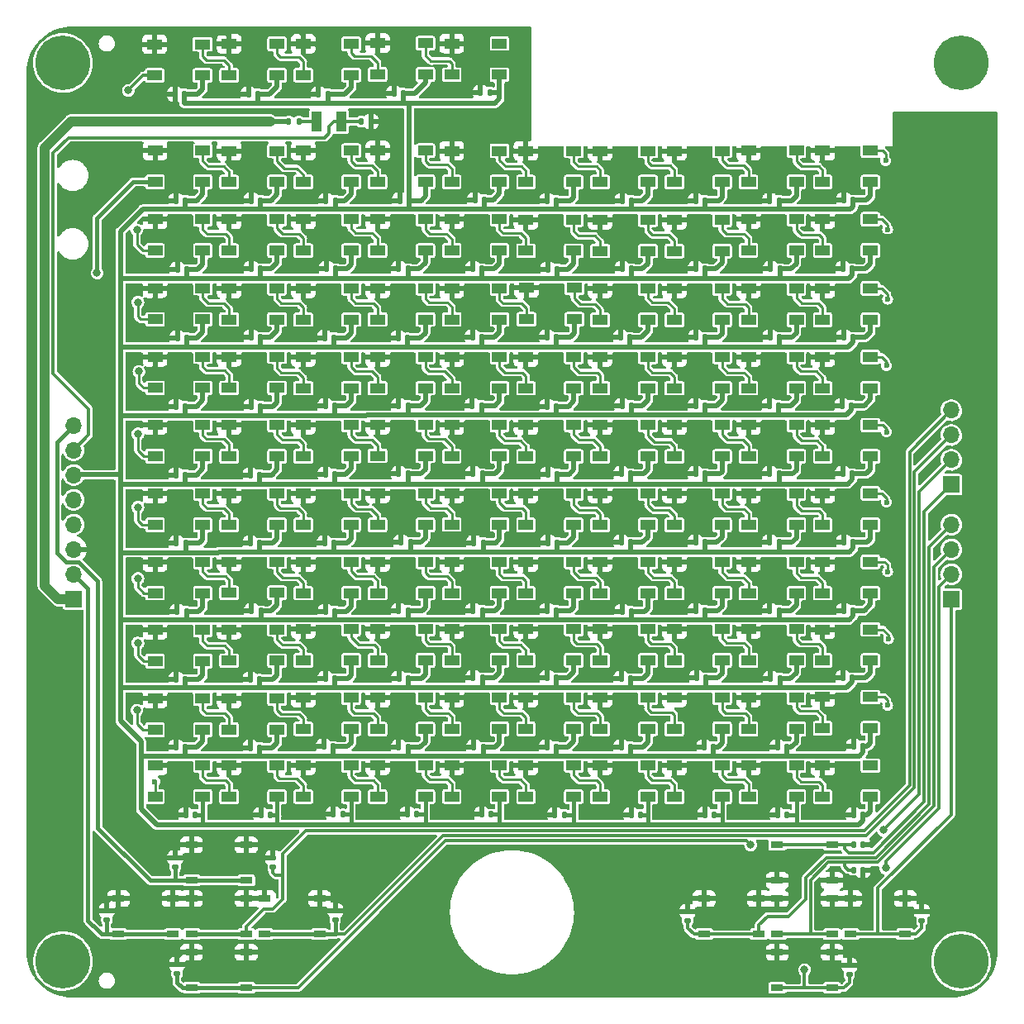
<source format=gtl>
G04 #@! TF.GenerationSoftware,KiCad,Pcbnew,6.0.2+dfsg-1*
G04 #@! TF.CreationDate,2023-02-17T05:59:19+01:00*
G04 #@! TF.ProjectId,LED,4c45442e-6b69-4636-9164-5f7063625858,rev?*
G04 #@! TF.SameCoordinates,Original*
G04 #@! TF.FileFunction,Copper,L1,Top*
G04 #@! TF.FilePolarity,Positive*
%FSLAX46Y46*%
G04 Gerber Fmt 4.6, Leading zero omitted, Abs format (unit mm)*
G04 Created by KiCad (PCBNEW 6.0.2+dfsg-1) date 2023-02-17 05:59:19*
%MOMM*%
%LPD*%
G01*
G04 APERTURE LIST*
G04 Aperture macros list*
%AMRoundRect*
0 Rectangle with rounded corners*
0 $1 Rounding radius*
0 $2 $3 $4 $5 $6 $7 $8 $9 X,Y pos of 4 corners*
0 Add a 4 corners polygon primitive as box body*
4,1,4,$2,$3,$4,$5,$6,$7,$8,$9,$2,$3,0*
0 Add four circle primitives for the rounded corners*
1,1,$1+$1,$2,$3*
1,1,$1+$1,$4,$5*
1,1,$1+$1,$6,$7*
1,1,$1+$1,$8,$9*
0 Add four rect primitives between the rounded corners*
20,1,$1+$1,$2,$3,$4,$5,0*
20,1,$1+$1,$4,$5,$6,$7,0*
20,1,$1+$1,$6,$7,$8,$9,0*
20,1,$1+$1,$8,$9,$2,$3,0*%
G04 Aperture macros list end*
G04 #@! TA.AperFunction,SMDPad,CuDef*
%ADD10RoundRect,0.140000X0.140000X0.170000X-0.140000X0.170000X-0.140000X-0.170000X0.140000X-0.170000X0*%
G04 #@! TD*
G04 #@! TA.AperFunction,SMDPad,CuDef*
%ADD11RoundRect,0.140000X-0.170000X0.140000X-0.170000X-0.140000X0.170000X-0.140000X0.170000X0.140000X0*%
G04 #@! TD*
G04 #@! TA.AperFunction,SMDPad,CuDef*
%ADD12R,1.500000X1.000000*%
G04 #@! TD*
G04 #@! TA.AperFunction,SMDPad,CuDef*
%ADD13R,1.300000X0.700000*%
G04 #@! TD*
G04 #@! TA.AperFunction,SMDPad,CuDef*
%ADD14RoundRect,0.135000X-0.135000X-0.185000X0.135000X-0.185000X0.135000X0.185000X-0.135000X0.185000X0*%
G04 #@! TD*
G04 #@! TA.AperFunction,ComponentPad*
%ADD15C,5.600000*%
G04 #@! TD*
G04 #@! TA.AperFunction,SMDPad,CuDef*
%ADD16R,1.000000X2.100000*%
G04 #@! TD*
G04 #@! TA.AperFunction,ComponentPad*
%ADD17R,1.700000X1.700000*%
G04 #@! TD*
G04 #@! TA.AperFunction,ComponentPad*
%ADD18O,1.700000X1.700000*%
G04 #@! TD*
G04 #@! TA.AperFunction,ViaPad*
%ADD19C,0.800000*%
G04 #@! TD*
G04 #@! TA.AperFunction,ViaPad*
%ADD20C,0.600000*%
G04 #@! TD*
G04 #@! TA.AperFunction,Conductor*
%ADD21C,0.250000*%
G04 #@! TD*
G04 #@! TA.AperFunction,Conductor*
%ADD22C,0.300000*%
G04 #@! TD*
G04 #@! TA.AperFunction,Conductor*
%ADD23C,0.500000*%
G04 #@! TD*
G04 #@! TA.AperFunction,Conductor*
%ADD24C,0.400000*%
G04 #@! TD*
G04 #@! TA.AperFunction,Conductor*
%ADD25C,1.000000*%
G04 #@! TD*
G04 APERTURE END LIST*
D10*
G04 #@! TO.P,C8,1*
G04 #@! TO.N,/ovladaci_prvky.sch/V_LED_1*
X122530000Y-55640000D03*
G04 #@! TO.P,C8,2*
G04 #@! TO.N,/ovladaci_prvky.sch/GND*
X121570000Y-55640000D03*
G04 #@! TD*
D11*
G04 #@! TO.P,C11,1*
G04 #@! TO.N,/ovladaci_prvky.sch/GND*
X124075000Y-133880000D03*
G04 #@! TO.P,C11,2*
G04 #@! TO.N,/ovladaci_prvky.sch/SW_2*
X124075000Y-134840000D03*
G04 #@! TD*
G04 #@! TO.P,C12,1*
G04 #@! TO.N,/ovladaci_prvky.sch/GND*
X130470000Y-139270000D03*
G04 #@! TO.P,C12,2*
G04 #@! TO.N,/ovladaci_prvky.sch/SW_3*
X130470000Y-140230000D03*
G04 #@! TD*
G04 #@! TO.P,C13,1*
G04 #@! TO.N,/ovladaci_prvky.sch/GND*
X166560000Y-139365000D03*
G04 #@! TO.P,C13,2*
G04 #@! TO.N,/ovladaci_prvky.sch/SW_4*
X166560000Y-140325000D03*
G04 #@! TD*
G04 #@! TO.P,C14,1*
G04 #@! TO.N,/ovladaci_prvky.sch/GND*
X190565000Y-139370000D03*
G04 #@! TO.P,C14,2*
G04 #@! TO.N,/ovladaci_prvky.sch/SW_5*
X190565000Y-140330000D03*
G04 #@! TD*
G04 #@! TO.P,C17,1*
G04 #@! TO.N,/ovladaci_prvky.sch/GND*
X114250000Y-144770000D03*
G04 #@! TO.P,C17,2*
G04 #@! TO.N,/ovladaci_prvky.sch/SW_8*
X114250000Y-145730000D03*
G04 #@! TD*
G04 #@! TO.P,C18,1*
G04 #@! TO.N,/ovladaci_prvky.sch/GND*
X183130000Y-144865000D03*
G04 #@! TO.P,C18,2*
G04 #@! TO.N,/ovladaci_prvky.sch/SW_9*
X183130000Y-145825000D03*
G04 #@! TD*
D10*
G04 #@! TO.P,C19,1*
G04 #@! TO.N,/ovladaci_prvky.sch/GND*
X184510000Y-135130000D03*
G04 #@! TO.P,C19,2*
G04 #@! TO.N,/ovladaci_prvky.sch/SW_10*
X183550000Y-135130000D03*
G04 #@! TD*
G04 #@! TO.P,C20,1*
G04 #@! TO.N,/ovladaci_prvky.sch/GND*
X184510000Y-132550000D03*
G04 #@! TO.P,C20,2*
G04 #@! TO.N,/ovladaci_prvky.sch/SW_11*
X183550000Y-132550000D03*
G04 #@! TD*
D12*
G04 #@! TO.P,D5,1,VDD*
G04 #@! TO.N,/ovladaci_prvky.sch/V_LED_1*
X132100000Y-53676000D03*
G04 #@! TO.P,D5,2,DOUT*
G04 #@! TO.N,Net-(D5-Pad2)*
X132100000Y-50476000D03*
G04 #@! TO.P,D5,3,VSS*
G04 #@! TO.N,/ovladaci_prvky.sch/GND*
X127200000Y-50476000D03*
G04 #@! TO.P,D5,4,DIN*
G04 #@! TO.N,Net-(D4-Pad2)*
X127200000Y-53676000D03*
G04 #@! TD*
G04 #@! TO.P,D6,1,VDD*
G04 #@! TO.N,/ovladaci_prvky.sch/V_LED_1*
X139700000Y-53626000D03*
G04 #@! TO.P,D6,2,DOUT*
G04 #@! TO.N,Net-(D113-Pad4)*
X139700000Y-50426000D03*
G04 #@! TO.P,D6,3,VSS*
G04 #@! TO.N,/ovladaci_prvky.sch/GND*
X134800000Y-50426000D03*
G04 #@! TO.P,D6,4,DIN*
G04 #@! TO.N,Net-(D5-Pad2)*
X134800000Y-53626000D03*
G04 #@! TD*
D13*
G04 #@! TO.P,SW2,1,1*
G04 #@! TO.N,/ovladaci_prvky.sch/SW_2*
X121350000Y-141700000D03*
X115750000Y-141700000D03*
G04 #@! TO.P,SW2,2,2*
G04 #@! TO.N,/ovladaci_prvky.sch/GND*
X115750000Y-138050000D03*
X121350000Y-138050000D03*
G04 #@! TD*
G04 #@! TO.P,SW8,1,1*
G04 #@! TO.N,/ovladaci_prvky.sch/SW_8*
X121350000Y-147200000D03*
X115750000Y-147200000D03*
G04 #@! TO.P,SW8,2,2*
G04 #@! TO.N,/ovladaci_prvky.sch/GND*
X115750000Y-143550000D03*
X121350000Y-143550000D03*
G04 #@! TD*
D10*
G04 #@! TO.P,C9,1*
G04 #@! TO.N,/ovladaci_prvky.sch/V_LED_1*
X129710000Y-55640000D03*
G04 #@! TO.P,C9,2*
G04 #@! TO.N,/ovladaci_prvky.sch/GND*
X128750000Y-55640000D03*
G04 #@! TD*
D12*
G04 #@! TO.P,D3,1,VDD*
G04 #@! TO.N,/ovladaci_prvky.sch/V_LED_1*
X116874000Y-53726000D03*
G04 #@! TO.P,D3,2,DOUT*
G04 #@! TO.N,Net-(D3-Pad2)*
X116874000Y-50526000D03*
G04 #@! TO.P,D3,3,VSS*
G04 #@! TO.N,/ovladaci_prvky.sch/GND*
X111974000Y-50526000D03*
G04 #@! TO.P,D3,4,DIN*
G04 #@! TO.N,/ovladaci_prvky.sch/DATA_ZADANI_LED*
X111974000Y-53726000D03*
G04 #@! TD*
D10*
G04 #@! TO.P,C10,1*
G04 #@! TO.N,/ovladaci_prvky.sch/V_LED_1*
X137430000Y-55560000D03*
G04 #@! TO.P,C10,2*
G04 #@! TO.N,/ovladaci_prvky.sch/GND*
X136470000Y-55560000D03*
G04 #@! TD*
D12*
G04 #@! TO.P,D4,1,VDD*
G04 #@! TO.N,/ovladaci_prvky.sch/V_LED_1*
X124500000Y-53696000D03*
G04 #@! TO.P,D4,2,DOUT*
G04 #@! TO.N,Net-(D4-Pad2)*
X124500000Y-50496000D03*
G04 #@! TO.P,D4,3,VSS*
G04 #@! TO.N,/ovladaci_prvky.sch/GND*
X119600000Y-50496000D03*
G04 #@! TO.P,D4,4,DIN*
G04 #@! TO.N,Net-(D3-Pad2)*
X119600000Y-53696000D03*
G04 #@! TD*
D10*
G04 #@! TO.P,C7,1*
G04 #@! TO.N,/ovladaci_prvky.sch/V_LED_1*
X114990000Y-55640000D03*
G04 #@! TO.P,C7,2*
G04 #@! TO.N,/ovladaci_prvky.sch/GND*
X114030000Y-55640000D03*
G04 #@! TD*
D13*
G04 #@! TO.P,SW10,1,1*
G04 #@! TO.N,/ovladaci_prvky.sch/SW_10*
X175750000Y-141700000D03*
X181350000Y-141700000D03*
G04 #@! TO.P,SW10,2,2*
G04 #@! TO.N,/ovladaci_prvky.sch/GND*
X181350000Y-138050000D03*
X175750000Y-138050000D03*
G04 #@! TD*
G04 #@! TO.P,SW4,1,1*
G04 #@! TO.N,/ovladaci_prvky.sch/SW_4*
X173850000Y-141700000D03*
X168250000Y-141700000D03*
G04 #@! TO.P,SW4,2,2*
G04 #@! TO.N,/ovladaci_prvky.sch/GND*
X173850000Y-138050000D03*
X168250000Y-138050000D03*
G04 #@! TD*
D14*
G04 #@! TO.P,R5,1*
G04 #@! TO.N,/ovladaci_prvky.sch/3V3*
X125710000Y-58450000D03*
G04 #@! TO.P,R5,2*
G04 #@! TO.N,Net-(Q3-Pad1)*
X126730000Y-58450000D03*
G04 #@! TD*
G04 #@! TO.P,R13,1*
G04 #@! TO.N,/ovladaci_prvky.sch/SENZOR_SVETLA*
X133110000Y-58450000D03*
G04 #@! TO.P,R13,2*
G04 #@! TO.N,/ovladaci_prvky.sch/GND*
X134130000Y-58450000D03*
G04 #@! TD*
D13*
G04 #@! TO.P,SW11,1,1*
G04 #@! TO.N,/ovladaci_prvky.sch/SW_11*
X181350000Y-132550000D03*
X175750000Y-132550000D03*
G04 #@! TO.P,SW11,2,2*
G04 #@! TO.N,/ovladaci_prvky.sch/GND*
X175750000Y-136200000D03*
X181350000Y-136200000D03*
G04 #@! TD*
D10*
G04 #@! TO.P,C31,1*
G04 #@! TO.N,/ovladaci_prvky.sch/V_LED_1*
X115130000Y-66550000D03*
G04 #@! TO.P,C31,2*
G04 #@! TO.N,/ovladaci_prvky.sch/GND*
X114170000Y-66550000D03*
G04 #@! TD*
G04 #@! TO.P,C32,1*
G04 #@! TO.N,/ovladaci_prvky.sch/V_LED_1*
X122830000Y-66530000D03*
G04 #@! TO.P,C32,2*
G04 #@! TO.N,/ovladaci_prvky.sch/GND*
X121870000Y-66530000D03*
G04 #@! TD*
G04 #@! TO.P,C33,1*
G04 #@! TO.N,/ovladaci_prvky.sch/V_LED_1*
X130470000Y-66560000D03*
G04 #@! TO.P,C33,2*
G04 #@! TO.N,/ovladaci_prvky.sch/GND*
X129510000Y-66560000D03*
G04 #@! TD*
D12*
G04 #@! TO.P,D14,1,VDD*
G04 #@! TO.N,/ovladaci_prvky.sch/V_LED_1*
X132100000Y-64633000D03*
G04 #@! TO.P,D14,2,DOUT*
G04 #@! TO.N,Net-(D14-Pad2)*
X132100000Y-61433000D03*
G04 #@! TO.P,D14,3,VSS*
G04 #@! TO.N,/ovladaci_prvky.sch/GND*
X127200000Y-61433000D03*
G04 #@! TO.P,D14,4,DIN*
G04 #@! TO.N,Net-(D13-Pad2)*
X127200000Y-64633000D03*
G04 #@! TD*
D10*
G04 #@! TO.P,C34,1*
G04 #@! TO.N,/ovladaci_prvky.sch/V_LED_1*
X138030000Y-66530000D03*
G04 #@! TO.P,C34,2*
G04 #@! TO.N,/ovladaci_prvky.sch/GND*
X137070000Y-66530000D03*
G04 #@! TD*
D12*
G04 #@! TO.P,D13,1,VDD*
G04 #@! TO.N,/ovladaci_prvky.sch/V_LED_1*
X124500000Y-64650000D03*
G04 #@! TO.P,D13,2,DOUT*
G04 #@! TO.N,Net-(D13-Pad2)*
X124500000Y-61450000D03*
G04 #@! TO.P,D13,3,VSS*
G04 #@! TO.N,/ovladaci_prvky.sch/GND*
X119600000Y-61450000D03*
G04 #@! TO.P,D13,4,DIN*
G04 #@! TO.N,Net-(D12-Pad2)*
X119600000Y-64650000D03*
G04 #@! TD*
G04 #@! TO.P,D15,1,VDD*
G04 #@! TO.N,/ovladaci_prvky.sch/V_LED_1*
X139700000Y-64633000D03*
G04 #@! TO.P,D15,2,DOUT*
G04 #@! TO.N,Net-(D15-Pad2)*
X139700000Y-61433000D03*
G04 #@! TO.P,D15,3,VSS*
G04 #@! TO.N,/ovladaci_prvky.sch/GND*
X134800000Y-61433000D03*
G04 #@! TO.P,D15,4,DIN*
G04 #@! TO.N,Net-(D14-Pad2)*
X134800000Y-64633000D03*
G04 #@! TD*
G04 #@! TO.P,D12,1,VDD*
G04 #@! TO.N,/ovladaci_prvky.sch/V_LED_1*
X116907000Y-64633000D03*
G04 #@! TO.P,D12,2,DOUT*
G04 #@! TO.N,Net-(D12-Pad2)*
X116907000Y-61433000D03*
G04 #@! TO.P,D12,3,VSS*
G04 #@! TO.N,/ovladaci_prvky.sch/GND*
X112007000Y-61433000D03*
G04 #@! TO.P,D12,4,DIN*
G04 #@! TO.N,/ovladaci_prvky.sch/DATA_HERNI_LED*
X112007000Y-64633000D03*
G04 #@! TD*
G04 #@! TO.P,D110,1,VDD*
G04 #@! TO.N,/ovladaci_prvky.sch/V_LED_1*
X170100000Y-127630000D03*
G04 #@! TO.P,D110,2,DOUT*
G04 #@! TO.N,Net-(D110-Pad2)*
X170100000Y-124430000D03*
G04 #@! TO.P,D110,3,VSS*
G04 #@! TO.N,/ovladaci_prvky.sch/GND*
X165200000Y-124430000D03*
G04 #@! TO.P,D110,4,DIN*
G04 #@! TO.N,Net-(D109-Pad2)*
X165200000Y-127630000D03*
G04 #@! TD*
G04 #@! TO.P,D111,1,VDD*
G04 #@! TO.N,/ovladaci_prvky.sch/V_LED_1*
X177700000Y-127630000D03*
G04 #@! TO.P,D111,2,DOUT*
G04 #@! TO.N,Net-(D111-Pad2)*
X177700000Y-124430000D03*
G04 #@! TO.P,D111,3,VSS*
G04 #@! TO.N,/ovladaci_prvky.sch/GND*
X172800000Y-124430000D03*
G04 #@! TO.P,D111,4,DIN*
G04 #@! TO.N,Net-(D110-Pad2)*
X172800000Y-127630000D03*
G04 #@! TD*
G04 #@! TO.P,D108,1,VDD*
G04 #@! TO.N,/ovladaci_prvky.sch/V_LED_1*
X154900000Y-127590000D03*
G04 #@! TO.P,D108,2,DOUT*
G04 #@! TO.N,Net-(D108-Pad2)*
X154900000Y-124390000D03*
G04 #@! TO.P,D108,3,VSS*
G04 #@! TO.N,/ovladaci_prvky.sch/GND*
X150000000Y-124390000D03*
G04 #@! TO.P,D108,4,DIN*
G04 #@! TO.N,/ovladaci_prvky.sch/herni_pole_LED.sch/19.sch/DATA_OUT*
X150000000Y-127590000D03*
G04 #@! TD*
G04 #@! TO.P,D105,1,VDD*
G04 #@! TO.N,/ovladaci_prvky.sch/V_LED_1*
X132100000Y-127590000D03*
G04 #@! TO.P,D105,2,DOUT*
G04 #@! TO.N,Net-(D105-Pad2)*
X132100000Y-124390000D03*
G04 #@! TO.P,D105,3,VSS*
G04 #@! TO.N,/ovladaci_prvky.sch/GND*
X127200000Y-124390000D03*
G04 #@! TO.P,D105,4,DIN*
G04 #@! TO.N,Net-(D104-Pad2)*
X127200000Y-127590000D03*
G04 #@! TD*
G04 #@! TO.P,D106,1,VDD*
G04 #@! TO.N,/ovladaci_prvky.sch/V_LED_1*
X139700000Y-127590000D03*
G04 #@! TO.P,D106,2,DOUT*
G04 #@! TO.N,Net-(D106-Pad2)*
X139700000Y-124390000D03*
G04 #@! TO.P,D106,3,VSS*
G04 #@! TO.N,/ovladaci_prvky.sch/GND*
X134800000Y-124390000D03*
G04 #@! TO.P,D106,4,DIN*
G04 #@! TO.N,Net-(D105-Pad2)*
X134800000Y-127590000D03*
G04 #@! TD*
G04 #@! TO.P,D107,1,VDD*
G04 #@! TO.N,/ovladaci_prvky.sch/V_LED_1*
X147300000Y-127590000D03*
G04 #@! TO.P,D107,2,DOUT*
G04 #@! TO.N,/ovladaci_prvky.sch/herni_pole_LED.sch/19.sch/DATA_OUT*
X147300000Y-124390000D03*
G04 #@! TO.P,D107,3,VSS*
G04 #@! TO.N,/ovladaci_prvky.sch/GND*
X142400000Y-124390000D03*
G04 #@! TO.P,D107,4,DIN*
G04 #@! TO.N,Net-(D106-Pad2)*
X142400000Y-127590000D03*
G04 #@! TD*
G04 #@! TO.P,D109,1,VDD*
G04 #@! TO.N,/ovladaci_prvky.sch/V_LED_1*
X162500000Y-127610000D03*
G04 #@! TO.P,D109,2,DOUT*
G04 #@! TO.N,Net-(D109-Pad2)*
X162500000Y-124410000D03*
G04 #@! TO.P,D109,3,VSS*
G04 #@! TO.N,/ovladaci_prvky.sch/GND*
X157600000Y-124410000D03*
G04 #@! TO.P,D109,4,DIN*
G04 #@! TO.N,Net-(D108-Pad2)*
X157600000Y-127610000D03*
G04 #@! TD*
G04 #@! TO.P,D112,1,VDD*
G04 #@! TO.N,/ovladaci_prvky.sch/V_LED_1*
X185300000Y-127630000D03*
G04 #@! TO.P,D112,2,DOUT*
G04 #@! TO.N,/ovladaci_prvky.sch/herni_pole_LED.sch/20.sch/DATA_OUT*
X185300000Y-124430000D03*
G04 #@! TO.P,D112,3,VSS*
G04 #@! TO.N,/ovladaci_prvky.sch/GND*
X180400000Y-124430000D03*
G04 #@! TO.P,D112,4,DIN*
G04 #@! TO.N,Net-(D111-Pad2)*
X180400000Y-127630000D03*
G04 #@! TD*
D10*
G04 #@! TO.P,C21,1*
G04 #@! TO.N,/ovladaci_prvky.sch/V_LED_1*
X183530000Y-66510000D03*
G04 #@! TO.P,C21,2*
G04 #@! TO.N,/ovladaci_prvky.sch/GND*
X182570000Y-66510000D03*
G04 #@! TD*
G04 #@! TO.P,C15,1*
G04 #@! TO.N,/ovladaci_prvky.sch/V_LED_1*
X168330000Y-66550000D03*
G04 #@! TO.P,C15,2*
G04 #@! TO.N,/ovladaci_prvky.sch/GND*
X167370000Y-66550000D03*
G04 #@! TD*
G04 #@! TO.P,C6,1*
G04 #@! TO.N,/ovladaci_prvky.sch/V_LED_1*
X160830000Y-66550000D03*
G04 #@! TO.P,C6,2*
G04 #@! TO.N,/ovladaci_prvky.sch/GND*
X159870000Y-66550000D03*
G04 #@! TD*
G04 #@! TO.P,C42,1*
G04 #@! TO.N,/ovladaci_prvky.sch/V_LED_1*
X168330000Y-73550000D03*
G04 #@! TO.P,C42,2*
G04 #@! TO.N,/ovladaci_prvky.sch/GND*
X167370000Y-73550000D03*
G04 #@! TD*
G04 #@! TO.P,C35,1*
G04 #@! TO.N,/ovladaci_prvky.sch/V_LED_1*
X115250000Y-73630000D03*
G04 #@! TO.P,C35,2*
G04 #@! TO.N,/ovladaci_prvky.sch/GND*
X114290000Y-73630000D03*
G04 #@! TD*
G04 #@! TO.P,C44,1*
G04 #@! TO.N,/ovladaci_prvky.sch/V_LED_1*
X183430000Y-73550000D03*
G04 #@! TO.P,C44,2*
G04 #@! TO.N,/ovladaci_prvky.sch/GND*
X182470000Y-73550000D03*
G04 #@! TD*
G04 #@! TO.P,C37,1*
G04 #@! TO.N,/ovladaci_prvky.sch/V_LED_1*
X130530000Y-73550000D03*
G04 #@! TO.P,C37,2*
G04 #@! TO.N,/ovladaci_prvky.sch/GND*
X129570000Y-73550000D03*
G04 #@! TD*
G04 #@! TO.P,C39,1*
G04 #@! TO.N,/ovladaci_prvky.sch/V_LED_1*
X145510000Y-73550000D03*
G04 #@! TO.P,C39,2*
G04 #@! TO.N,/ovladaci_prvky.sch/GND*
X144550000Y-73550000D03*
G04 #@! TD*
G04 #@! TO.P,C40,1*
G04 #@! TO.N,/ovladaci_prvky.sch/V_LED_1*
X153230000Y-73580000D03*
G04 #@! TO.P,C40,2*
G04 #@! TO.N,/ovladaci_prvky.sch/GND*
X152270000Y-73580000D03*
G04 #@! TD*
G04 #@! TO.P,C50,1*
G04 #@! TO.N,/ovladaci_prvky.sch/V_LED_1*
X153110000Y-80550000D03*
G04 #@! TO.P,C50,2*
G04 #@! TO.N,/ovladaci_prvky.sch/GND*
X152150000Y-80550000D03*
G04 #@! TD*
G04 #@! TO.P,C41,1*
G04 #@! TO.N,/ovladaci_prvky.sch/V_LED_1*
X160830000Y-73550000D03*
G04 #@! TO.P,C41,2*
G04 #@! TO.N,/ovladaci_prvky.sch/GND*
X159870000Y-73550000D03*
G04 #@! TD*
G04 #@! TO.P,C49,1*
G04 #@! TO.N,/ovladaci_prvky.sch/V_LED_1*
X145480000Y-80550000D03*
G04 #@! TO.P,C49,2*
G04 #@! TO.N,/ovladaci_prvky.sch/GND*
X144520000Y-80550000D03*
G04 #@! TD*
G04 #@! TO.P,C3,1*
G04 #@! TO.N,/ovladaci_prvky.sch/V_LED_1*
X153130000Y-66550000D03*
G04 #@! TO.P,C3,2*
G04 #@! TO.N,/ovladaci_prvky.sch/GND*
X152170000Y-66550000D03*
G04 #@! TD*
G04 #@! TO.P,C36,1*
G04 #@! TO.N,/ovladaci_prvky.sch/V_LED_1*
X122830000Y-73530000D03*
G04 #@! TO.P,C36,2*
G04 #@! TO.N,/ovladaci_prvky.sch/GND*
X121870000Y-73530000D03*
G04 #@! TD*
G04 #@! TO.P,C38,1*
G04 #@! TO.N,/ovladaci_prvky.sch/V_LED_1*
X137930000Y-73550000D03*
G04 #@! TO.P,C38,2*
G04 #@! TO.N,/ovladaci_prvky.sch/GND*
X136970000Y-73550000D03*
G04 #@! TD*
G04 #@! TO.P,C46,1*
G04 #@! TO.N,/ovladaci_prvky.sch/V_LED_1*
X122830000Y-80550000D03*
G04 #@! TO.P,C46,2*
G04 #@! TO.N,/ovladaci_prvky.sch/GND*
X121870000Y-80550000D03*
G04 #@! TD*
G04 #@! TO.P,C47,1*
G04 #@! TO.N,/ovladaci_prvky.sch/V_LED_1*
X130340000Y-80590000D03*
G04 #@! TO.P,C47,2*
G04 #@! TO.N,/ovladaci_prvky.sch/GND*
X129380000Y-80590000D03*
G04 #@! TD*
G04 #@! TO.P,C48,1*
G04 #@! TO.N,/ovladaci_prvky.sch/V_LED_1*
X137880000Y-80630000D03*
G04 #@! TO.P,C48,2*
G04 #@! TO.N,/ovladaci_prvky.sch/GND*
X136920000Y-80630000D03*
G04 #@! TD*
G04 #@! TO.P,C2,1*
G04 #@! TO.N,/ovladaci_prvky.sch/V_LED_1*
X145730000Y-66470000D03*
G04 #@! TO.P,C2,2*
G04 #@! TO.N,/ovladaci_prvky.sch/GND*
X144770000Y-66470000D03*
G04 #@! TD*
G04 #@! TO.P,C16,1*
G04 #@! TO.N,/ovladaci_prvky.sch/V_LED_1*
X175930000Y-66540000D03*
G04 #@! TO.P,C16,2*
G04 #@! TO.N,/ovladaci_prvky.sch/GND*
X174970000Y-66540000D03*
G04 #@! TD*
G04 #@! TO.P,C45,1*
G04 #@! TO.N,/ovladaci_prvky.sch/V_LED_1*
X115250000Y-80610000D03*
G04 #@! TO.P,C45,2*
G04 #@! TO.N,/ovladaci_prvky.sch/GND*
X114290000Y-80610000D03*
G04 #@! TD*
G04 #@! TO.P,C43,1*
G04 #@! TO.N,/ovladaci_prvky.sch/V_LED_1*
X176030000Y-73550000D03*
G04 #@! TO.P,C43,2*
G04 #@! TO.N,/ovladaci_prvky.sch/GND*
X175070000Y-73550000D03*
G04 #@! TD*
G04 #@! TO.P,C76,1*
G04 #@! TO.N,/ovladaci_prvky.sch/V_LED_1*
X122730000Y-101650000D03*
G04 #@! TO.P,C76,2*
G04 #@! TO.N,/ovladaci_prvky.sch/GND*
X121770000Y-101650000D03*
G04 #@! TD*
G04 #@! TO.P,C70,1*
G04 #@! TO.N,/ovladaci_prvky.sch/V_LED_1*
X153230000Y-94580000D03*
G04 #@! TO.P,C70,2*
G04 #@! TO.N,/ovladaci_prvky.sch/GND*
X152270000Y-94580000D03*
G04 #@! TD*
G04 #@! TO.P,C67,1*
G04 #@! TO.N,/ovladaci_prvky.sch/V_LED_1*
X130410000Y-94590000D03*
G04 #@! TO.P,C67,2*
G04 #@! TO.N,/ovladaci_prvky.sch/GND*
X129450000Y-94590000D03*
G04 #@! TD*
G04 #@! TO.P,C69,1*
G04 #@! TO.N,/ovladaci_prvky.sch/V_LED_1*
X145530000Y-94550000D03*
G04 #@! TO.P,C69,2*
G04 #@! TO.N,/ovladaci_prvky.sch/GND*
X144570000Y-94550000D03*
G04 #@! TD*
G04 #@! TO.P,C79,1*
G04 #@! TO.N,/ovladaci_prvky.sch/V_LED_1*
X145630000Y-101590000D03*
G04 #@! TO.P,C79,2*
G04 #@! TO.N,/ovladaci_prvky.sch/GND*
X144670000Y-101590000D03*
G04 #@! TD*
G04 #@! TO.P,C84,1*
G04 #@! TO.N,/ovladaci_prvky.sch/V_LED_1*
X183530000Y-101550000D03*
G04 #@! TO.P,C84,2*
G04 #@! TO.N,/ovladaci_prvky.sch/GND*
X182570000Y-101550000D03*
G04 #@! TD*
G04 #@! TO.P,C81,1*
G04 #@! TO.N,/ovladaci_prvky.sch/V_LED_1*
X160730000Y-101550000D03*
G04 #@! TO.P,C81,2*
G04 #@! TO.N,/ovladaci_prvky.sch/GND*
X159770000Y-101550000D03*
G04 #@! TD*
G04 #@! TO.P,C83,1*
G04 #@! TO.N,/ovladaci_prvky.sch/V_LED_1*
X175930000Y-101550000D03*
G04 #@! TO.P,C83,2*
G04 #@! TO.N,/ovladaci_prvky.sch/GND*
X174970000Y-101550000D03*
G04 #@! TD*
G04 #@! TO.P,C86,1*
G04 #@! TO.N,/ovladaci_prvky.sch/V_LED_1*
X122850000Y-108600000D03*
G04 #@! TO.P,C86,2*
G04 #@! TO.N,/ovladaci_prvky.sch/GND*
X121890000Y-108600000D03*
G04 #@! TD*
G04 #@! TO.P,C72,1*
G04 #@! TO.N,/ovladaci_prvky.sch/V_LED_1*
X168330000Y-94550000D03*
G04 #@! TO.P,C72,2*
G04 #@! TO.N,/ovladaci_prvky.sch/GND*
X167370000Y-94550000D03*
G04 #@! TD*
G04 #@! TO.P,C68,1*
G04 #@! TO.N,/ovladaci_prvky.sch/V_LED_1*
X137930000Y-94550000D03*
G04 #@! TO.P,C68,2*
G04 #@! TO.N,/ovladaci_prvky.sch/GND*
X136970000Y-94550000D03*
G04 #@! TD*
G04 #@! TO.P,C80,1*
G04 #@! TO.N,/ovladaci_prvky.sch/V_LED_1*
X153230000Y-101580000D03*
G04 #@! TO.P,C80,2*
G04 #@! TO.N,/ovladaci_prvky.sch/GND*
X152270000Y-101580000D03*
G04 #@! TD*
G04 #@! TO.P,C62,1*
G04 #@! TO.N,/ovladaci_prvky.sch/V_LED_1*
X168330000Y-87550000D03*
G04 #@! TO.P,C62,2*
G04 #@! TO.N,/ovladaci_prvky.sch/GND*
X167370000Y-87550000D03*
G04 #@! TD*
G04 #@! TO.P,C61,1*
G04 #@! TO.N,/ovladaci_prvky.sch/V_LED_1*
X160810000Y-87550000D03*
G04 #@! TO.P,C61,2*
G04 #@! TO.N,/ovladaci_prvky.sch/GND*
X159850000Y-87550000D03*
G04 #@! TD*
G04 #@! TO.P,C51,1*
G04 #@! TO.N,/ovladaci_prvky.sch/V_LED_1*
X160670000Y-80580000D03*
G04 #@! TO.P,C51,2*
G04 #@! TO.N,/ovladaci_prvky.sch/GND*
X159710000Y-80580000D03*
G04 #@! TD*
G04 #@! TO.P,C52,1*
G04 #@! TO.N,/ovladaci_prvky.sch/V_LED_1*
X168360000Y-80570000D03*
G04 #@! TO.P,C52,2*
G04 #@! TO.N,/ovladaci_prvky.sch/GND*
X167400000Y-80570000D03*
G04 #@! TD*
G04 #@! TO.P,C53,1*
G04 #@! TO.N,/ovladaci_prvky.sch/V_LED_1*
X175980000Y-80550000D03*
G04 #@! TO.P,C53,2*
G04 #@! TO.N,/ovladaci_prvky.sch/GND*
X175020000Y-80550000D03*
G04 #@! TD*
G04 #@! TO.P,C54,1*
G04 #@! TO.N,/ovladaci_prvky.sch/V_LED_1*
X183530000Y-80550000D03*
G04 #@! TO.P,C54,2*
G04 #@! TO.N,/ovladaci_prvky.sch/GND*
X182570000Y-80550000D03*
G04 #@! TD*
G04 #@! TO.P,C66,1*
G04 #@! TO.N,/ovladaci_prvky.sch/V_LED_1*
X122730000Y-94650000D03*
G04 #@! TO.P,C66,2*
G04 #@! TO.N,/ovladaci_prvky.sch/GND*
X121770000Y-94650000D03*
G04 #@! TD*
G04 #@! TO.P,C78,1*
G04 #@! TO.N,/ovladaci_prvky.sch/V_LED_1*
X138160000Y-101570000D03*
G04 #@! TO.P,C78,2*
G04 #@! TO.N,/ovladaci_prvky.sch/GND*
X137200000Y-101570000D03*
G04 #@! TD*
G04 #@! TO.P,C73,1*
G04 #@! TO.N,/ovladaci_prvky.sch/V_LED_1*
X175930000Y-94550000D03*
G04 #@! TO.P,C73,2*
G04 #@! TO.N,/ovladaci_prvky.sch/GND*
X174970000Y-94550000D03*
G04 #@! TD*
G04 #@! TO.P,C74,1*
G04 #@! TO.N,/ovladaci_prvky.sch/V_LED_1*
X183410000Y-94550000D03*
G04 #@! TO.P,C74,2*
G04 #@! TO.N,/ovladaci_prvky.sch/GND*
X182450000Y-94550000D03*
G04 #@! TD*
G04 #@! TO.P,C85,1*
G04 #@! TO.N,/ovladaci_prvky.sch/V_LED_1*
X115230000Y-108650000D03*
G04 #@! TO.P,C85,2*
G04 #@! TO.N,/ovladaci_prvky.sch/GND*
X114270000Y-108650000D03*
G04 #@! TD*
G04 #@! TO.P,C75,1*
G04 #@! TO.N,/ovladaci_prvky.sch/V_LED_1*
X115150000Y-101650000D03*
G04 #@! TO.P,C75,2*
G04 #@! TO.N,/ovladaci_prvky.sch/GND*
X114190000Y-101650000D03*
G04 #@! TD*
G04 #@! TO.P,C77,1*
G04 #@! TO.N,/ovladaci_prvky.sch/V_LED_1*
X130330000Y-101650000D03*
G04 #@! TO.P,C77,2*
G04 #@! TO.N,/ovladaci_prvky.sch/GND*
X129370000Y-101650000D03*
G04 #@! TD*
G04 #@! TO.P,C55,1*
G04 #@! TO.N,/ovladaci_prvky.sch/V_LED_1*
X115130000Y-87650000D03*
G04 #@! TO.P,C55,2*
G04 #@! TO.N,/ovladaci_prvky.sch/GND*
X114170000Y-87650000D03*
G04 #@! TD*
G04 #@! TO.P,C56,1*
G04 #@! TO.N,/ovladaci_prvky.sch/V_LED_1*
X122830000Y-87640000D03*
G04 #@! TO.P,C56,2*
G04 #@! TO.N,/ovladaci_prvky.sch/GND*
X121870000Y-87640000D03*
G04 #@! TD*
G04 #@! TO.P,C58,1*
G04 #@! TO.N,/ovladaci_prvky.sch/V_LED_1*
X137930000Y-87550000D03*
G04 #@! TO.P,C58,2*
G04 #@! TO.N,/ovladaci_prvky.sch/GND*
X136970000Y-87550000D03*
G04 #@! TD*
G04 #@! TO.P,C59,1*
G04 #@! TO.N,/ovladaci_prvky.sch/V_LED_1*
X145450000Y-87550000D03*
G04 #@! TO.P,C59,2*
G04 #@! TO.N,/ovladaci_prvky.sch/GND*
X144490000Y-87550000D03*
G04 #@! TD*
G04 #@! TO.P,C63,1*
G04 #@! TO.N,/ovladaci_prvky.sch/V_LED_1*
X175910000Y-87550000D03*
G04 #@! TO.P,C63,2*
G04 #@! TO.N,/ovladaci_prvky.sch/GND*
X174950000Y-87550000D03*
G04 #@! TD*
G04 #@! TO.P,C57,1*
G04 #@! TO.N,/ovladaci_prvky.sch/V_LED_1*
X130410000Y-87600000D03*
G04 #@! TO.P,C57,2*
G04 #@! TO.N,/ovladaci_prvky.sch/GND*
X129450000Y-87600000D03*
G04 #@! TD*
G04 #@! TO.P,C60,1*
G04 #@! TO.N,/ovladaci_prvky.sch/V_LED_1*
X153130000Y-87650000D03*
G04 #@! TO.P,C60,2*
G04 #@! TO.N,/ovladaci_prvky.sch/GND*
X152170000Y-87650000D03*
G04 #@! TD*
G04 #@! TO.P,C64,1*
G04 #@! TO.N,/ovladaci_prvky.sch/V_LED_1*
X183350000Y-87540000D03*
G04 #@! TO.P,C64,2*
G04 #@! TO.N,/ovladaci_prvky.sch/GND*
X182390000Y-87540000D03*
G04 #@! TD*
G04 #@! TO.P,C65,1*
G04 #@! TO.N,/ovladaci_prvky.sch/V_LED_1*
X115130000Y-94650000D03*
G04 #@! TO.P,C65,2*
G04 #@! TO.N,/ovladaci_prvky.sch/GND*
X114170000Y-94650000D03*
G04 #@! TD*
G04 #@! TO.P,C71,1*
G04 #@! TO.N,/ovladaci_prvky.sch/V_LED_1*
X160730000Y-94550000D03*
G04 #@! TO.P,C71,2*
G04 #@! TO.N,/ovladaci_prvky.sch/GND*
X159770000Y-94550000D03*
G04 #@! TD*
G04 #@! TO.P,C82,1*
G04 #@! TO.N,/ovladaci_prvky.sch/V_LED_1*
X168330000Y-101550000D03*
G04 #@! TO.P,C82,2*
G04 #@! TO.N,/ovladaci_prvky.sch/GND*
X167370000Y-101550000D03*
G04 #@! TD*
G04 #@! TO.P,C88,1*
G04 #@! TO.N,/ovladaci_prvky.sch/V_LED_1*
X137930000Y-108550000D03*
G04 #@! TO.P,C88,2*
G04 #@! TO.N,/ovladaci_prvky.sch/GND*
X136970000Y-108550000D03*
G04 #@! TD*
G04 #@! TO.P,C95,1*
G04 #@! TO.N,/ovladaci_prvky.sch/V_LED_1*
X115130000Y-115620000D03*
G04 #@! TO.P,C95,2*
G04 #@! TO.N,/ovladaci_prvky.sch/GND*
X114170000Y-115620000D03*
G04 #@! TD*
G04 #@! TO.P,C103,1*
G04 #@! TO.N,/ovladaci_prvky.sch/V_LED_1*
X176030000Y-115500000D03*
G04 #@! TO.P,C103,2*
G04 #@! TO.N,/ovladaci_prvky.sch/GND*
X175070000Y-115500000D03*
G04 #@! TD*
G04 #@! TO.P,C97,1*
G04 #@! TO.N,/ovladaci_prvky.sch/V_LED_1*
X130410000Y-115530000D03*
G04 #@! TO.P,C97,2*
G04 #@! TO.N,/ovladaci_prvky.sch/GND*
X129450000Y-115530000D03*
G04 #@! TD*
G04 #@! TO.P,C100,1*
G04 #@! TO.N,/ovladaci_prvky.sch/V_LED_1*
X153130000Y-115450000D03*
G04 #@! TO.P,C100,2*
G04 #@! TO.N,/ovladaci_prvky.sch/GND*
X152170000Y-115450000D03*
G04 #@! TD*
G04 #@! TO.P,C104,1*
G04 #@! TO.N,/ovladaci_prvky.sch/V_LED_1*
X183430000Y-115450000D03*
G04 #@! TO.P,C104,2*
G04 #@! TO.N,/ovladaci_prvky.sch/GND*
X182470000Y-115450000D03*
G04 #@! TD*
G04 #@! TO.P,C92,1*
G04 #@! TO.N,/ovladaci_prvky.sch/V_LED_1*
X168330000Y-108550000D03*
G04 #@! TO.P,C92,2*
G04 #@! TO.N,/ovladaci_prvky.sch/GND*
X167370000Y-108550000D03*
G04 #@! TD*
G04 #@! TO.P,C96,1*
G04 #@! TO.N,/ovladaci_prvky.sch/V_LED_1*
X122730000Y-115600000D03*
G04 #@! TO.P,C96,2*
G04 #@! TO.N,/ovladaci_prvky.sch/GND*
X121770000Y-115600000D03*
G04 #@! TD*
G04 #@! TO.P,C101,1*
G04 #@! TO.N,/ovladaci_prvky.sch/V_LED_1*
X160730000Y-115530000D03*
G04 #@! TO.P,C101,2*
G04 #@! TO.N,/ovladaci_prvky.sch/GND*
X159770000Y-115530000D03*
G04 #@! TD*
G04 #@! TO.P,C91,1*
G04 #@! TO.N,/ovladaci_prvky.sch/V_LED_1*
X160830000Y-108650000D03*
G04 #@! TO.P,C91,2*
G04 #@! TO.N,/ovladaci_prvky.sch/GND*
X159870000Y-108650000D03*
G04 #@! TD*
G04 #@! TO.P,C87,1*
G04 #@! TO.N,/ovladaci_prvky.sch/V_LED_1*
X130430000Y-108620000D03*
G04 #@! TO.P,C87,2*
G04 #@! TO.N,/ovladaci_prvky.sch/GND*
X129470000Y-108620000D03*
G04 #@! TD*
G04 #@! TO.P,C93,1*
G04 #@! TO.N,/ovladaci_prvky.sch/V_LED_1*
X175930000Y-108550000D03*
G04 #@! TO.P,C93,2*
G04 #@! TO.N,/ovladaci_prvky.sch/GND*
X174970000Y-108550000D03*
G04 #@! TD*
G04 #@! TO.P,C94,1*
G04 #@! TO.N,/ovladaci_prvky.sch/V_LED_1*
X183530000Y-108550000D03*
G04 #@! TO.P,C94,2*
G04 #@! TO.N,/ovladaci_prvky.sch/GND*
X182570000Y-108550000D03*
G04 #@! TD*
G04 #@! TO.P,C102,1*
G04 #@! TO.N,/ovladaci_prvky.sch/V_LED_1*
X168450000Y-115450000D03*
G04 #@! TO.P,C102,2*
G04 #@! TO.N,/ovladaci_prvky.sch/GND*
X167490000Y-115450000D03*
G04 #@! TD*
G04 #@! TO.P,C89,1*
G04 #@! TO.N,/ovladaci_prvky.sch/V_LED_1*
X145530000Y-108550000D03*
G04 #@! TO.P,C89,2*
G04 #@! TO.N,/ovladaci_prvky.sch/GND*
X144570000Y-108550000D03*
G04 #@! TD*
G04 #@! TO.P,C90,1*
G04 #@! TO.N,/ovladaci_prvky.sch/V_LED_1*
X153130000Y-108550000D03*
G04 #@! TO.P,C90,2*
G04 #@! TO.N,/ovladaci_prvky.sch/GND*
X152170000Y-108550000D03*
G04 #@! TD*
G04 #@! TO.P,C98,1*
G04 #@! TO.N,/ovladaci_prvky.sch/V_LED_1*
X137950000Y-115490000D03*
G04 #@! TO.P,C98,2*
G04 #@! TO.N,/ovladaci_prvky.sch/GND*
X136990000Y-115490000D03*
G04 #@! TD*
G04 #@! TO.P,C99,1*
G04 #@! TO.N,/ovladaci_prvky.sch/V_LED_1*
X145550000Y-115450000D03*
G04 #@! TO.P,C99,2*
G04 #@! TO.N,/ovladaci_prvky.sch/GND*
X144590000Y-115450000D03*
G04 #@! TD*
G04 #@! TO.P,C113,1*
G04 #@! TO.N,/ovladaci_prvky.sch/V_LED_1*
X176730000Y-122530000D03*
G04 #@! TO.P,C113,2*
G04 #@! TO.N,/ovladaci_prvky.sch/GND*
X175770000Y-122530000D03*
G04 #@! TD*
G04 #@! TO.P,C112,1*
G04 #@! TO.N,/ovladaci_prvky.sch/V_LED_1*
X169210000Y-122530000D03*
G04 #@! TO.P,C112,2*
G04 #@! TO.N,/ovladaci_prvky.sch/GND*
X168250000Y-122530000D03*
G04 #@! TD*
G04 #@! TO.P,C115,1*
G04 #@! TO.N,/ovladaci_prvky.sch/V_LED_1*
X116130000Y-129450000D03*
G04 #@! TO.P,C115,2*
G04 #@! TO.N,/ovladaci_prvky.sch/GND*
X115170000Y-129450000D03*
G04 #@! TD*
G04 #@! TO.P,C108,1*
G04 #@! TO.N,/ovladaci_prvky.sch/V_LED_1*
X137930000Y-122550000D03*
G04 #@! TO.P,C108,2*
G04 #@! TO.N,/ovladaci_prvky.sch/GND*
X136970000Y-122550000D03*
G04 #@! TD*
G04 #@! TO.P,C111,1*
G04 #@! TO.N,/ovladaci_prvky.sch/V_LED_1*
X160730000Y-122520000D03*
G04 #@! TO.P,C111,2*
G04 #@! TO.N,/ovladaci_prvky.sch/GND*
X159770000Y-122520000D03*
G04 #@! TD*
G04 #@! TO.P,C116,1*
G04 #@! TO.N,/ovladaci_prvky.sch/V_LED_1*
X123810000Y-129450000D03*
G04 #@! TO.P,C116,2*
G04 #@! TO.N,/ovladaci_prvky.sch/GND*
X122850000Y-129450000D03*
G04 #@! TD*
G04 #@! TO.P,C117,1*
G04 #@! TO.N,/ovladaci_prvky.sch/V_LED_1*
X131230000Y-129400000D03*
G04 #@! TO.P,C117,2*
G04 #@! TO.N,/ovladaci_prvky.sch/GND*
X130270000Y-129400000D03*
G04 #@! TD*
G04 #@! TO.P,C105,1*
G04 #@! TO.N,/ovladaci_prvky.sch/V_LED_1*
X115130000Y-122550000D03*
G04 #@! TO.P,C105,2*
G04 #@! TO.N,/ovladaci_prvky.sch/GND*
X114170000Y-122550000D03*
G04 #@! TD*
G04 #@! TO.P,C106,1*
G04 #@! TO.N,/ovladaci_prvky.sch/V_LED_1*
X122750000Y-122580000D03*
G04 #@! TO.P,C106,2*
G04 #@! TO.N,/ovladaci_prvky.sch/GND*
X121790000Y-122580000D03*
G04 #@! TD*
G04 #@! TO.P,C110,1*
G04 #@! TO.N,/ovladaci_prvky.sch/V_LED_1*
X153110000Y-122520000D03*
G04 #@! TO.P,C110,2*
G04 #@! TO.N,/ovladaci_prvky.sch/GND*
X152150000Y-122520000D03*
G04 #@! TD*
G04 #@! TO.P,C118,1*
G04 #@! TO.N,/ovladaci_prvky.sch/V_LED_1*
X138830000Y-129400000D03*
G04 #@! TO.P,C118,2*
G04 #@! TO.N,/ovladaci_prvky.sch/GND*
X137870000Y-129400000D03*
G04 #@! TD*
G04 #@! TO.P,C114,1*
G04 #@! TO.N,/ovladaci_prvky.sch/V_LED_1*
X184530000Y-122450000D03*
G04 #@! TO.P,C114,2*
G04 #@! TO.N,/ovladaci_prvky.sch/GND*
X183570000Y-122450000D03*
G04 #@! TD*
G04 #@! TO.P,C119,1*
G04 #@! TO.N,/ovladaci_prvky.sch/V_LED_1*
X146430000Y-129430000D03*
G04 #@! TO.P,C119,2*
G04 #@! TO.N,/ovladaci_prvky.sch/GND*
X145470000Y-129430000D03*
G04 #@! TD*
G04 #@! TO.P,C122,1*
G04 #@! TO.N,/ovladaci_prvky.sch/V_LED_1*
X169300000Y-129440000D03*
G04 #@! TO.P,C122,2*
G04 #@! TO.N,/ovladaci_prvky.sch/GND*
X168340000Y-129440000D03*
G04 #@! TD*
G04 #@! TO.P,C107,1*
G04 #@! TO.N,/ovladaci_prvky.sch/V_LED_1*
X130250000Y-122490000D03*
G04 #@! TO.P,C107,2*
G04 #@! TO.N,/ovladaci_prvky.sch/GND*
X129290000Y-122490000D03*
G04 #@! TD*
G04 #@! TO.P,C120,1*
G04 #@! TO.N,/ovladaci_prvky.sch/V_LED_1*
X153930000Y-129450000D03*
G04 #@! TO.P,C120,2*
G04 #@! TO.N,/ovladaci_prvky.sch/GND*
X152970000Y-129450000D03*
G04 #@! TD*
G04 #@! TO.P,C121,1*
G04 #@! TO.N,/ovladaci_prvky.sch/V_LED_1*
X161730000Y-129450000D03*
G04 #@! TO.P,C121,2*
G04 #@! TO.N,/ovladaci_prvky.sch/GND*
X160770000Y-129450000D03*
G04 #@! TD*
G04 #@! TO.P,C109,1*
G04 #@! TO.N,/ovladaci_prvky.sch/V_LED_1*
X145630000Y-122550000D03*
G04 #@! TO.P,C109,2*
G04 #@! TO.N,/ovladaci_prvky.sch/GND*
X144670000Y-122550000D03*
G04 #@! TD*
D12*
G04 #@! TO.P,D26,1,VDD*
G04 #@! TO.N,/ovladaci_prvky.sch/V_LED_1*
X147300000Y-71650000D03*
G04 #@! TO.P,D26,2,DOUT*
G04 #@! TO.N,/ovladaci_prvky.sch/herni_pole_LED.sch/3.sch/DATA_OUT*
X147300000Y-68450000D03*
G04 #@! TO.P,D26,3,VSS*
G04 #@! TO.N,/ovladaci_prvky.sch/GND*
X142400000Y-68450000D03*
G04 #@! TO.P,D26,4,DIN*
G04 #@! TO.N,Net-(D25-Pad2)*
X142400000Y-71650000D03*
G04 #@! TD*
G04 #@! TO.P,D18,1,VDD*
G04 #@! TO.N,/ovladaci_prvky.sch/V_LED_1*
X162500000Y-64650000D03*
G04 #@! TO.P,D18,2,DOUT*
G04 #@! TO.N,Net-(D18-Pad2)*
X162500000Y-61450000D03*
G04 #@! TO.P,D18,3,VSS*
G04 #@! TO.N,/ovladaci_prvky.sch/GND*
X157600000Y-61450000D03*
G04 #@! TO.P,D18,4,DIN*
G04 #@! TO.N,Net-(D17-Pad2)*
X157600000Y-64650000D03*
G04 #@! TD*
G04 #@! TO.P,D21,1,VDD*
G04 #@! TO.N,/ovladaci_prvky.sch/V_LED_1*
X185300000Y-64640000D03*
G04 #@! TO.P,D21,2,DOUT*
G04 #@! TO.N,/ovladaci_prvky.sch/herni_pole_LED.sch/2.sch/DATA_OUT*
X185300000Y-61440000D03*
G04 #@! TO.P,D21,3,VSS*
G04 #@! TO.N,/ovladaci_prvky.sch/GND*
X180400000Y-61440000D03*
G04 #@! TO.P,D21,4,DIN*
G04 #@! TO.N,Net-(D20-Pad2)*
X180400000Y-64640000D03*
G04 #@! TD*
G04 #@! TO.P,D28,1,VDD*
G04 #@! TO.N,/ovladaci_prvky.sch/V_LED_1*
X162500000Y-71700000D03*
G04 #@! TO.P,D28,2,DOUT*
G04 #@! TO.N,Net-(D28-Pad2)*
X162500000Y-68500000D03*
G04 #@! TO.P,D28,3,VSS*
G04 #@! TO.N,/ovladaci_prvky.sch/GND*
X157600000Y-68500000D03*
G04 #@! TO.P,D28,4,DIN*
G04 #@! TO.N,Net-(D27-Pad2)*
X157600000Y-71700000D03*
G04 #@! TD*
G04 #@! TO.P,D24,1,VDD*
G04 #@! TO.N,/ovladaci_prvky.sch/V_LED_1*
X132100000Y-71670000D03*
G04 #@! TO.P,D24,2,DOUT*
G04 #@! TO.N,Net-(D24-Pad2)*
X132100000Y-68470000D03*
G04 #@! TO.P,D24,3,VSS*
G04 #@! TO.N,/ovladaci_prvky.sch/GND*
X127200000Y-68470000D03*
G04 #@! TO.P,D24,4,DIN*
G04 #@! TO.N,Net-(D23-Pad2)*
X127200000Y-71670000D03*
G04 #@! TD*
D10*
G04 #@! TO.P,C123,1*
G04 #@! TO.N,/ovladaci_prvky.sch/V_LED_1*
X176730000Y-129450000D03*
G04 #@! TO.P,C123,2*
G04 #@! TO.N,/ovladaci_prvky.sch/GND*
X175770000Y-129450000D03*
G04 #@! TD*
G04 #@! TO.P,C124,1*
G04 #@! TO.N,/ovladaci_prvky.sch/V_LED_1*
X184510000Y-129470000D03*
G04 #@! TO.P,C124,2*
G04 #@! TO.N,/ovladaci_prvky.sch/GND*
X183550000Y-129470000D03*
G04 #@! TD*
D12*
G04 #@! TO.P,D16,1,VDD*
G04 #@! TO.N,/ovladaci_prvky.sch/V_LED_1*
X147300000Y-64650000D03*
G04 #@! TO.P,D16,2,DOUT*
G04 #@! TO.N,/ovladaci_prvky.sch/herni_pole_LED.sch/1.sch/DATA_OUT*
X147300000Y-61450000D03*
G04 #@! TO.P,D16,3,VSS*
G04 #@! TO.N,/ovladaci_prvky.sch/GND*
X142400000Y-61450000D03*
G04 #@! TO.P,D16,4,DIN*
G04 #@! TO.N,Net-(D15-Pad2)*
X142400000Y-64650000D03*
G04 #@! TD*
G04 #@! TO.P,D23,1,VDD*
G04 #@! TO.N,/ovladaci_prvky.sch/V_LED_1*
X124500000Y-71670000D03*
G04 #@! TO.P,D23,2,DOUT*
G04 #@! TO.N,Net-(D23-Pad2)*
X124500000Y-68470000D03*
G04 #@! TO.P,D23,3,VSS*
G04 #@! TO.N,/ovladaci_prvky.sch/GND*
X119600000Y-68470000D03*
G04 #@! TO.P,D23,4,DIN*
G04 #@! TO.N,Net-(D22-Pad2)*
X119600000Y-71670000D03*
G04 #@! TD*
G04 #@! TO.P,D20,1,VDD*
G04 #@! TO.N,/ovladaci_prvky.sch/V_LED_1*
X177700000Y-64640000D03*
G04 #@! TO.P,D20,2,DOUT*
G04 #@! TO.N,Net-(D20-Pad2)*
X177700000Y-61440000D03*
G04 #@! TO.P,D20,3,VSS*
G04 #@! TO.N,/ovladaci_prvky.sch/GND*
X172800000Y-61440000D03*
G04 #@! TO.P,D20,4,DIN*
G04 #@! TO.N,Net-(D19-Pad2)*
X172800000Y-64640000D03*
G04 #@! TD*
G04 #@! TO.P,D25,1,VDD*
G04 #@! TO.N,/ovladaci_prvky.sch/V_LED_1*
X139700000Y-71670000D03*
G04 #@! TO.P,D25,2,DOUT*
G04 #@! TO.N,Net-(D25-Pad2)*
X139700000Y-68470000D03*
G04 #@! TO.P,D25,3,VSS*
G04 #@! TO.N,/ovladaci_prvky.sch/GND*
X134800000Y-68470000D03*
G04 #@! TO.P,D25,4,DIN*
G04 #@! TO.N,Net-(D24-Pad2)*
X134800000Y-71670000D03*
G04 #@! TD*
G04 #@! TO.P,D29,1,VDD*
G04 #@! TO.N,/ovladaci_prvky.sch/V_LED_1*
X170100000Y-71710000D03*
G04 #@! TO.P,D29,2,DOUT*
G04 #@! TO.N,Net-(D29-Pad2)*
X170100000Y-68510000D03*
G04 #@! TO.P,D29,3,VSS*
G04 #@! TO.N,/ovladaci_prvky.sch/GND*
X165200000Y-68510000D03*
G04 #@! TO.P,D29,4,DIN*
G04 #@! TO.N,Net-(D28-Pad2)*
X165200000Y-71710000D03*
G04 #@! TD*
G04 #@! TO.P,D27,1,VDD*
G04 #@! TO.N,/ovladaci_prvky.sch/V_LED_1*
X154900000Y-71690000D03*
G04 #@! TO.P,D27,2,DOUT*
G04 #@! TO.N,Net-(D27-Pad2)*
X154900000Y-68490000D03*
G04 #@! TO.P,D27,3,VSS*
G04 #@! TO.N,/ovladaci_prvky.sch/GND*
X150000000Y-68490000D03*
G04 #@! TO.P,D27,4,DIN*
G04 #@! TO.N,/ovladaci_prvky.sch/herni_pole_LED.sch/3.sch/DATA_OUT*
X150000000Y-71690000D03*
G04 #@! TD*
G04 #@! TO.P,D17,1,VDD*
G04 #@! TO.N,/ovladaci_prvky.sch/V_LED_1*
X154900000Y-64650000D03*
G04 #@! TO.P,D17,2,DOUT*
G04 #@! TO.N,Net-(D17-Pad2)*
X154900000Y-61450000D03*
G04 #@! TO.P,D17,3,VSS*
G04 #@! TO.N,/ovladaci_prvky.sch/GND*
X150000000Y-61450000D03*
G04 #@! TO.P,D17,4,DIN*
G04 #@! TO.N,/ovladaci_prvky.sch/herni_pole_LED.sch/1.sch/DATA_OUT*
X150000000Y-64650000D03*
G04 #@! TD*
G04 #@! TO.P,D22,1,VDD*
G04 #@! TO.N,/ovladaci_prvky.sch/V_LED_1*
X116900000Y-71670000D03*
G04 #@! TO.P,D22,2,DOUT*
G04 #@! TO.N,Net-(D22-Pad2)*
X116900000Y-68470000D03*
G04 #@! TO.P,D22,3,VSS*
G04 #@! TO.N,/ovladaci_prvky.sch/GND*
X112000000Y-68470000D03*
G04 #@! TO.P,D22,4,DIN*
G04 #@! TO.N,/ovladaci_prvky.sch/herni_pole_LED.sch/2.sch/DATA_OUT*
X112000000Y-71670000D03*
G04 #@! TD*
G04 #@! TO.P,D19,1,VDD*
G04 #@! TO.N,/ovladaci_prvky.sch/V_LED_1*
X170100000Y-64650000D03*
G04 #@! TO.P,D19,2,DOUT*
G04 #@! TO.N,Net-(D19-Pad2)*
X170100000Y-61450000D03*
G04 #@! TO.P,D19,3,VSS*
G04 #@! TO.N,/ovladaci_prvky.sch/GND*
X165200000Y-61450000D03*
G04 #@! TO.P,D19,4,DIN*
G04 #@! TO.N,Net-(D18-Pad2)*
X165200000Y-64650000D03*
G04 #@! TD*
G04 #@! TO.P,D31,1,VDD*
G04 #@! TO.N,/ovladaci_prvky.sch/V_LED_1*
X185300000Y-71650000D03*
G04 #@! TO.P,D31,2,DOUT*
G04 #@! TO.N,/ovladaci_prvky.sch/herni_pole_LED.sch/4.sch/DATA_OUT*
X185300000Y-68450000D03*
G04 #@! TO.P,D31,3,VSS*
G04 #@! TO.N,/ovladaci_prvky.sch/GND*
X180400000Y-68450000D03*
G04 #@! TO.P,D31,4,DIN*
G04 #@! TO.N,Net-(D30-Pad2)*
X180400000Y-71650000D03*
G04 #@! TD*
G04 #@! TO.P,D30,1,VDD*
G04 #@! TO.N,/ovladaci_prvky.sch/V_LED_1*
X177700000Y-71650000D03*
G04 #@! TO.P,D30,2,DOUT*
G04 #@! TO.N,Net-(D30-Pad2)*
X177700000Y-68450000D03*
G04 #@! TO.P,D30,3,VSS*
G04 #@! TO.N,/ovladaci_prvky.sch/GND*
X172800000Y-68450000D03*
G04 #@! TO.P,D30,4,DIN*
G04 #@! TO.N,Net-(D29-Pad2)*
X172800000Y-71650000D03*
G04 #@! TD*
G04 #@! TO.P,D36,1,VDD*
G04 #@! TO.N,/ovladaci_prvky.sch/V_LED_1*
X147300000Y-78720000D03*
G04 #@! TO.P,D36,2,DOUT*
G04 #@! TO.N,/ovladaci_prvky.sch/herni_pole_LED.sch/5.sch/DATA_OUT*
X147300000Y-75520000D03*
G04 #@! TO.P,D36,3,VSS*
G04 #@! TO.N,/ovladaci_prvky.sch/GND*
X142400000Y-75520000D03*
G04 #@! TO.P,D36,4,DIN*
G04 #@! TO.N,Net-(D35-Pad2)*
X142400000Y-78720000D03*
G04 #@! TD*
G04 #@! TO.P,D38,1,VDD*
G04 #@! TO.N,/ovladaci_prvky.sch/V_LED_1*
X162500000Y-78750000D03*
G04 #@! TO.P,D38,2,DOUT*
G04 #@! TO.N,Net-(D38-Pad2)*
X162500000Y-75550000D03*
G04 #@! TO.P,D38,3,VSS*
G04 #@! TO.N,/ovladaci_prvky.sch/GND*
X157600000Y-75550000D03*
G04 #@! TO.P,D38,4,DIN*
G04 #@! TO.N,Net-(D37-Pad2)*
X157600000Y-78750000D03*
G04 #@! TD*
G04 #@! TO.P,D48,1,VDD*
G04 #@! TO.N,/ovladaci_prvky.sch/V_LED_1*
X162500000Y-85750000D03*
G04 #@! TO.P,D48,2,DOUT*
G04 #@! TO.N,Net-(D48-Pad2)*
X162500000Y-82550000D03*
G04 #@! TO.P,D48,3,VSS*
G04 #@! TO.N,/ovladaci_prvky.sch/GND*
X157600000Y-82550000D03*
G04 #@! TO.P,D48,4,DIN*
G04 #@! TO.N,Net-(D47-Pad2)*
X157600000Y-85750000D03*
G04 #@! TD*
G04 #@! TO.P,D32,1,VDD*
G04 #@! TO.N,/ovladaci_prvky.sch/V_LED_1*
X116900000Y-78710000D03*
G04 #@! TO.P,D32,2,DOUT*
G04 #@! TO.N,Net-(D32-Pad2)*
X116900000Y-75510000D03*
G04 #@! TO.P,D32,3,VSS*
G04 #@! TO.N,/ovladaci_prvky.sch/GND*
X112000000Y-75510000D03*
G04 #@! TO.P,D32,4,DIN*
G04 #@! TO.N,/ovladaci_prvky.sch/herni_pole_LED.sch/4.sch/DATA_OUT*
X112000000Y-78710000D03*
G04 #@! TD*
G04 #@! TO.P,D41,1,VDD*
G04 #@! TO.N,/ovladaci_prvky.sch/V_LED_1*
X185300000Y-78750000D03*
G04 #@! TO.P,D41,2,DOUT*
G04 #@! TO.N,/ovladaci_prvky.sch/herni_pole_LED.sch/6.sch/DATA_OUT*
X185300000Y-75550000D03*
G04 #@! TO.P,D41,3,VSS*
G04 #@! TO.N,/ovladaci_prvky.sch/GND*
X180400000Y-75550000D03*
G04 #@! TO.P,D41,4,DIN*
G04 #@! TO.N,Net-(D40-Pad2)*
X180400000Y-78750000D03*
G04 #@! TD*
G04 #@! TO.P,D47,1,VDD*
G04 #@! TO.N,/ovladaci_prvky.sch/V_LED_1*
X154900000Y-85750000D03*
G04 #@! TO.P,D47,2,DOUT*
G04 #@! TO.N,Net-(D47-Pad2)*
X154900000Y-82550000D03*
G04 #@! TO.P,D47,3,VSS*
G04 #@! TO.N,/ovladaci_prvky.sch/GND*
X150000000Y-82550000D03*
G04 #@! TO.P,D47,4,DIN*
G04 #@! TO.N,/ovladaci_prvky.sch/herni_pole_LED.sch/7.sch/DATA_OUT*
X150000000Y-85750000D03*
G04 #@! TD*
G04 #@! TO.P,D37,1,VDD*
G04 #@! TO.N,/ovladaci_prvky.sch/V_LED_1*
X154960000Y-78700000D03*
G04 #@! TO.P,D37,2,DOUT*
G04 #@! TO.N,Net-(D37-Pad2)*
X154960000Y-75500000D03*
G04 #@! TO.P,D37,3,VSS*
G04 #@! TO.N,/ovladaci_prvky.sch/GND*
X150060000Y-75500000D03*
G04 #@! TO.P,D37,4,DIN*
G04 #@! TO.N,/ovladaci_prvky.sch/herni_pole_LED.sch/5.sch/DATA_OUT*
X150060000Y-78700000D03*
G04 #@! TD*
G04 #@! TO.P,D46,1,VDD*
G04 #@! TO.N,/ovladaci_prvky.sch/V_LED_1*
X147300000Y-85750000D03*
G04 #@! TO.P,D46,2,DOUT*
G04 #@! TO.N,/ovladaci_prvky.sch/herni_pole_LED.sch/7.sch/DATA_OUT*
X147300000Y-82550000D03*
G04 #@! TO.P,D46,3,VSS*
G04 #@! TO.N,/ovladaci_prvky.sch/GND*
X142400000Y-82550000D03*
G04 #@! TO.P,D46,4,DIN*
G04 #@! TO.N,Net-(D45-Pad2)*
X142400000Y-85750000D03*
G04 #@! TD*
G04 #@! TO.P,D40,1,VDD*
G04 #@! TO.N,/ovladaci_prvky.sch/V_LED_1*
X177700000Y-78750000D03*
G04 #@! TO.P,D40,2,DOUT*
G04 #@! TO.N,Net-(D40-Pad2)*
X177700000Y-75550000D03*
G04 #@! TO.P,D40,3,VSS*
G04 #@! TO.N,/ovladaci_prvky.sch/GND*
X172800000Y-75550000D03*
G04 #@! TO.P,D40,4,DIN*
G04 #@! TO.N,Net-(D39-Pad2)*
X172800000Y-78750000D03*
G04 #@! TD*
G04 #@! TO.P,D34,1,VDD*
G04 #@! TO.N,/ovladaci_prvky.sch/V_LED_1*
X132100000Y-78730000D03*
G04 #@! TO.P,D34,2,DOUT*
G04 #@! TO.N,Net-(D34-Pad2)*
X132100000Y-75530000D03*
G04 #@! TO.P,D34,3,VSS*
G04 #@! TO.N,/ovladaci_prvky.sch/GND*
X127200000Y-75530000D03*
G04 #@! TO.P,D34,4,DIN*
G04 #@! TO.N,Net-(D33-Pad2)*
X127200000Y-78730000D03*
G04 #@! TD*
G04 #@! TO.P,D33,1,VDD*
G04 #@! TO.N,/ovladaci_prvky.sch/V_LED_1*
X124500000Y-78720000D03*
G04 #@! TO.P,D33,2,DOUT*
G04 #@! TO.N,Net-(D33-Pad2)*
X124500000Y-75520000D03*
G04 #@! TO.P,D33,3,VSS*
G04 #@! TO.N,/ovladaci_prvky.sch/GND*
X119600000Y-75520000D03*
G04 #@! TO.P,D33,4,DIN*
G04 #@! TO.N,Net-(D32-Pad2)*
X119600000Y-78720000D03*
G04 #@! TD*
G04 #@! TO.P,D43,1,VDD*
G04 #@! TO.N,/ovladaci_prvky.sch/V_LED_1*
X124500000Y-85740000D03*
G04 #@! TO.P,D43,2,DOUT*
G04 #@! TO.N,Net-(D43-Pad2)*
X124500000Y-82540000D03*
G04 #@! TO.P,D43,3,VSS*
G04 #@! TO.N,/ovladaci_prvky.sch/GND*
X119600000Y-82540000D03*
G04 #@! TO.P,D43,4,DIN*
G04 #@! TO.N,Net-(D42-Pad2)*
X119600000Y-85740000D03*
G04 #@! TD*
G04 #@! TO.P,D49,1,VDD*
G04 #@! TO.N,/ovladaci_prvky.sch/V_LED_1*
X170100000Y-85750000D03*
G04 #@! TO.P,D49,2,DOUT*
G04 #@! TO.N,Net-(D49-Pad2)*
X170100000Y-82550000D03*
G04 #@! TO.P,D49,3,VSS*
G04 #@! TO.N,/ovladaci_prvky.sch/GND*
X165200000Y-82550000D03*
G04 #@! TO.P,D49,4,DIN*
G04 #@! TO.N,Net-(D48-Pad2)*
X165200000Y-85750000D03*
G04 #@! TD*
G04 #@! TO.P,D35,1,VDD*
G04 #@! TO.N,/ovladaci_prvky.sch/V_LED_1*
X139700000Y-78720000D03*
G04 #@! TO.P,D35,2,DOUT*
G04 #@! TO.N,Net-(D35-Pad2)*
X139700000Y-75520000D03*
G04 #@! TO.P,D35,3,VSS*
G04 #@! TO.N,/ovladaci_prvky.sch/GND*
X134800000Y-75520000D03*
G04 #@! TO.P,D35,4,DIN*
G04 #@! TO.N,Net-(D34-Pad2)*
X134800000Y-78720000D03*
G04 #@! TD*
G04 #@! TO.P,D39,1,VDD*
G04 #@! TO.N,/ovladaci_prvky.sch/V_LED_1*
X170100000Y-78750000D03*
G04 #@! TO.P,D39,2,DOUT*
G04 #@! TO.N,Net-(D39-Pad2)*
X170100000Y-75550000D03*
G04 #@! TO.P,D39,3,VSS*
G04 #@! TO.N,/ovladaci_prvky.sch/GND*
X165200000Y-75550000D03*
G04 #@! TO.P,D39,4,DIN*
G04 #@! TO.N,Net-(D38-Pad2)*
X165200000Y-78750000D03*
G04 #@! TD*
G04 #@! TO.P,D42,1,VDD*
G04 #@! TO.N,/ovladaci_prvky.sch/V_LED_1*
X116900000Y-85740000D03*
G04 #@! TO.P,D42,2,DOUT*
G04 #@! TO.N,Net-(D42-Pad2)*
X116900000Y-82540000D03*
G04 #@! TO.P,D42,3,VSS*
G04 #@! TO.N,/ovladaci_prvky.sch/GND*
X112000000Y-82540000D03*
G04 #@! TO.P,D42,4,DIN*
G04 #@! TO.N,/ovladaci_prvky.sch/herni_pole_LED.sch/6.sch/DATA_OUT*
X112000000Y-85740000D03*
G04 #@! TD*
G04 #@! TO.P,D44,1,VDD*
G04 #@! TO.N,/ovladaci_prvky.sch/V_LED_1*
X132100000Y-85750000D03*
G04 #@! TO.P,D44,2,DOUT*
G04 #@! TO.N,Net-(D44-Pad2)*
X132100000Y-82550000D03*
G04 #@! TO.P,D44,3,VSS*
G04 #@! TO.N,/ovladaci_prvky.sch/GND*
X127200000Y-82550000D03*
G04 #@! TO.P,D44,4,DIN*
G04 #@! TO.N,Net-(D43-Pad2)*
X127200000Y-85750000D03*
G04 #@! TD*
G04 #@! TO.P,D45,1,VDD*
G04 #@! TO.N,/ovladaci_prvky.sch/V_LED_1*
X139700000Y-85750000D03*
G04 #@! TO.P,D45,2,DOUT*
G04 #@! TO.N,Net-(D45-Pad2)*
X139700000Y-82550000D03*
G04 #@! TO.P,D45,3,VSS*
G04 #@! TO.N,/ovladaci_prvky.sch/GND*
X134800000Y-82550000D03*
G04 #@! TO.P,D45,4,DIN*
G04 #@! TO.N,Net-(D44-Pad2)*
X134800000Y-85750000D03*
G04 #@! TD*
G04 #@! TO.P,D79,1,VDD*
G04 #@! TO.N,/ovladaci_prvky.sch/V_LED_1*
X170100000Y-106750000D03*
G04 #@! TO.P,D79,2,DOUT*
G04 #@! TO.N,Net-(D79-Pad2)*
X170100000Y-103550000D03*
G04 #@! TO.P,D79,3,VSS*
G04 #@! TO.N,/ovladaci_prvky.sch/GND*
X165200000Y-103550000D03*
G04 #@! TO.P,D79,4,DIN*
G04 #@! TO.N,Net-(D78-Pad2)*
X165200000Y-106750000D03*
G04 #@! TD*
G04 #@! TO.P,D69,1,VDD*
G04 #@! TO.N,/ovladaci_prvky.sch/V_LED_1*
X170100000Y-99750000D03*
G04 #@! TO.P,D69,2,DOUT*
G04 #@! TO.N,Net-(D69-Pad2)*
X170100000Y-96550000D03*
G04 #@! TO.P,D69,3,VSS*
G04 #@! TO.N,/ovladaci_prvky.sch/GND*
X165200000Y-96550000D03*
G04 #@! TO.P,D69,4,DIN*
G04 #@! TO.N,Net-(D68-Pad2)*
X165200000Y-99750000D03*
G04 #@! TD*
G04 #@! TO.P,D73,1,VDD*
G04 #@! TO.N,/ovladaci_prvky.sch/V_LED_1*
X124500000Y-106730000D03*
G04 #@! TO.P,D73,2,DOUT*
G04 #@! TO.N,Net-(D73-Pad2)*
X124500000Y-103530000D03*
G04 #@! TO.P,D73,3,VSS*
G04 #@! TO.N,/ovladaci_prvky.sch/GND*
X119600000Y-103530000D03*
G04 #@! TO.P,D73,4,DIN*
G04 #@! TO.N,Net-(D72-Pad2)*
X119600000Y-106730000D03*
G04 #@! TD*
G04 #@! TO.P,D81,1,VDD*
G04 #@! TO.N,/ovladaci_prvky.sch/V_LED_1*
X185300000Y-106750000D03*
G04 #@! TO.P,D81,2,DOUT*
G04 #@! TO.N,/ovladaci_prvky.sch/herni_pole_LED.sch/14.sch/DATA_OUT*
X185300000Y-103550000D03*
G04 #@! TO.P,D81,3,VSS*
G04 #@! TO.N,/ovladaci_prvky.sch/GND*
X180400000Y-103550000D03*
G04 #@! TO.P,D81,4,DIN*
G04 #@! TO.N,Net-(D80-Pad2)*
X180400000Y-106750000D03*
G04 #@! TD*
G04 #@! TO.P,D85,1,VDD*
G04 #@! TO.N,/ovladaci_prvky.sch/V_LED_1*
X139700000Y-113640000D03*
G04 #@! TO.P,D85,2,DOUT*
G04 #@! TO.N,Net-(D85-Pad2)*
X139700000Y-110440000D03*
G04 #@! TO.P,D85,3,VSS*
G04 #@! TO.N,/ovladaci_prvky.sch/GND*
X134800000Y-110440000D03*
G04 #@! TO.P,D85,4,DIN*
G04 #@! TO.N,Net-(D84-Pad2)*
X134800000Y-113640000D03*
G04 #@! TD*
G04 #@! TO.P,D82,1,VDD*
G04 #@! TO.N,/ovladaci_prvky.sch/V_LED_1*
X116900000Y-113720000D03*
G04 #@! TO.P,D82,2,DOUT*
G04 #@! TO.N,Net-(D82-Pad2)*
X116900000Y-110520000D03*
G04 #@! TO.P,D82,3,VSS*
G04 #@! TO.N,/ovladaci_prvky.sch/GND*
X112000000Y-110520000D03*
G04 #@! TO.P,D82,4,DIN*
G04 #@! TO.N,/ovladaci_prvky.sch/herni_pole_LED.sch/14.sch/DATA_OUT*
X112000000Y-113720000D03*
G04 #@! TD*
G04 #@! TO.P,D68,1,VDD*
G04 #@! TO.N,/ovladaci_prvky.sch/V_LED_1*
X162500000Y-99750000D03*
G04 #@! TO.P,D68,2,DOUT*
G04 #@! TO.N,Net-(D68-Pad2)*
X162500000Y-96550000D03*
G04 #@! TO.P,D68,3,VSS*
G04 #@! TO.N,/ovladaci_prvky.sch/GND*
X157600000Y-96550000D03*
G04 #@! TO.P,D68,4,DIN*
G04 #@! TO.N,Net-(D67-Pad2)*
X157600000Y-99750000D03*
G04 #@! TD*
G04 #@! TO.P,D70,1,VDD*
G04 #@! TO.N,/ovladaci_prvky.sch/V_LED_1*
X177700000Y-99750000D03*
G04 #@! TO.P,D70,2,DOUT*
G04 #@! TO.N,Net-(D70-Pad2)*
X177700000Y-96550000D03*
G04 #@! TO.P,D70,3,VSS*
G04 #@! TO.N,/ovladaci_prvky.sch/GND*
X172800000Y-96550000D03*
G04 #@! TO.P,D70,4,DIN*
G04 #@! TO.N,Net-(D69-Pad2)*
X172800000Y-99750000D03*
G04 #@! TD*
G04 #@! TO.P,D83,1,VDD*
G04 #@! TO.N,/ovladaci_prvky.sch/V_LED_1*
X124500000Y-113680000D03*
G04 #@! TO.P,D83,2,DOUT*
G04 #@! TO.N,Net-(D83-Pad2)*
X124500000Y-110480000D03*
G04 #@! TO.P,D83,3,VSS*
G04 #@! TO.N,/ovladaci_prvky.sch/GND*
X119600000Y-110480000D03*
G04 #@! TO.P,D83,4,DIN*
G04 #@! TO.N,Net-(D82-Pad2)*
X119600000Y-113680000D03*
G04 #@! TD*
G04 #@! TO.P,D77,1,VDD*
G04 #@! TO.N,/ovladaci_prvky.sch/V_LED_1*
X154900000Y-106750000D03*
G04 #@! TO.P,D77,2,DOUT*
G04 #@! TO.N,Net-(D77-Pad2)*
X154900000Y-103550000D03*
G04 #@! TO.P,D77,3,VSS*
G04 #@! TO.N,/ovladaci_prvky.sch/GND*
X150000000Y-103550000D03*
G04 #@! TO.P,D77,4,DIN*
G04 #@! TO.N,/ovladaci_prvky.sch/herni_pole_LED.sch/13.sch/DATA_OUT*
X150000000Y-106750000D03*
G04 #@! TD*
G04 #@! TO.P,D80,1,VDD*
G04 #@! TO.N,/ovladaci_prvky.sch/V_LED_1*
X177700000Y-106750000D03*
G04 #@! TO.P,D80,2,DOUT*
G04 #@! TO.N,Net-(D80-Pad2)*
X177700000Y-103550000D03*
G04 #@! TO.P,D80,3,VSS*
G04 #@! TO.N,/ovladaci_prvky.sch/GND*
X172800000Y-103550000D03*
G04 #@! TO.P,D80,4,DIN*
G04 #@! TO.N,Net-(D79-Pad2)*
X172800000Y-106750000D03*
G04 #@! TD*
G04 #@! TO.P,D71,1,VDD*
G04 #@! TO.N,/ovladaci_prvky.sch/V_LED_1*
X185300000Y-99750000D03*
G04 #@! TO.P,D71,2,DOUT*
G04 #@! TO.N,/ovladaci_prvky.sch/herni_pole_LED.sch/12.sch/DATA_OUT*
X185300000Y-96550000D03*
G04 #@! TO.P,D71,3,VSS*
G04 #@! TO.N,/ovladaci_prvky.sch/GND*
X180400000Y-96550000D03*
G04 #@! TO.P,D71,4,DIN*
G04 #@! TO.N,Net-(D70-Pad2)*
X180400000Y-99750000D03*
G04 #@! TD*
G04 #@! TO.P,D72,1,VDD*
G04 #@! TO.N,/ovladaci_prvky.sch/V_LED_1*
X116900000Y-106750000D03*
G04 #@! TO.P,D72,2,DOUT*
G04 #@! TO.N,Net-(D72-Pad2)*
X116900000Y-103550000D03*
G04 #@! TO.P,D72,3,VSS*
G04 #@! TO.N,/ovladaci_prvky.sch/GND*
X112000000Y-103550000D03*
G04 #@! TO.P,D72,4,DIN*
G04 #@! TO.N,/ovladaci_prvky.sch/herni_pole_LED.sch/12.sch/DATA_OUT*
X112000000Y-106750000D03*
G04 #@! TD*
G04 #@! TO.P,D75,1,VDD*
G04 #@! TO.N,/ovladaci_prvky.sch/V_LED_1*
X139700000Y-106750000D03*
G04 #@! TO.P,D75,2,DOUT*
G04 #@! TO.N,Net-(D75-Pad2)*
X139700000Y-103550000D03*
G04 #@! TO.P,D75,3,VSS*
G04 #@! TO.N,/ovladaci_prvky.sch/GND*
X134800000Y-103550000D03*
G04 #@! TO.P,D75,4,DIN*
G04 #@! TO.N,Net-(D74-Pad2)*
X134800000Y-106750000D03*
G04 #@! TD*
G04 #@! TO.P,D76,1,VDD*
G04 #@! TO.N,/ovladaci_prvky.sch/V_LED_1*
X147300000Y-106750000D03*
G04 #@! TO.P,D76,2,DOUT*
G04 #@! TO.N,/ovladaci_prvky.sch/herni_pole_LED.sch/13.sch/DATA_OUT*
X147300000Y-103550000D03*
G04 #@! TO.P,D76,3,VSS*
G04 #@! TO.N,/ovladaci_prvky.sch/GND*
X142400000Y-103550000D03*
G04 #@! TO.P,D76,4,DIN*
G04 #@! TO.N,Net-(D75-Pad2)*
X142400000Y-106750000D03*
G04 #@! TD*
G04 #@! TO.P,D78,1,VDD*
G04 #@! TO.N,/ovladaci_prvky.sch/V_LED_1*
X162500000Y-106750000D03*
G04 #@! TO.P,D78,2,DOUT*
G04 #@! TO.N,Net-(D78-Pad2)*
X162500000Y-103550000D03*
G04 #@! TO.P,D78,3,VSS*
G04 #@! TO.N,/ovladaci_prvky.sch/GND*
X157600000Y-103550000D03*
G04 #@! TO.P,D78,4,DIN*
G04 #@! TO.N,Net-(D77-Pad2)*
X157600000Y-106750000D03*
G04 #@! TD*
G04 #@! TO.P,D104,1,VDD*
G04 #@! TO.N,/ovladaci_prvky.sch/V_LED_1*
X124500000Y-127610000D03*
G04 #@! TO.P,D104,2,DOUT*
G04 #@! TO.N,Net-(D104-Pad2)*
X124500000Y-124410000D03*
G04 #@! TO.P,D104,3,VSS*
G04 #@! TO.N,/ovladaci_prvky.sch/GND*
X119600000Y-124410000D03*
G04 #@! TO.P,D104,4,DIN*
G04 #@! TO.N,Net-(D103-Pad2)*
X119600000Y-127610000D03*
G04 #@! TD*
G04 #@! TO.P,D103,1,VDD*
G04 #@! TO.N,/ovladaci_prvky.sch/V_LED_1*
X116900000Y-127620000D03*
G04 #@! TO.P,D103,2,DOUT*
G04 #@! TO.N,Net-(D103-Pad2)*
X116900000Y-124420000D03*
G04 #@! TO.P,D103,3,VSS*
G04 #@! TO.N,/ovladaci_prvky.sch/GND*
X112000000Y-124420000D03*
G04 #@! TO.P,D103,4,DIN*
G04 #@! TO.N,/ovladaci_prvky.sch/herni_pole_LED.sch/18.sch/DATA_OUT*
X112000000Y-127620000D03*
G04 #@! TD*
G04 #@! TO.P,D91,1,VDD*
G04 #@! TO.N,/ovladaci_prvky.sch/V_LED_1*
X185300000Y-113670000D03*
G04 #@! TO.P,D91,2,DOUT*
G04 #@! TO.N,/ovladaci_prvky.sch/herni_pole_LED.sch/16.sch/DATA_OUT*
X185300000Y-110470000D03*
G04 #@! TO.P,D91,3,VSS*
G04 #@! TO.N,/ovladaci_prvky.sch/GND*
X180400000Y-110470000D03*
G04 #@! TO.P,D91,4,DIN*
G04 #@! TO.N,Net-(D90-Pad2)*
X180400000Y-113670000D03*
G04 #@! TD*
G04 #@! TO.P,D100,1,VDD*
G04 #@! TO.N,/ovladaci_prvky.sch/V_LED_1*
X170100000Y-120660000D03*
G04 #@! TO.P,D100,2,DOUT*
G04 #@! TO.N,Net-(D100-Pad2)*
X170100000Y-117460000D03*
G04 #@! TO.P,D100,3,VSS*
G04 #@! TO.N,/ovladaci_prvky.sch/GND*
X165200000Y-117460000D03*
G04 #@! TO.P,D100,4,DIN*
G04 #@! TO.N,Net-(D100-Pad4)*
X165200000Y-120660000D03*
G04 #@! TD*
G04 #@! TO.P,D95,1,VDD*
G04 #@! TO.N,/ovladaci_prvky.sch/V_LED_1*
X132100000Y-120680000D03*
G04 #@! TO.P,D95,2,DOUT*
G04 #@! TO.N,Net-(D95-Pad2)*
X132100000Y-117480000D03*
G04 #@! TO.P,D95,3,VSS*
G04 #@! TO.N,/ovladaci_prvky.sch/GND*
X127200000Y-117480000D03*
G04 #@! TO.P,D95,4,DIN*
G04 #@! TO.N,Net-(D94-Pad2)*
X127200000Y-120680000D03*
G04 #@! TD*
G04 #@! TO.P,D90,1,VDD*
G04 #@! TO.N,/ovladaci_prvky.sch/V_LED_1*
X177700000Y-113650000D03*
G04 #@! TO.P,D90,2,DOUT*
G04 #@! TO.N,Net-(D90-Pad2)*
X177700000Y-110450000D03*
G04 #@! TO.P,D90,3,VSS*
G04 #@! TO.N,/ovladaci_prvky.sch/GND*
X172800000Y-110450000D03*
G04 #@! TO.P,D90,4,DIN*
G04 #@! TO.N,Net-(D89-Pad2)*
X172800000Y-113650000D03*
G04 #@! TD*
G04 #@! TO.P,D86,1,VDD*
G04 #@! TO.N,/ovladaci_prvky.sch/V_LED_1*
X147300000Y-113640000D03*
G04 #@! TO.P,D86,2,DOUT*
G04 #@! TO.N,/ovladaci_prvky.sch/herni_pole_LED.sch/15.sch/DATA_OUT*
X147300000Y-110440000D03*
G04 #@! TO.P,D86,3,VSS*
G04 #@! TO.N,/ovladaci_prvky.sch/GND*
X142400000Y-110440000D03*
G04 #@! TO.P,D86,4,DIN*
G04 #@! TO.N,Net-(D85-Pad2)*
X142400000Y-113640000D03*
G04 #@! TD*
G04 #@! TO.P,D98,1,VDD*
G04 #@! TO.N,/ovladaci_prvky.sch/V_LED_1*
X154900000Y-120670000D03*
G04 #@! TO.P,D98,2,DOUT*
G04 #@! TO.N,Net-(D98-Pad2)*
X154900000Y-117470000D03*
G04 #@! TO.P,D98,3,VSS*
G04 #@! TO.N,/ovladaci_prvky.sch/GND*
X150000000Y-117470000D03*
G04 #@! TO.P,D98,4,DIN*
G04 #@! TO.N,/ovladaci_prvky.sch/herni_pole_LED.sch/17.sch/DATA_OUT*
X150000000Y-120670000D03*
G04 #@! TD*
G04 #@! TO.P,D101,1,VDD*
G04 #@! TO.N,/ovladaci_prvky.sch/V_LED_1*
X177700000Y-120660000D03*
G04 #@! TO.P,D101,2,DOUT*
G04 #@! TO.N,Net-(D101-Pad2)*
X177700000Y-117460000D03*
G04 #@! TO.P,D101,3,VSS*
G04 #@! TO.N,/ovladaci_prvky.sch/GND*
X172800000Y-117460000D03*
G04 #@! TO.P,D101,4,DIN*
G04 #@! TO.N,Net-(D100-Pad2)*
X172800000Y-120660000D03*
G04 #@! TD*
G04 #@! TO.P,D96,1,VDD*
G04 #@! TO.N,/ovladaci_prvky.sch/V_LED_1*
X139700000Y-120690000D03*
G04 #@! TO.P,D96,2,DOUT*
G04 #@! TO.N,Net-(D96-Pad2)*
X139700000Y-117490000D03*
G04 #@! TO.P,D96,3,VSS*
G04 #@! TO.N,/ovladaci_prvky.sch/GND*
X134800000Y-117490000D03*
G04 #@! TO.P,D96,4,DIN*
G04 #@! TO.N,Net-(D95-Pad2)*
X134800000Y-120690000D03*
G04 #@! TD*
G04 #@! TO.P,D87,1,VDD*
G04 #@! TO.N,/ovladaci_prvky.sch/V_LED_1*
X154900000Y-113630000D03*
G04 #@! TO.P,D87,2,DOUT*
G04 #@! TO.N,Net-(D87-Pad2)*
X154900000Y-110430000D03*
G04 #@! TO.P,D87,3,VSS*
G04 #@! TO.N,/ovladaci_prvky.sch/GND*
X150000000Y-110430000D03*
G04 #@! TO.P,D87,4,DIN*
G04 #@! TO.N,/ovladaci_prvky.sch/herni_pole_LED.sch/15.sch/DATA_OUT*
X150000000Y-113630000D03*
G04 #@! TD*
G04 #@! TO.P,D94,1,VDD*
G04 #@! TO.N,/ovladaci_prvky.sch/V_LED_1*
X124500000Y-120750000D03*
G04 #@! TO.P,D94,2,DOUT*
G04 #@! TO.N,Net-(D94-Pad2)*
X124500000Y-117550000D03*
G04 #@! TO.P,D94,3,VSS*
G04 #@! TO.N,/ovladaci_prvky.sch/GND*
X119600000Y-117550000D03*
G04 #@! TO.P,D94,4,DIN*
G04 #@! TO.N,Net-(D93-Pad2)*
X119600000Y-120750000D03*
G04 #@! TD*
G04 #@! TO.P,D88,1,VDD*
G04 #@! TO.N,/ovladaci_prvky.sch/V_LED_1*
X162500000Y-113640000D03*
G04 #@! TO.P,D88,2,DOUT*
G04 #@! TO.N,Net-(D88-Pad2)*
X162500000Y-110440000D03*
G04 #@! TO.P,D88,3,VSS*
G04 #@! TO.N,/ovladaci_prvky.sch/GND*
X157600000Y-110440000D03*
G04 #@! TO.P,D88,4,DIN*
G04 #@! TO.N,Net-(D87-Pad2)*
X157600000Y-113640000D03*
G04 #@! TD*
G04 #@! TO.P,D99,1,VDD*
G04 #@! TO.N,/ovladaci_prvky.sch/V_LED_1*
X162500000Y-120680000D03*
G04 #@! TO.P,D99,2,DOUT*
G04 #@! TO.N,Net-(D100-Pad4)*
X162500000Y-117480000D03*
G04 #@! TO.P,D99,3,VSS*
G04 #@! TO.N,/ovladaci_prvky.sch/GND*
X157600000Y-117480000D03*
G04 #@! TO.P,D99,4,DIN*
G04 #@! TO.N,Net-(D98-Pad2)*
X157600000Y-120680000D03*
G04 #@! TD*
G04 #@! TO.P,D93,1,VDD*
G04 #@! TO.N,/ovladaci_prvky.sch/V_LED_1*
X116900000Y-120750000D03*
G04 #@! TO.P,D93,2,DOUT*
G04 #@! TO.N,Net-(D93-Pad2)*
X116900000Y-117550000D03*
G04 #@! TO.P,D93,3,VSS*
G04 #@! TO.N,/ovladaci_prvky.sch/GND*
X112000000Y-117550000D03*
G04 #@! TO.P,D93,4,DIN*
G04 #@! TO.N,/ovladaci_prvky.sch/herni_pole_LED.sch/16.sch/DATA_OUT*
X112000000Y-120750000D03*
G04 #@! TD*
G04 #@! TO.P,D89,1,VDD*
G04 #@! TO.N,/ovladaci_prvky.sch/V_LED_1*
X170100000Y-113650000D03*
G04 #@! TO.P,D89,2,DOUT*
G04 #@! TO.N,Net-(D89-Pad2)*
X170100000Y-110450000D03*
G04 #@! TO.P,D89,3,VSS*
G04 #@! TO.N,/ovladaci_prvky.sch/GND*
X165200000Y-110450000D03*
G04 #@! TO.P,D89,4,DIN*
G04 #@! TO.N,Net-(D88-Pad2)*
X165200000Y-113650000D03*
G04 #@! TD*
G04 #@! TO.P,D97,1,VDD*
G04 #@! TO.N,/ovladaci_prvky.sch/V_LED_1*
X147300000Y-120680000D03*
G04 #@! TO.P,D97,2,DOUT*
G04 #@! TO.N,/ovladaci_prvky.sch/herni_pole_LED.sch/17.sch/DATA_OUT*
X147300000Y-117480000D03*
G04 #@! TO.P,D97,3,VSS*
G04 #@! TO.N,/ovladaci_prvky.sch/GND*
X142400000Y-117480000D03*
G04 #@! TO.P,D97,4,DIN*
G04 #@! TO.N,Net-(D96-Pad2)*
X142400000Y-120680000D03*
G04 #@! TD*
G04 #@! TO.P,D102,1,VDD*
G04 #@! TO.N,/ovladaci_prvky.sch/V_LED_1*
X185300000Y-120610000D03*
G04 #@! TO.P,D102,2,DOUT*
G04 #@! TO.N,/ovladaci_prvky.sch/herni_pole_LED.sch/18.sch/DATA_OUT*
X185300000Y-117410000D03*
G04 #@! TO.P,D102,3,VSS*
G04 #@! TO.N,/ovladaci_prvky.sch/GND*
X180400000Y-117410000D03*
G04 #@! TO.P,D102,4,DIN*
G04 #@! TO.N,Net-(D101-Pad2)*
X180400000Y-120610000D03*
G04 #@! TD*
G04 #@! TO.P,D57,1,VDD*
G04 #@! TO.N,/ovladaci_prvky.sch/V_LED_1*
X154900000Y-92750000D03*
G04 #@! TO.P,D57,2,DOUT*
G04 #@! TO.N,Net-(D57-Pad2)*
X154900000Y-89550000D03*
G04 #@! TO.P,D57,3,VSS*
G04 #@! TO.N,/ovladaci_prvky.sch/GND*
X150000000Y-89550000D03*
G04 #@! TO.P,D57,4,DIN*
G04 #@! TO.N,/ovladaci_prvky.sch/herni_pole_LED.sch/10.sch/DATA_IN*
X150000000Y-92750000D03*
G04 #@! TD*
G04 #@! TO.P,D58,1,VDD*
G04 #@! TO.N,/ovladaci_prvky.sch/V_LED_1*
X162500000Y-92750000D03*
G04 #@! TO.P,D58,2,DOUT*
G04 #@! TO.N,Net-(D58-Pad2)*
X162500000Y-89550000D03*
G04 #@! TO.P,D58,3,VSS*
G04 #@! TO.N,/ovladaci_prvky.sch/GND*
X157600000Y-89550000D03*
G04 #@! TO.P,D58,4,DIN*
G04 #@! TO.N,Net-(D57-Pad2)*
X157600000Y-92750000D03*
G04 #@! TD*
G04 #@! TO.P,D62,1,VDD*
G04 #@! TO.N,/ovladaci_prvky.sch/V_LED_1*
X116900000Y-99750000D03*
G04 #@! TO.P,D62,2,DOUT*
G04 #@! TO.N,Net-(D62-Pad2)*
X116900000Y-96550000D03*
G04 #@! TO.P,D62,3,VSS*
G04 #@! TO.N,/ovladaci_prvky.sch/GND*
X112000000Y-96550000D03*
G04 #@! TO.P,D62,4,DIN*
G04 #@! TO.N,/ovladaci_prvky.sch/herni_pole_LED.sch/10.sch/DATA_OUT*
X112000000Y-99750000D03*
G04 #@! TD*
G04 #@! TO.P,D63,1,VDD*
G04 #@! TO.N,/ovladaci_prvky.sch/V_LED_1*
X124500000Y-99750000D03*
G04 #@! TO.P,D63,2,DOUT*
G04 #@! TO.N,Net-(D63-Pad2)*
X124500000Y-96550000D03*
G04 #@! TO.P,D63,3,VSS*
G04 #@! TO.N,/ovladaci_prvky.sch/GND*
X119600000Y-96550000D03*
G04 #@! TO.P,D63,4,DIN*
G04 #@! TO.N,Net-(D62-Pad2)*
X119600000Y-99750000D03*
G04 #@! TD*
G04 #@! TO.P,D65,1,VDD*
G04 #@! TO.N,/ovladaci_prvky.sch/V_LED_1*
X139700000Y-99750000D03*
G04 #@! TO.P,D65,2,DOUT*
G04 #@! TO.N,Net-(D65-Pad2)*
X139700000Y-96550000D03*
G04 #@! TO.P,D65,3,VSS*
G04 #@! TO.N,/ovladaci_prvky.sch/GND*
X134800000Y-96550000D03*
G04 #@! TO.P,D65,4,DIN*
G04 #@! TO.N,Net-(D64-Pad2)*
X134800000Y-99750000D03*
G04 #@! TD*
G04 #@! TO.P,D50,1,VDD*
G04 #@! TO.N,/ovladaci_prvky.sch/V_LED_1*
X177700000Y-85750000D03*
G04 #@! TO.P,D50,2,DOUT*
G04 #@! TO.N,Net-(D50-Pad2)*
X177700000Y-82550000D03*
G04 #@! TO.P,D50,3,VSS*
G04 #@! TO.N,/ovladaci_prvky.sch/GND*
X172800000Y-82550000D03*
G04 #@! TO.P,D50,4,DIN*
G04 #@! TO.N,Net-(D49-Pad2)*
X172800000Y-85750000D03*
G04 #@! TD*
G04 #@! TO.P,D51,1,VDD*
G04 #@! TO.N,/ovladaci_prvky.sch/V_LED_1*
X185300000Y-85750000D03*
G04 #@! TO.P,D51,2,DOUT*
G04 #@! TO.N,/ovladaci_prvky.sch/herni_pole_LED.sch/8.sch/DATA_OUT*
X185300000Y-82550000D03*
G04 #@! TO.P,D51,3,VSS*
G04 #@! TO.N,/ovladaci_prvky.sch/GND*
X180400000Y-82550000D03*
G04 #@! TO.P,D51,4,DIN*
G04 #@! TO.N,Net-(D50-Pad2)*
X180400000Y-85750000D03*
G04 #@! TD*
G04 #@! TO.P,D66,1,VDD*
G04 #@! TO.N,/ovladaci_prvky.sch/V_LED_1*
X147300000Y-99720000D03*
G04 #@! TO.P,D66,2,DOUT*
G04 #@! TO.N,/ovladaci_prvky.sch/herni_pole_LED.sch/11.sch/DATA_OUT*
X147300000Y-96520000D03*
G04 #@! TO.P,D66,3,VSS*
G04 #@! TO.N,/ovladaci_prvky.sch/GND*
X142400000Y-96520000D03*
G04 #@! TO.P,D66,4,DIN*
G04 #@! TO.N,Net-(D65-Pad2)*
X142400000Y-99720000D03*
G04 #@! TD*
G04 #@! TO.P,D55,1,VDD*
G04 #@! TO.N,/ovladaci_prvky.sch/V_LED_1*
X139700000Y-92690000D03*
G04 #@! TO.P,D55,2,DOUT*
G04 #@! TO.N,Net-(D55-Pad2)*
X139700000Y-89490000D03*
G04 #@! TO.P,D55,3,VSS*
G04 #@! TO.N,/ovladaci_prvky.sch/GND*
X134800000Y-89490000D03*
G04 #@! TO.P,D55,4,DIN*
G04 #@! TO.N,Net-(D54-Pad2)*
X134800000Y-92690000D03*
G04 #@! TD*
G04 #@! TO.P,D56,1,VDD*
G04 #@! TO.N,/ovladaci_prvky.sch/V_LED_1*
X147300000Y-92750000D03*
G04 #@! TO.P,D56,2,DOUT*
G04 #@! TO.N,/ovladaci_prvky.sch/herni_pole_LED.sch/10.sch/DATA_IN*
X147300000Y-89550000D03*
G04 #@! TO.P,D56,3,VSS*
G04 #@! TO.N,/ovladaci_prvky.sch/GND*
X142400000Y-89550000D03*
G04 #@! TO.P,D56,4,DIN*
G04 #@! TO.N,Net-(D55-Pad2)*
X142400000Y-92750000D03*
G04 #@! TD*
G04 #@! TO.P,D59,1,VDD*
G04 #@! TO.N,/ovladaci_prvky.sch/V_LED_1*
X170100000Y-92750000D03*
G04 #@! TO.P,D59,2,DOUT*
G04 #@! TO.N,Net-(D59-Pad2)*
X170100000Y-89550000D03*
G04 #@! TO.P,D59,3,VSS*
G04 #@! TO.N,/ovladaci_prvky.sch/GND*
X165200000Y-89550000D03*
G04 #@! TO.P,D59,4,DIN*
G04 #@! TO.N,Net-(D58-Pad2)*
X165200000Y-92750000D03*
G04 #@! TD*
G04 #@! TO.P,D64,1,VDD*
G04 #@! TO.N,/ovladaci_prvky.sch/V_LED_1*
X132100000Y-99750000D03*
G04 #@! TO.P,D64,2,DOUT*
G04 #@! TO.N,Net-(D64-Pad2)*
X132100000Y-96550000D03*
G04 #@! TO.P,D64,3,VSS*
G04 #@! TO.N,/ovladaci_prvky.sch/GND*
X127200000Y-96550000D03*
G04 #@! TO.P,D64,4,DIN*
G04 #@! TO.N,Net-(D63-Pad2)*
X127200000Y-99750000D03*
G04 #@! TD*
G04 #@! TO.P,D53,1,VDD*
G04 #@! TO.N,/ovladaci_prvky.sch/V_LED_1*
X124500000Y-92720000D03*
G04 #@! TO.P,D53,2,DOUT*
G04 #@! TO.N,Net-(D53-Pad2)*
X124500000Y-89520000D03*
G04 #@! TO.P,D53,3,VSS*
G04 #@! TO.N,/ovladaci_prvky.sch/GND*
X119600000Y-89520000D03*
G04 #@! TO.P,D53,4,DIN*
G04 #@! TO.N,Net-(D52-Pad2)*
X119600000Y-92720000D03*
G04 #@! TD*
G04 #@! TO.P,D67,1,VDD*
G04 #@! TO.N,/ovladaci_prvky.sch/V_LED_1*
X154900000Y-99750000D03*
G04 #@! TO.P,D67,2,DOUT*
G04 #@! TO.N,Net-(D67-Pad2)*
X154900000Y-96550000D03*
G04 #@! TO.P,D67,3,VSS*
G04 #@! TO.N,/ovladaci_prvky.sch/GND*
X150000000Y-96550000D03*
G04 #@! TO.P,D67,4,DIN*
G04 #@! TO.N,/ovladaci_prvky.sch/herni_pole_LED.sch/11.sch/DATA_OUT*
X150000000Y-99750000D03*
G04 #@! TD*
G04 #@! TO.P,D61,1,VDD*
G04 #@! TO.N,/ovladaci_prvky.sch/V_LED_1*
X185300000Y-92750000D03*
G04 #@! TO.P,D61,2,DOUT*
G04 #@! TO.N,/ovladaci_prvky.sch/herni_pole_LED.sch/10.sch/DATA_OUT*
X185300000Y-89550000D03*
G04 #@! TO.P,D61,3,VSS*
G04 #@! TO.N,/ovladaci_prvky.sch/GND*
X180400000Y-89550000D03*
G04 #@! TO.P,D61,4,DIN*
G04 #@! TO.N,Net-(D60-Pad2)*
X180400000Y-92750000D03*
G04 #@! TD*
G04 #@! TO.P,D60,1,VDD*
G04 #@! TO.N,/ovladaci_prvky.sch/V_LED_1*
X177700000Y-92750000D03*
G04 #@! TO.P,D60,2,DOUT*
G04 #@! TO.N,Net-(D60-Pad2)*
X177700000Y-89550000D03*
G04 #@! TO.P,D60,3,VSS*
G04 #@! TO.N,/ovladaci_prvky.sch/GND*
X172800000Y-89550000D03*
G04 #@! TO.P,D60,4,DIN*
G04 #@! TO.N,Net-(D59-Pad2)*
X172800000Y-92750000D03*
G04 #@! TD*
G04 #@! TO.P,D52,1,VDD*
G04 #@! TO.N,/ovladaci_prvky.sch/V_LED_1*
X116900000Y-92720000D03*
G04 #@! TO.P,D52,2,DOUT*
G04 #@! TO.N,Net-(D52-Pad2)*
X116900000Y-89520000D03*
G04 #@! TO.P,D52,3,VSS*
G04 #@! TO.N,/ovladaci_prvky.sch/GND*
X112000000Y-89520000D03*
G04 #@! TO.P,D52,4,DIN*
G04 #@! TO.N,/ovladaci_prvky.sch/herni_pole_LED.sch/8.sch/DATA_OUT*
X112000000Y-92720000D03*
G04 #@! TD*
G04 #@! TO.P,D54,1,VDD*
G04 #@! TO.N,/ovladaci_prvky.sch/V_LED_1*
X132100000Y-92720000D03*
G04 #@! TO.P,D54,2,DOUT*
G04 #@! TO.N,Net-(D54-Pad2)*
X132100000Y-89520000D03*
G04 #@! TO.P,D54,3,VSS*
G04 #@! TO.N,/ovladaci_prvky.sch/GND*
X127200000Y-89520000D03*
G04 #@! TO.P,D54,4,DIN*
G04 #@! TO.N,Net-(D53-Pad2)*
X127200000Y-92720000D03*
G04 #@! TD*
D10*
G04 #@! TO.P,C125,1*
G04 #@! TO.N,/ovladaci_prvky.sch/V_LED_1*
X146310000Y-55450000D03*
G04 #@! TO.P,C125,2*
G04 #@! TO.N,/ovladaci_prvky.sch/GND*
X145350000Y-55450000D03*
G04 #@! TD*
D12*
G04 #@! TO.P,D113,1,VDD*
G04 #@! TO.N,/ovladaci_prvky.sch/V_LED_1*
X147300000Y-53650000D03*
G04 #@! TO.P,D113,2,DOUT*
G04 #@! TO.N,unconnected-(D113-Pad2)*
X147300000Y-50450000D03*
G04 #@! TO.P,D113,3,VSS*
G04 #@! TO.N,/ovladaci_prvky.sch/GND*
X142400000Y-50450000D03*
G04 #@! TO.P,D113,4,DIN*
G04 #@! TO.N,Net-(D113-Pad4)*
X142400000Y-53650000D03*
G04 #@! TD*
D13*
G04 #@! TO.P,SW3,1,1*
G04 #@! TO.N,/ovladaci_prvky.sch/SW_3*
X128850000Y-141700000D03*
X123250000Y-141700000D03*
G04 #@! TO.P,SW3,2,2*
G04 #@! TO.N,/ovladaci_prvky.sch/GND*
X123250000Y-138050000D03*
X128850000Y-138050000D03*
G04 #@! TD*
D12*
G04 #@! TO.P,D74,1,VDD*
G04 #@! TO.N,/ovladaci_prvky.sch/V_LED_1*
X132120000Y-106750000D03*
G04 #@! TO.P,D74,2,DOUT*
G04 #@! TO.N,Net-(D74-Pad2)*
X132120000Y-103550000D03*
G04 #@! TO.P,D74,3,VSS*
G04 #@! TO.N,/ovladaci_prvky.sch/GND*
X127220000Y-103550000D03*
G04 #@! TO.P,D74,4,DIN*
G04 #@! TO.N,Net-(D73-Pad2)*
X127220000Y-106750000D03*
G04 #@! TD*
G04 #@! TO.P,D84,1,VDD*
G04 #@! TO.N,/ovladaci_prvky.sch/V_LED_1*
X132100000Y-113640000D03*
G04 #@! TO.P,D84,2,DOUT*
G04 #@! TO.N,Net-(D84-Pad2)*
X132100000Y-110440000D03*
G04 #@! TO.P,D84,3,VSS*
G04 #@! TO.N,/ovladaci_prvky.sch/GND*
X127200000Y-110440000D03*
G04 #@! TO.P,D84,4,DIN*
G04 #@! TO.N,Net-(D83-Pad2)*
X127200000Y-113640000D03*
G04 #@! TD*
D15*
G04 #@! TO.P,H5,1*
G04 #@! TO.N,N/C*
X102570000Y-52450000D03*
G04 #@! TD*
G04 #@! TO.P,H6,1*
G04 #@! TO.N,N/C*
X194570000Y-52450000D03*
G04 #@! TD*
G04 #@! TO.P,H7,1*
G04 #@! TO.N,N/C*
X102570000Y-144450000D03*
G04 #@! TD*
G04 #@! TO.P,H8,1*
G04 #@! TO.N,N/C*
X194570000Y-144450000D03*
G04 #@! TD*
D16*
G04 #@! TO.P,Q3,1,C*
G04 #@! TO.N,Net-(Q3-Pad1)*
X128570000Y-58450000D03*
G04 #@! TO.P,Q3,2,E*
G04 #@! TO.N,/ovladaci_prvky.sch/SENZOR_SVETLA*
X131070000Y-58450000D03*
G04 #@! TD*
D13*
G04 #@! TO.P,SW9,1,1*
G04 #@! TO.N,/ovladaci_prvky.sch/SW_9*
X181350000Y-147200000D03*
X175750000Y-147200000D03*
G04 #@! TO.P,SW9,2,2*
G04 #@! TO.N,/ovladaci_prvky.sch/GND*
X181350000Y-143550000D03*
X175750000Y-143550000D03*
G04 #@! TD*
G04 #@! TO.P,SW5,1,1*
G04 #@! TO.N,/ovladaci_prvky.sch/SW_5*
X183250000Y-141700000D03*
X188850000Y-141700000D03*
G04 #@! TO.P,SW5,2,2*
G04 #@! TO.N,/ovladaci_prvky.sch/GND*
X188850000Y-138050000D03*
X183250000Y-138050000D03*
G04 #@! TD*
D11*
G04 #@! TO.P,C126,1*
G04 #@! TO.N,/ovladaci_prvky.sch/GND*
X107050000Y-139270000D03*
G04 #@! TO.P,C126,2*
G04 #@! TO.N,/ovladaci_prvky.sch/SW_7*
X107050000Y-140230000D03*
G04 #@! TD*
D13*
G04 #@! TO.P,SW7,1,1*
G04 #@! TO.N,/ovladaci_prvky.sch/SW_7*
X113850000Y-141700000D03*
X108250000Y-141700000D03*
G04 #@! TO.P,SW7,2,2*
G04 #@! TO.N,/ovladaci_prvky.sch/GND*
X113850000Y-138050000D03*
X108250000Y-138050000D03*
G04 #@! TD*
D17*
G04 #@! TO.P,J5,1,Pin_1*
G04 #@! TO.N,/ovladaci_prvky.sch/SW_5*
X193570000Y-107370000D03*
D18*
G04 #@! TO.P,J5,2,Pin_2*
G04 #@! TO.N,/ovladaci_prvky.sch/SW_9*
X193570000Y-104830000D03*
G04 #@! TO.P,J5,3,Pin_3*
G04 #@! TO.N,/ovladaci_prvky.sch/SW_10*
X193570000Y-102290000D03*
G04 #@! TO.P,J5,4,Pin_4*
G04 #@! TO.N,/ovladaci_prvky.sch/SW_4*
X193570000Y-99750000D03*
G04 #@! TD*
D17*
G04 #@! TO.P,J6,1,Pin_1*
G04 #@! TO.N,/ovladaci_prvky.sch/SW_11*
X193570000Y-95650000D03*
D18*
G04 #@! TO.P,J6,2,Pin_2*
G04 #@! TO.N,/ovladaci_prvky.sch/SW_8*
X193570000Y-93110000D03*
G04 #@! TO.P,J6,3,Pin_3*
G04 #@! TO.N,/ovladaci_prvky.sch/SW_3*
X193570000Y-90570000D03*
G04 #@! TO.P,J6,4,Pin_4*
G04 #@! TO.N,/ovladaci_prvky.sch/SW_2*
X193570000Y-88030000D03*
G04 #@! TD*
D13*
G04 #@! TO.P,SW12,1,1*
G04 #@! TO.N,/ovladaci_prvky.sch/SW_12*
X121350000Y-136200000D03*
X115750000Y-136200000D03*
G04 #@! TO.P,SW12,2,2*
G04 #@! TO.N,/ovladaci_prvky.sch/GND*
X115750000Y-132550000D03*
X121350000Y-132550000D03*
G04 #@! TD*
D11*
G04 #@! TO.P,C30,1*
G04 #@! TO.N,/ovladaci_prvky.sch/GND*
X114070000Y-133875000D03*
G04 #@! TO.P,C30,2*
G04 #@! TO.N,/ovladaci_prvky.sch/SW_12*
X114070000Y-134835000D03*
G04 #@! TD*
D17*
G04 #@! TO.P,J4,1,Pin_1*
G04 #@! TO.N,/ovladaci_prvky.sch/3V3*
X103670000Y-107350000D03*
D18*
G04 #@! TO.P,J4,2,Pin_2*
G04 #@! TO.N,/ovladaci_prvky.sch/SW_7*
X103670000Y-104810000D03*
G04 #@! TO.P,J4,3,Pin_3*
G04 #@! TO.N,/ovladaci_prvky.sch/GND*
X103670000Y-102270000D03*
G04 #@! TO.P,J4,4,Pin_4*
G04 #@! TO.N,/ovladaci_prvky.sch/DATA_ZADANI_LED*
X103670000Y-99730000D03*
G04 #@! TO.P,J4,5,Pin_5*
G04 #@! TO.N,/ovladaci_prvky.sch/DATA_HERNI_LED*
X103670000Y-97190000D03*
G04 #@! TO.P,J4,6,Pin_6*
G04 #@! TO.N,/ovladaci_prvky.sch/V_LED_1*
X103670000Y-94650000D03*
G04 #@! TO.P,J4,7,Pin_7*
G04 #@! TO.N,/ovladaci_prvky.sch/SENZOR_SVETLA*
X103670000Y-92110000D03*
G04 #@! TO.P,J4,8,Pin_8*
G04 #@! TO.N,/ovladaci_prvky.sch/SW_12*
X103670000Y-89570000D03*
G04 #@! TD*
D19*
G04 #@! TO.N,/ovladaci_prvky.sch/herni_pole_LED.sch/2.sch/DATA_OUT*
X110150000Y-69550000D03*
D20*
X186850000Y-62450000D03*
D19*
G04 #@! TO.N,/ovladaci_prvky.sch/herni_pole_LED.sch/4.sch/DATA_OUT*
X110250000Y-76950000D03*
D20*
X187050000Y-69500000D03*
D19*
G04 #@! TO.N,/ovladaci_prvky.sch/herni_pole_LED.sch/6.sch/DATA_OUT*
X110350000Y-84050000D03*
D20*
X187050000Y-76650000D03*
D19*
G04 #@! TO.N,/ovladaci_prvky.sch/herni_pole_LED.sch/8.sch/DATA_OUT*
X110250000Y-90450000D03*
D20*
X186950000Y-83450000D03*
G04 #@! TO.N,/ovladaci_prvky.sch/herni_pole_LED.sch/10.sch/DATA_OUT*
X186950000Y-90250000D03*
D19*
X110250000Y-97950000D03*
G04 #@! TO.N,/ovladaci_prvky.sch/herni_pole_LED.sch/12.sch/DATA_OUT*
X110250000Y-105250000D03*
D20*
X186950000Y-97450000D03*
G04 #@! TO.N,/ovladaci_prvky.sch/herni_pole_LED.sch/14.sch/DATA_OUT*
X187050000Y-104550000D03*
D19*
X110250000Y-111850000D03*
D20*
G04 #@! TO.N,/ovladaci_prvky.sch/herni_pole_LED.sch/16.sch/DATA_OUT*
X187150000Y-111450000D03*
D19*
X110150000Y-118750000D03*
D20*
G04 #@! TO.N,/ovladaci_prvky.sch/herni_pole_LED.sch/18.sch/DATA_OUT*
X187050000Y-118250000D03*
X111970000Y-126050000D03*
D19*
G04 #@! TO.N,/ovladaci_prvky.sch/GND*
X152170000Y-63250000D03*
X181850000Y-126450000D03*
X144670000Y-98350000D03*
X181150000Y-84250000D03*
X121870000Y-84250000D03*
X129470000Y-84250000D03*
X159770000Y-98350000D03*
X129570000Y-70250000D03*
X175070000Y-70250000D03*
X115450000Y-77450000D03*
X181350000Y-112350000D03*
X152170000Y-77450000D03*
X129470000Y-112350000D03*
X129470000Y-105450000D03*
X144570000Y-112350000D03*
X129470000Y-63250000D03*
X174970000Y-98250000D03*
X152270000Y-70250000D03*
X118550000Y-145350000D03*
X115350000Y-91350000D03*
X175770000Y-119150000D03*
X121870000Y-70250000D03*
X115550000Y-84250000D03*
X167370000Y-98350000D03*
X136970000Y-119250000D03*
X109450000Y-103550000D03*
X136970000Y-105450000D03*
X168270000Y-119150000D03*
X122870000Y-126350000D03*
X167370000Y-105450000D03*
X111050000Y-139850000D03*
X167370000Y-77450000D03*
X174970000Y-63250000D03*
X159770000Y-91350000D03*
X136970000Y-84250000D03*
X152170000Y-112350000D03*
X174970000Y-84250000D03*
X167370000Y-63250000D03*
X184520000Y-136610000D03*
X118550000Y-134350000D03*
X114085000Y-129450000D03*
X168370000Y-126450000D03*
X121870000Y-77450000D03*
X114075000Y-132550000D03*
X181450000Y-105450000D03*
X167370000Y-70250000D03*
X152170000Y-84250000D03*
X182330000Y-139940000D03*
X175070000Y-112350000D03*
X174970000Y-105450000D03*
X152930002Y-126489998D03*
X144570000Y-91350000D03*
X159870000Y-105450000D03*
X185760000Y-131875000D03*
X188050000Y-119150000D03*
X159670000Y-77450000D03*
X159870000Y-84250000D03*
X113050000Y-63250000D03*
X121770000Y-91350000D03*
X160770000Y-126450000D03*
X129370000Y-77450000D03*
X159870000Y-63250000D03*
X136970000Y-112350000D03*
X137070000Y-63250000D03*
X181550000Y-77450000D03*
X121870000Y-105450000D03*
X115450000Y-112350000D03*
X137870000Y-126450000D03*
X115650000Y-70250000D03*
X137170000Y-98350000D03*
X159770000Y-112350000D03*
X126050000Y-139850000D03*
X181350000Y-70250000D03*
X181350000Y-98250000D03*
X129270000Y-119250000D03*
X144470000Y-77450000D03*
X121870000Y-63250000D03*
X174970000Y-77450000D03*
X144570000Y-70250000D03*
X159870000Y-70250000D03*
X130270000Y-126450000D03*
X145470000Y-126450000D03*
X159770000Y-119150000D03*
X144670000Y-119150000D03*
X167470000Y-112350000D03*
X118550000Y-139850000D03*
X175770000Y-126450000D03*
X115450000Y-119250000D03*
X121770000Y-98350000D03*
X136970000Y-77450000D03*
X116150000Y-126350000D03*
X152270000Y-91350000D03*
X129470000Y-91350000D03*
X182250000Y-119150000D03*
X167370000Y-91350000D03*
X174970000Y-91350000D03*
X152170000Y-119150000D03*
X129370000Y-98350000D03*
X144570000Y-105450000D03*
X152170000Y-105450000D03*
X167370000Y-84250000D03*
X115550000Y-98350000D03*
X144470000Y-84250000D03*
X136970000Y-91350000D03*
X136970000Y-70250000D03*
X181150000Y-91350000D03*
X115250000Y-105450000D03*
X181350000Y-63250000D03*
X121770000Y-112350000D03*
X121770000Y-119250000D03*
X144770000Y-63250000D03*
X152270000Y-98350000D03*
G04 #@! TO.N,/ovladaci_prvky.sch/DATA_ZADANI_LED*
X109270000Y-55250000D03*
G04 #@! TO.N,/ovladaci_prvky.sch/DATA_HERNI_LED*
X106065000Y-73955000D03*
G04 #@! TO.N,/ovladaci_prvky.sch/SW_8*
X186625000Y-131035000D03*
X173020000Y-132550000D03*
G04 #@! TO.N,/ovladaci_prvky.sch/SW_9*
X178545000Y-145350000D03*
X186865000Y-134930000D03*
G04 #@! TD*
D21*
G04 #@! TO.N,Net-(D3-Pad2)*
X117250000Y-52150000D02*
X119050000Y-52150000D01*
X119050000Y-52150000D02*
X119600000Y-52700000D01*
X119600000Y-52700000D02*
X119600000Y-53696000D01*
X116874000Y-50526000D02*
X116874000Y-51774000D01*
X116874000Y-51774000D02*
X117250000Y-52150000D01*
G04 #@! TO.N,Net-(D4-Pad2)*
X124850000Y-51850000D02*
X126750000Y-51850000D01*
X126750000Y-51850000D02*
X127200000Y-52300000D01*
X127200000Y-52300000D02*
X127200000Y-53676000D01*
X124500000Y-51500000D02*
X124850000Y-51850000D01*
X124500000Y-50496000D02*
X124500000Y-51500000D01*
G04 #@! TO.N,Net-(D5-Pad2)*
X134800000Y-52400000D02*
X134800000Y-53626000D01*
X132450000Y-51750000D02*
X134150000Y-51750000D01*
X132100000Y-51400000D02*
X132450000Y-51750000D01*
X134150000Y-51750000D02*
X134800000Y-52400000D01*
X132100000Y-50476000D02*
X132100000Y-51400000D01*
G04 #@! TO.N,/ovladaci_prvky.sch/herni_pole_LED.sch/1.sch/DATA_OUT*
X147300000Y-62400000D02*
X147950000Y-63050000D01*
X150000000Y-63500000D02*
X150000000Y-64650000D01*
X147950000Y-63050000D02*
X149550000Y-63050000D01*
X147300000Y-61450000D02*
X147300000Y-62400000D01*
X149550000Y-63050000D02*
X150000000Y-63500000D01*
G04 #@! TO.N,/ovladaci_prvky.sch/herni_pole_LED.sch/2.sch/DATA_OUT*
X185300000Y-61440000D02*
X186540000Y-61440000D01*
X110150000Y-69550000D02*
X110150000Y-71050000D01*
X186540000Y-61440000D02*
X186850000Y-61750000D01*
X186850000Y-61750000D02*
X186850000Y-62450000D01*
X110770000Y-71670000D02*
X112000000Y-71670000D01*
X110150000Y-71050000D02*
X110770000Y-71670000D01*
G04 #@! TO.N,Net-(D12-Pad2)*
X119600000Y-63600000D02*
X119050000Y-63050000D01*
X116907000Y-62507000D02*
X116907000Y-61433000D01*
X119600000Y-64650000D02*
X119600000Y-63600000D01*
X119050000Y-63050000D02*
X117450000Y-63050000D01*
X117450000Y-63050000D02*
X116907000Y-62507000D01*
G04 #@! TO.N,Net-(D13-Pad2)*
X127200000Y-63900000D02*
X126550000Y-63250000D01*
X126550000Y-63250000D02*
X125250000Y-63250000D01*
X124500000Y-62500000D02*
X124500000Y-61450000D01*
X125250000Y-63250000D02*
X124500000Y-62500000D01*
X127200000Y-64633000D02*
X127200000Y-63900000D01*
G04 #@! TO.N,Net-(D14-Pad2)*
X134800000Y-63500000D02*
X134800000Y-64633000D01*
X132550000Y-62950000D02*
X134250000Y-62950000D01*
X132100000Y-61433000D02*
X132100000Y-62500000D01*
X132100000Y-62500000D02*
X132550000Y-62950000D01*
X134250000Y-62950000D02*
X134800000Y-63500000D01*
G04 #@! TO.N,Net-(D17-Pad2)*
X157250000Y-63050000D02*
X157600000Y-63400000D01*
X155350000Y-63050000D02*
X157250000Y-63050000D01*
X154900000Y-62600000D02*
X155350000Y-63050000D01*
X157600000Y-63400000D02*
X157600000Y-64650000D01*
X154900000Y-61450000D02*
X154900000Y-62600000D01*
G04 #@! TO.N,Net-(D18-Pad2)*
X162850000Y-62950000D02*
X164750000Y-62950000D01*
X165200000Y-63400000D02*
X165200000Y-64650000D01*
X162500000Y-61450000D02*
X162500000Y-62600000D01*
X164750000Y-62950000D02*
X165200000Y-63400000D01*
X162500000Y-62600000D02*
X162850000Y-62950000D01*
G04 #@! TO.N,Net-(D20-Pad2)*
X177700000Y-62500000D02*
X178250000Y-63050000D01*
X180400000Y-63450000D02*
X180400000Y-64640000D01*
X178250000Y-63050000D02*
X180000000Y-63050000D01*
X180000000Y-63050000D02*
X180400000Y-63450000D01*
X177700000Y-61440000D02*
X177700000Y-62500000D01*
G04 #@! TO.N,Net-(D22-Pad2)*
X117350000Y-69950000D02*
X119250000Y-69950000D01*
X116900000Y-69500000D02*
X117350000Y-69950000D01*
X119600000Y-70300000D02*
X119600000Y-71670000D01*
X116900000Y-68470000D02*
X116900000Y-69500000D01*
X119250000Y-69950000D02*
X119600000Y-70300000D01*
G04 #@! TO.N,Net-(D24-Pad2)*
X134250000Y-69850000D02*
X134800000Y-70400000D01*
X134800000Y-70400000D02*
X134800000Y-71670000D01*
X132100000Y-68470000D02*
X132100000Y-69400000D01*
X132550000Y-69850000D02*
X134250000Y-69850000D01*
X132100000Y-69400000D02*
X132550000Y-69850000D01*
G04 #@! TO.N,Net-(D25-Pad2)*
X139700000Y-69500000D02*
X140150000Y-69950000D01*
X140150000Y-69950000D02*
X141850000Y-69950000D01*
X142400000Y-70500000D02*
X142400000Y-71650000D01*
X141850000Y-69950000D02*
X142400000Y-70500000D01*
X139700000Y-68470000D02*
X139700000Y-69500000D01*
G04 #@! TO.N,Net-(D28-Pad2)*
X162500000Y-68500000D02*
X162500000Y-69600000D01*
X162500000Y-69600000D02*
X162950000Y-70050000D01*
X162950000Y-70050000D02*
X164650000Y-70050000D01*
X165200000Y-70600000D02*
X165200000Y-71710000D01*
X164650000Y-70050000D02*
X165200000Y-70600000D01*
G04 #@! TO.N,Net-(D29-Pad2)*
X170100000Y-69500000D02*
X170550000Y-69950000D01*
X170100000Y-68510000D02*
X170100000Y-69500000D01*
X170550000Y-69950000D02*
X172350000Y-69950000D01*
X172350000Y-69950000D02*
X172800000Y-70400000D01*
X172800000Y-70400000D02*
X172800000Y-71650000D01*
G04 #@! TO.N,Net-(D30-Pad2)*
X177700000Y-69500000D02*
X178250000Y-70050000D01*
X180400000Y-70400000D02*
X180400000Y-71650000D01*
X177700000Y-68450000D02*
X177700000Y-69500000D01*
X178250000Y-70050000D02*
X180050000Y-70050000D01*
X180050000Y-70050000D02*
X180400000Y-70400000D01*
G04 #@! TO.N,Net-(D32-Pad2)*
X116900000Y-76500000D02*
X117450000Y-77050000D01*
X119050000Y-77050000D02*
X119600000Y-77600000D01*
X116900000Y-75510000D02*
X116900000Y-76500000D01*
X119600000Y-77600000D02*
X119600000Y-78720000D01*
X117450000Y-77050000D02*
X119050000Y-77050000D01*
G04 #@! TO.N,Net-(D33-Pad2)*
X124500000Y-75520000D02*
X124500000Y-76600000D01*
X127200000Y-77500000D02*
X127200000Y-78730000D01*
X124950000Y-77050000D02*
X126750000Y-77050000D01*
X126750000Y-77050000D02*
X127200000Y-77500000D01*
X124500000Y-76600000D02*
X124950000Y-77050000D01*
G04 #@! TO.N,Net-(D34-Pad2)*
X134350000Y-77050000D02*
X134800000Y-77500000D01*
X134800000Y-77500000D02*
X134800000Y-78720000D01*
X132100000Y-76600000D02*
X132550000Y-77050000D01*
X132100000Y-75530000D02*
X132100000Y-76600000D01*
X132550000Y-77050000D02*
X134350000Y-77050000D01*
G04 #@! TO.N,Net-(D37-Pad2)*
X155550000Y-77150000D02*
X157050000Y-77150000D01*
X157600000Y-77700000D02*
X157600000Y-78750000D01*
X157050000Y-77150000D02*
X157600000Y-77700000D01*
X154960000Y-76560000D02*
X155550000Y-77150000D01*
X154960000Y-75500000D02*
X154960000Y-76560000D01*
G04 #@! TO.N,Net-(D38-Pad2)*
X162500000Y-76500000D02*
X162950000Y-76950000D01*
X162500000Y-75550000D02*
X162500000Y-76500000D01*
X164550000Y-76950000D02*
X165200000Y-77600000D01*
X162950000Y-76950000D02*
X164550000Y-76950000D01*
X165200000Y-77600000D02*
X165200000Y-78750000D01*
G04 #@! TO.N,Net-(D40-Pad2)*
X180400000Y-77500000D02*
X180400000Y-78750000D01*
X177700000Y-76500000D02*
X178250000Y-77050000D01*
X179950000Y-77050000D02*
X180400000Y-77500000D01*
X177700000Y-75550000D02*
X177700000Y-76500000D01*
X178250000Y-77050000D02*
X179950000Y-77050000D01*
G04 #@! TO.N,Net-(D42-Pad2)*
X119600000Y-84400000D02*
X119600000Y-85740000D01*
X117250000Y-83950000D02*
X119150000Y-83950000D01*
X116900000Y-82540000D02*
X116900000Y-83600000D01*
X119150000Y-83950000D02*
X119600000Y-84400000D01*
X116900000Y-83600000D02*
X117250000Y-83950000D01*
G04 #@! TO.N,Net-(D44-Pad2)*
X132550000Y-84050000D02*
X134250000Y-84050000D01*
X134250000Y-84050000D02*
X134800000Y-84600000D01*
X132100000Y-83600000D02*
X132550000Y-84050000D01*
X132100000Y-82550000D02*
X132100000Y-83600000D01*
X134800000Y-84600000D02*
X134800000Y-85750000D01*
G04 #@! TO.N,Net-(D45-Pad2)*
X142400000Y-84800000D02*
X142400000Y-85750000D01*
X139700000Y-83700000D02*
X140050000Y-84050000D01*
X139700000Y-82550000D02*
X139700000Y-83700000D01*
X140050000Y-84050000D02*
X141650000Y-84050000D01*
X141650000Y-84050000D02*
X142400000Y-84800000D01*
G04 #@! TO.N,Net-(D48-Pad2)*
X164750000Y-84150000D02*
X165200000Y-84600000D01*
X165200000Y-84600000D02*
X165200000Y-85750000D01*
X162500000Y-82550000D02*
X162500000Y-83700000D01*
X162950000Y-84150000D02*
X164750000Y-84150000D01*
X162500000Y-83700000D02*
X162950000Y-84150000D01*
G04 #@! TO.N,Net-(D49-Pad2)*
X172800000Y-84600000D02*
X172800000Y-85750000D01*
X172350000Y-84150000D02*
X172800000Y-84600000D01*
X170100000Y-83600000D02*
X170650000Y-84150000D01*
X170650000Y-84150000D02*
X172350000Y-84150000D01*
X170100000Y-82550000D02*
X170100000Y-83600000D01*
G04 #@! TO.N,Net-(D50-Pad2)*
X180400000Y-84700000D02*
X180400000Y-85750000D01*
X177700000Y-82550000D02*
X177700000Y-83600000D01*
X178150000Y-84050000D02*
X179750000Y-84050000D01*
X177700000Y-83600000D02*
X178150000Y-84050000D01*
X179750000Y-84050000D02*
X180400000Y-84700000D01*
G04 #@! TO.N,Net-(D52-Pad2)*
X116900000Y-89520000D02*
X116900000Y-90600000D01*
X117250000Y-90950000D02*
X119050000Y-90950000D01*
X119050000Y-90950000D02*
X119600000Y-91500000D01*
X119600000Y-91500000D02*
X119600000Y-92720000D01*
X116900000Y-90600000D02*
X117250000Y-90950000D01*
G04 #@! TO.N,Net-(D53-Pad2)*
X125050000Y-91050000D02*
X126750000Y-91050000D01*
X124500000Y-89520000D02*
X124500000Y-90500000D01*
X126750000Y-91050000D02*
X127200000Y-91500000D01*
X127200000Y-91500000D02*
X127200000Y-92720000D01*
X124500000Y-90500000D02*
X125050000Y-91050000D01*
G04 #@! TO.N,Net-(D54-Pad2)*
X132100000Y-90600000D02*
X132550000Y-91050000D01*
X134250000Y-91050000D02*
X134800000Y-91600000D01*
X134800000Y-91600000D02*
X134800000Y-92690000D01*
X132550000Y-91050000D02*
X134250000Y-91050000D01*
X132100000Y-89520000D02*
X132100000Y-90600000D01*
G04 #@! TO.N,Net-(D57-Pad2)*
X154900000Y-89550000D02*
X154900000Y-90500000D01*
X155450000Y-91050000D02*
X156950000Y-91050000D01*
X154900000Y-90500000D02*
X155450000Y-91050000D01*
X157600000Y-91700000D02*
X157600000Y-92750000D01*
X156950000Y-91050000D02*
X157600000Y-91700000D01*
G04 #@! TO.N,Net-(D58-Pad2)*
X165200000Y-91700000D02*
X165200000Y-92750000D01*
X164750000Y-91250000D02*
X165200000Y-91700000D01*
X162500000Y-90600000D02*
X163150000Y-91250000D01*
X163150000Y-91250000D02*
X164750000Y-91250000D01*
X162500000Y-89550000D02*
X162500000Y-90600000D01*
G04 #@! TO.N,Net-(D60-Pad2)*
X177700000Y-90600000D02*
X178250000Y-91150000D01*
X177700000Y-89550000D02*
X177700000Y-90600000D01*
X180400000Y-91700000D02*
X180400000Y-92750000D01*
X178250000Y-91150000D02*
X179850000Y-91150000D01*
X179850000Y-91150000D02*
X180400000Y-91700000D01*
G04 #@! TO.N,Net-(D62-Pad2)*
X119600000Y-98600000D02*
X119600000Y-99750000D01*
X117350000Y-98050000D02*
X119050000Y-98050000D01*
X116900000Y-97600000D02*
X117350000Y-98050000D01*
X119050000Y-98050000D02*
X119600000Y-98600000D01*
X116900000Y-96550000D02*
X116900000Y-97600000D01*
G04 #@! TO.N,Net-(D64-Pad2)*
X134150000Y-98150000D02*
X134800000Y-98800000D01*
X132100000Y-97600000D02*
X132650000Y-98150000D01*
X132650000Y-98150000D02*
X134150000Y-98150000D01*
X134800000Y-98800000D02*
X134800000Y-99750000D01*
X132100000Y-96550000D02*
X132100000Y-97600000D01*
G04 #@! TO.N,Net-(D65-Pad2)*
X139700000Y-96550000D02*
X139700000Y-97500000D01*
X142400000Y-98600000D02*
X142400000Y-99720000D01*
X140250000Y-98050000D02*
X141850000Y-98050000D01*
X141850000Y-98050000D02*
X142400000Y-98600000D01*
X139700000Y-97500000D02*
X140250000Y-98050000D01*
G04 #@! TO.N,Net-(D68-Pad2)*
X163050000Y-98250000D02*
X164650000Y-98250000D01*
X165200000Y-98800000D02*
X165200000Y-99750000D01*
X162500000Y-96550000D02*
X162500000Y-97700000D01*
X164650000Y-98250000D02*
X165200000Y-98800000D01*
X162500000Y-97700000D02*
X163050000Y-98250000D01*
G04 #@! TO.N,Net-(D69-Pad2)*
X172800000Y-98600000D02*
X172800000Y-99750000D01*
X170100000Y-97700000D02*
X170550000Y-98150000D01*
X170550000Y-98150000D02*
X172350000Y-98150000D01*
X170100000Y-96550000D02*
X170100000Y-97700000D01*
X172350000Y-98150000D02*
X172800000Y-98600000D01*
G04 #@! TO.N,Net-(D70-Pad2)*
X180050000Y-98350000D02*
X180400000Y-98700000D01*
X177700000Y-96550000D02*
X177700000Y-97800000D01*
X177700000Y-97800000D02*
X178250000Y-98350000D01*
X178250000Y-98350000D02*
X180050000Y-98350000D01*
X180400000Y-98700000D02*
X180400000Y-99750000D01*
G04 #@! TO.N,Net-(D72-Pad2)*
X116900000Y-104600000D02*
X117350000Y-105050000D01*
X119250000Y-105050000D02*
X119600000Y-105400000D01*
X119600000Y-105400000D02*
X119600000Y-106730000D01*
X116900000Y-103550000D02*
X116900000Y-104600000D01*
X117350000Y-105050000D02*
X119250000Y-105050000D01*
G04 #@! TO.N,Net-(D73-Pad2)*
X124500000Y-104600000D02*
X125050000Y-105150000D01*
X127200000Y-105700000D02*
X127200000Y-106750000D01*
X125050000Y-105150000D02*
X126650000Y-105150000D01*
X126650000Y-105150000D02*
X127200000Y-105700000D01*
X124500000Y-103530000D02*
X124500000Y-104600000D01*
G04 #@! TO.N,Net-(D74-Pad2)*
X134350000Y-105050000D02*
X134800000Y-105500000D01*
X132100000Y-104500000D02*
X132650000Y-105050000D01*
X132100000Y-103550000D02*
X132100000Y-104500000D01*
X134800000Y-105500000D02*
X134800000Y-106750000D01*
X132650000Y-105050000D02*
X134350000Y-105050000D01*
G04 #@! TO.N,Net-(D77-Pad2)*
X155450000Y-105150000D02*
X157150000Y-105150000D01*
X154900000Y-104600000D02*
X155450000Y-105150000D01*
X154900000Y-103550000D02*
X154900000Y-104600000D01*
X157150000Y-105150000D02*
X157600000Y-105600000D01*
X157600000Y-105600000D02*
X157600000Y-106750000D01*
G04 #@! TO.N,Net-(D78-Pad2)*
X162500000Y-104600000D02*
X163050000Y-105150000D01*
X164750000Y-105150000D02*
X165200000Y-105600000D01*
X165200000Y-105600000D02*
X165200000Y-106750000D01*
X163050000Y-105150000D02*
X164750000Y-105150000D01*
X162500000Y-103550000D02*
X162500000Y-104600000D01*
G04 #@! TO.N,Net-(D80-Pad2)*
X179850000Y-105150000D02*
X180400000Y-105700000D01*
X177700000Y-104700000D02*
X178150000Y-105150000D01*
X177700000Y-103550000D02*
X177700000Y-104700000D01*
X180400000Y-105700000D02*
X180400000Y-106750000D01*
X178150000Y-105150000D02*
X179850000Y-105150000D01*
G04 #@! TO.N,Net-(D82-Pad2)*
X119150000Y-112150000D02*
X119600000Y-112600000D01*
X119600000Y-112600000D02*
X119600000Y-113680000D01*
X117350000Y-112150000D02*
X119150000Y-112150000D01*
X116900000Y-110520000D02*
X116900000Y-111700000D01*
X116900000Y-111700000D02*
X117350000Y-112150000D01*
G04 #@! TO.N,Net-(D84-Pad2)*
X132850000Y-112050000D02*
X134450000Y-112050000D01*
X134450000Y-112050000D02*
X134800000Y-112400000D01*
X132100000Y-110440000D02*
X132100000Y-111300000D01*
X134800000Y-112400000D02*
X134800000Y-113640000D01*
X132100000Y-111300000D02*
X132850000Y-112050000D01*
G04 #@! TO.N,Net-(D85-Pad2)*
X139700000Y-110440000D02*
X139700000Y-111600000D01*
X142150000Y-111950000D02*
X142400000Y-112200000D01*
X139700000Y-111600000D02*
X140050000Y-111950000D01*
X140050000Y-111950000D02*
X142150000Y-111950000D01*
X142400000Y-112200000D02*
X142400000Y-113640000D01*
G04 #@! TO.N,Net-(D88-Pad2)*
X164750000Y-111950000D02*
X165200000Y-112400000D01*
X162850000Y-111950000D02*
X164750000Y-111950000D01*
X165200000Y-112400000D02*
X165200000Y-113650000D01*
X162500000Y-111600000D02*
X162850000Y-111950000D01*
X162500000Y-110440000D02*
X162500000Y-111600000D01*
G04 #@! TO.N,Net-(D89-Pad2)*
X170550000Y-111850000D02*
X172350000Y-111850000D01*
X170100000Y-111400000D02*
X170550000Y-111850000D01*
X172800000Y-112300000D02*
X172800000Y-113650000D01*
X172350000Y-111850000D02*
X172800000Y-112300000D01*
X170100000Y-110450000D02*
X170100000Y-111400000D01*
G04 #@! TO.N,Net-(D90-Pad2)*
X178150000Y-111950000D02*
X180050000Y-111950000D01*
X180400000Y-112300000D02*
X180400000Y-113670000D01*
X177700000Y-111500000D02*
X178150000Y-111950000D01*
X177700000Y-110450000D02*
X177700000Y-111500000D01*
X180050000Y-111950000D02*
X180400000Y-112300000D01*
G04 #@! TO.N,/ovladaci_prvky.sch/herni_pole_LED.sch/3.sch/DATA_OUT*
X147650000Y-69850000D02*
X149450000Y-69850000D01*
X147300000Y-69500000D02*
X147650000Y-69850000D01*
X147300000Y-68450000D02*
X147300000Y-69500000D01*
X150000000Y-70400000D02*
X150000000Y-71690000D01*
X149450000Y-69850000D02*
X150000000Y-70400000D01*
G04 #@! TO.N,/ovladaci_prvky.sch/herni_pole_LED.sch/4.sch/DATA_OUT*
X110510000Y-78710000D02*
X112000000Y-78710000D01*
X186450000Y-68450000D02*
X187050000Y-69050000D01*
X185300000Y-68450000D02*
X186450000Y-68450000D01*
X110250000Y-76950000D02*
X110250000Y-78450000D01*
X187050000Y-69050000D02*
X187050000Y-69500000D01*
X110250000Y-78450000D02*
X110510000Y-78710000D01*
G04 #@! TO.N,/ovladaci_prvky.sch/herni_pole_LED.sch/5.sch/DATA_OUT*
X147300000Y-75520000D02*
X147300000Y-76700000D01*
X149550000Y-77050000D02*
X150060000Y-77560000D01*
X150060000Y-77560000D02*
X150060000Y-78700000D01*
X147300000Y-76700000D02*
X147650000Y-77050000D01*
X147650000Y-77050000D02*
X149550000Y-77050000D01*
G04 #@! TO.N,/ovladaci_prvky.sch/herni_pole_LED.sch/6.sch/DATA_OUT*
X110840000Y-85740000D02*
X112000000Y-85740000D01*
X110350000Y-85250000D02*
X110840000Y-85740000D01*
X185300000Y-75550000D02*
X186450000Y-75550000D01*
X187050000Y-76150000D02*
X187050000Y-76650000D01*
X186450000Y-75550000D02*
X187050000Y-76150000D01*
X110350000Y-84050000D02*
X110350000Y-85250000D01*
G04 #@! TO.N,/ovladaci_prvky.sch/herni_pole_LED.sch/7.sch/DATA_OUT*
X147300000Y-82550000D02*
X147300000Y-83600000D01*
X150000000Y-84500000D02*
X150000000Y-85750000D01*
X147850000Y-84150000D02*
X149650000Y-84150000D01*
X149650000Y-84150000D02*
X150000000Y-84500000D01*
X147300000Y-83600000D02*
X147850000Y-84150000D01*
G04 #@! TO.N,/ovladaci_prvky.sch/herni_pole_LED.sch/8.sch/DATA_OUT*
X110250000Y-92150000D02*
X110820000Y-92720000D01*
X186950000Y-83050000D02*
X186950000Y-83450000D01*
X186450000Y-82550000D02*
X186950000Y-83050000D01*
X185300000Y-82550000D02*
X186450000Y-82550000D01*
X110820000Y-92720000D02*
X112000000Y-92720000D01*
X110250000Y-90450000D02*
X110250000Y-92150000D01*
G04 #@! TO.N,/ovladaci_prvky.sch/herni_pole_LED.sch/10.sch/DATA_OUT*
X185300000Y-89550000D02*
X186550000Y-89550000D01*
X110650000Y-99750000D02*
X112000000Y-99750000D01*
X110250000Y-97950000D02*
X110250000Y-99350000D01*
X186550000Y-89550000D02*
X186950000Y-89950000D01*
X186950000Y-89950000D02*
X186950000Y-90250000D01*
X110250000Y-99350000D02*
X110650000Y-99750000D01*
G04 #@! TO.N,/ovladaci_prvky.sch/herni_pole_LED.sch/11.sch/DATA_OUT*
X147300000Y-97500000D02*
X147850000Y-98050000D01*
X150000000Y-98400000D02*
X150000000Y-99750000D01*
X147300000Y-96520000D02*
X147300000Y-97500000D01*
X147850000Y-98050000D02*
X149650000Y-98050000D01*
X149650000Y-98050000D02*
X150000000Y-98400000D01*
G04 #@! TO.N,/ovladaci_prvky.sch/herni_pole_LED.sch/12.sch/DATA_OUT*
X110250000Y-106150000D02*
X110850000Y-106750000D01*
X185300000Y-96550000D02*
X186450000Y-96550000D01*
X186450000Y-96550000D02*
X186950000Y-97050000D01*
X186950000Y-97050000D02*
X186950000Y-97450000D01*
X110850000Y-106750000D02*
X112000000Y-106750000D01*
X110250000Y-105250000D02*
X110250000Y-106150000D01*
G04 #@! TO.N,/ovladaci_prvky.sch/herni_pole_LED.sch/13.sch/DATA_OUT*
X147300000Y-104800000D02*
X147650000Y-105150000D01*
X150000000Y-105500000D02*
X150000000Y-106750000D01*
X147300000Y-103550000D02*
X147300000Y-104800000D01*
X149650000Y-105150000D02*
X150000000Y-105500000D01*
X147650000Y-105150000D02*
X149650000Y-105150000D01*
G04 #@! TO.N,/ovladaci_prvky.sch/herni_pole_LED.sch/14.sch/DATA_OUT*
X185300000Y-103550000D02*
X186750000Y-103550000D01*
X110820000Y-113720000D02*
X112000000Y-113720000D01*
X186750000Y-103550000D02*
X187050000Y-103850000D01*
X110250000Y-111850000D02*
X110250000Y-113150000D01*
X187050000Y-103850000D02*
X187050000Y-104550000D01*
X110250000Y-113150000D02*
X110820000Y-113720000D01*
G04 #@! TO.N,/ovladaci_prvky.sch/herni_pole_LED.sch/15.sch/DATA_OUT*
X147300000Y-111700000D02*
X147650000Y-112050000D01*
X147300000Y-110440000D02*
X147300000Y-111700000D01*
X147650000Y-112050000D02*
X149450000Y-112050000D01*
X149450000Y-112050000D02*
X150000000Y-112600000D01*
X150000000Y-112600000D02*
X150000000Y-113630000D01*
G04 #@! TO.N,/ovladaci_prvky.sch/herni_pole_LED.sch/16.sch/DATA_OUT*
X110150000Y-120150000D02*
X110750000Y-120750000D01*
X187150000Y-111050000D02*
X187150000Y-111450000D01*
X185300000Y-110470000D02*
X186570000Y-110470000D01*
X110750000Y-120750000D02*
X112000000Y-120750000D01*
X186570000Y-110470000D02*
X187150000Y-111050000D01*
X110150000Y-118750000D02*
X110150000Y-120150000D01*
G04 #@! TO.N,/ovladaci_prvky.sch/herni_pole_LED.sch/17.sch/DATA_OUT*
X147300000Y-118600000D02*
X147750000Y-119050000D01*
X147300000Y-117480000D02*
X147300000Y-118600000D01*
X149550000Y-119050000D02*
X150000000Y-119500000D01*
X147750000Y-119050000D02*
X149550000Y-119050000D01*
X150000000Y-119500000D02*
X150000000Y-120670000D01*
G04 #@! TO.N,/ovladaci_prvky.sch/herni_pole_LED.sch/18.sch/DATA_OUT*
X187050000Y-117750000D02*
X187050000Y-118250000D01*
X185300000Y-117410000D02*
X186710000Y-117410000D01*
X112000000Y-126080000D02*
X111970000Y-126050000D01*
X186710000Y-117410000D02*
X187050000Y-117750000D01*
X112000000Y-127620000D02*
X112000000Y-126080000D01*
G04 #@! TO.N,/ovladaci_prvky.sch/herni_pole_LED.sch/19.sch/DATA_OUT*
X147300000Y-125500000D02*
X147650000Y-125850000D01*
X147300000Y-124390000D02*
X147300000Y-125500000D01*
X149450000Y-125850000D02*
X150000000Y-126400000D01*
X150000000Y-126400000D02*
X150000000Y-127590000D01*
X147650000Y-125850000D02*
X149450000Y-125850000D01*
G04 #@! TO.N,Net-(D15-Pad2)*
X139700000Y-61433000D02*
X139700000Y-62500000D01*
X142400000Y-63300000D02*
X142400000Y-64650000D01*
X141950000Y-62850000D02*
X142400000Y-63300000D01*
X139700000Y-62500000D02*
X140050000Y-62850000D01*
X140050000Y-62850000D02*
X141950000Y-62850000D01*
G04 #@! TO.N,Net-(D19-Pad2)*
X172350000Y-62950000D02*
X172800000Y-63400000D01*
X170100000Y-61450000D02*
X170100000Y-62400000D01*
X170100000Y-62400000D02*
X170650000Y-62950000D01*
X170650000Y-62950000D02*
X172350000Y-62950000D01*
X172800000Y-63400000D02*
X172800000Y-64640000D01*
G04 #@! TO.N,Net-(D23-Pad2)*
X126750000Y-69950000D02*
X127200000Y-70400000D01*
X124500000Y-68470000D02*
X124500000Y-69400000D01*
X127200000Y-70400000D02*
X127200000Y-71670000D01*
X124500000Y-69400000D02*
X125050000Y-69950000D01*
X125050000Y-69950000D02*
X126750000Y-69950000D01*
G04 #@! TO.N,Net-(D27-Pad2)*
X157600000Y-70700000D02*
X157600000Y-71700000D01*
X155350000Y-70150000D02*
X157050000Y-70150000D01*
X154900000Y-68490000D02*
X154900000Y-69700000D01*
X157050000Y-70150000D02*
X157600000Y-70700000D01*
X154900000Y-69700000D02*
X155350000Y-70150000D01*
G04 #@! TO.N,Net-(D35-Pad2)*
X142400000Y-77400000D02*
X142400000Y-78720000D01*
X140050000Y-76950000D02*
X141950000Y-76950000D01*
X141950000Y-76950000D02*
X142400000Y-77400000D01*
X139700000Y-76600000D02*
X140050000Y-76950000D01*
X139700000Y-75520000D02*
X139700000Y-76600000D01*
G04 #@! TO.N,Net-(D39-Pad2)*
X170100000Y-76600000D02*
X170650000Y-77150000D01*
X172450000Y-77150000D02*
X172800000Y-77500000D01*
X170100000Y-75550000D02*
X170100000Y-76600000D01*
X172800000Y-77500000D02*
X172800000Y-78750000D01*
X170650000Y-77150000D02*
X172450000Y-77150000D01*
G04 #@! TO.N,Net-(D43-Pad2)*
X126650000Y-84150000D02*
X127200000Y-84700000D01*
X124500000Y-83700000D02*
X124950000Y-84150000D01*
X124500000Y-82540000D02*
X124500000Y-83700000D01*
X124950000Y-84150000D02*
X126650000Y-84150000D01*
X127200000Y-84700000D02*
X127200000Y-85750000D01*
G04 #@! TO.N,Net-(D47-Pad2)*
X155450000Y-84150000D02*
X157350000Y-84150000D01*
X157600000Y-84400000D02*
X157600000Y-85750000D01*
X154900000Y-83600000D02*
X155450000Y-84150000D01*
X157350000Y-84150000D02*
X157600000Y-84400000D01*
X154900000Y-82550000D02*
X154900000Y-83600000D01*
G04 #@! TO.N,Net-(D55-Pad2)*
X142400000Y-91700000D02*
X142400000Y-92750000D01*
X139700000Y-90600000D02*
X140050000Y-90950000D01*
X139700000Y-89490000D02*
X139700000Y-90600000D01*
X141650000Y-90950000D02*
X142400000Y-91700000D01*
X140050000Y-90950000D02*
X141650000Y-90950000D01*
G04 #@! TO.N,Net-(D59-Pad2)*
X170650000Y-91050000D02*
X172250000Y-91050000D01*
X172250000Y-91050000D02*
X172800000Y-91600000D01*
X170100000Y-90500000D02*
X170650000Y-91050000D01*
X170100000Y-89550000D02*
X170100000Y-90500000D01*
X172800000Y-91600000D02*
X172800000Y-92750000D01*
G04 #@! TO.N,Net-(D63-Pad2)*
X124850000Y-98050000D02*
X126650000Y-98050000D01*
X124500000Y-96550000D02*
X124500000Y-97700000D01*
X126650000Y-98050000D02*
X127200000Y-98600000D01*
X127200000Y-98600000D02*
X127200000Y-99750000D01*
X124500000Y-97700000D02*
X124850000Y-98050000D01*
G04 #@! TO.N,Net-(D67-Pad2)*
X157150000Y-98250000D02*
X157600000Y-98700000D01*
X155450000Y-98250000D02*
X157150000Y-98250000D01*
X154900000Y-97700000D02*
X155450000Y-98250000D01*
X154900000Y-96550000D02*
X154900000Y-97700000D01*
X157600000Y-98700000D02*
X157600000Y-99750000D01*
G04 #@! TO.N,Net-(D75-Pad2)*
X141950000Y-105050000D02*
X142400000Y-105500000D01*
X142400000Y-105500000D02*
X142400000Y-106750000D01*
X139700000Y-104700000D02*
X140050000Y-105050000D01*
X140050000Y-105050000D02*
X141950000Y-105050000D01*
X139700000Y-103550000D02*
X139700000Y-104700000D01*
G04 #@! TO.N,Net-(D79-Pad2)*
X172250000Y-105150000D02*
X172800000Y-105700000D01*
X170100000Y-103550000D02*
X170100000Y-104600000D01*
X172800000Y-105700000D02*
X172800000Y-106750000D01*
X170650000Y-105150000D02*
X172250000Y-105150000D01*
X170100000Y-104600000D02*
X170650000Y-105150000D01*
G04 #@! TO.N,Net-(D83-Pad2)*
X126750000Y-112050000D02*
X127200000Y-112500000D01*
X124500000Y-110480000D02*
X124500000Y-111500000D01*
X125050000Y-112050000D02*
X126750000Y-112050000D01*
X127200000Y-112500000D02*
X127200000Y-113640000D01*
X124500000Y-111500000D02*
X125050000Y-112050000D01*
G04 #@! TO.N,Net-(D87-Pad2)*
X157600000Y-112300000D02*
X157600000Y-113640000D01*
X154900000Y-110430000D02*
X154900000Y-111600000D01*
X155250000Y-111950000D02*
X157250000Y-111950000D01*
X157250000Y-111950000D02*
X157600000Y-112300000D01*
X154900000Y-111600000D02*
X155250000Y-111950000D01*
G04 #@! TO.N,Net-(D93-Pad2)*
X116900000Y-118700000D02*
X117250000Y-119050000D01*
X117250000Y-119050000D02*
X119150000Y-119050000D01*
X119600000Y-119500000D02*
X119600000Y-120750000D01*
X116900000Y-117550000D02*
X116900000Y-118700000D01*
X119150000Y-119050000D02*
X119600000Y-119500000D01*
G04 #@! TO.N,Net-(D94-Pad2)*
X124500000Y-118700000D02*
X124950000Y-119150000D01*
X126750000Y-119150000D02*
X127200000Y-119600000D01*
X124950000Y-119150000D02*
X126750000Y-119150000D01*
X124500000Y-117550000D02*
X124500000Y-118700000D01*
X127200000Y-119600000D02*
X127200000Y-120680000D01*
G04 #@! TO.N,Net-(D95-Pad2)*
X134800000Y-119500000D02*
X134800000Y-120690000D01*
X132450000Y-119050000D02*
X134350000Y-119050000D01*
X132100000Y-117480000D02*
X132100000Y-118700000D01*
X134350000Y-119050000D02*
X134800000Y-119500000D01*
X132100000Y-118700000D02*
X132450000Y-119050000D01*
G04 #@! TO.N,Net-(D96-Pad2)*
X140150000Y-119050000D02*
X142050000Y-119050000D01*
X142050000Y-119050000D02*
X142400000Y-119400000D01*
X139700000Y-118600000D02*
X140150000Y-119050000D01*
X139700000Y-117490000D02*
X139700000Y-118600000D01*
X142400000Y-119400000D02*
X142400000Y-120680000D01*
G04 #@! TO.N,Net-(D98-Pad2)*
X154900000Y-117470000D02*
X154900000Y-118600000D01*
X155350000Y-119050000D02*
X157250000Y-119050000D01*
X157600000Y-119400000D02*
X157600000Y-120680000D01*
X154900000Y-118600000D02*
X155350000Y-119050000D01*
X157250000Y-119050000D02*
X157600000Y-119400000D01*
G04 #@! TO.N,Net-(D100-Pad4)*
X162500000Y-118600000D02*
X162850000Y-118950000D01*
X162500000Y-117480000D02*
X162500000Y-118600000D01*
X165200000Y-119200000D02*
X165200000Y-120660000D01*
X164950000Y-118950000D02*
X165200000Y-119200000D01*
X162850000Y-118950000D02*
X164950000Y-118950000D01*
G04 #@! TO.N,Net-(D100-Pad2)*
X170100000Y-117460000D02*
X170100000Y-118700000D01*
X172800000Y-119400000D02*
X172800000Y-120660000D01*
X170100000Y-118700000D02*
X170450000Y-119050000D01*
X170450000Y-119050000D02*
X172450000Y-119050000D01*
X172450000Y-119050000D02*
X172800000Y-119400000D01*
G04 #@! TO.N,Net-(D101-Pad2)*
X177700000Y-117460000D02*
X177700000Y-118500000D01*
X178050000Y-118850000D02*
X179850000Y-118850000D01*
X177700000Y-118500000D02*
X178050000Y-118850000D01*
X179850000Y-118850000D02*
X180400000Y-119400000D01*
X180400000Y-119400000D02*
X180400000Y-120610000D01*
G04 #@! TO.N,Net-(D103-Pad2)*
X116900000Y-124420000D02*
X116900000Y-125600000D01*
X116900000Y-125600000D02*
X117250000Y-125950000D01*
X119250000Y-125950000D02*
X119600000Y-126300000D01*
X119600000Y-126300000D02*
X119600000Y-127610000D01*
X117250000Y-125950000D02*
X119250000Y-125950000D01*
G04 #@! TO.N,Net-(D104-Pad2)*
X124750000Y-125750000D02*
X126550000Y-125750000D01*
X124500000Y-125500000D02*
X124750000Y-125750000D01*
X127200000Y-126400000D02*
X127200000Y-127590000D01*
X124500000Y-124410000D02*
X124500000Y-125500000D01*
X126550000Y-125750000D02*
X127200000Y-126400000D01*
G04 #@! TO.N,Net-(D105-Pad2)*
X134350000Y-125950000D02*
X134800000Y-126400000D01*
X132550000Y-125950000D02*
X134350000Y-125950000D01*
X132100000Y-124390000D02*
X132100000Y-125500000D01*
X132100000Y-125500000D02*
X132550000Y-125950000D01*
X134800000Y-126400000D02*
X134800000Y-127590000D01*
G04 #@! TO.N,Net-(D106-Pad2)*
X139700000Y-124390000D02*
X139700000Y-125400000D01*
X140150000Y-125850000D02*
X141950000Y-125850000D01*
X141950000Y-125850000D02*
X142400000Y-126300000D01*
X139700000Y-125400000D02*
X140150000Y-125850000D01*
X142400000Y-126300000D02*
X142400000Y-127590000D01*
G04 #@! TO.N,Net-(D108-Pad2)*
X157600000Y-126300000D02*
X157600000Y-127610000D01*
X157250000Y-125950000D02*
X157600000Y-126300000D01*
X154900000Y-125400000D02*
X155450000Y-125950000D01*
X154900000Y-124390000D02*
X154900000Y-125400000D01*
X155450000Y-125950000D02*
X157250000Y-125950000D01*
G04 #@! TO.N,Net-(D109-Pad2)*
X162950000Y-125950000D02*
X164750000Y-125950000D01*
X162500000Y-125500000D02*
X162950000Y-125950000D01*
X162500000Y-124410000D02*
X162500000Y-125500000D01*
X165200000Y-126400000D02*
X165200000Y-127630000D01*
X164750000Y-125950000D02*
X165200000Y-126400000D01*
G04 #@! TO.N,Net-(D110-Pad2)*
X170100000Y-125400000D02*
X170550000Y-125850000D01*
X172800000Y-126300000D02*
X172800000Y-127630000D01*
X170550000Y-125850000D02*
X172350000Y-125850000D01*
X170100000Y-124430000D02*
X170100000Y-125400000D01*
X172350000Y-125850000D02*
X172800000Y-126300000D01*
G04 #@! TO.N,Net-(D111-Pad2)*
X178150000Y-126050000D02*
X180050000Y-126050000D01*
X177700000Y-124430000D02*
X177700000Y-125600000D01*
X177700000Y-125600000D02*
X178150000Y-126050000D01*
X180050000Y-126050000D02*
X180400000Y-126400000D01*
X180400000Y-126400000D02*
X180400000Y-127630000D01*
D22*
G04 #@! TO.N,Net-(Q3-Pad1)*
X128570000Y-58450000D02*
X126730000Y-58450000D01*
D21*
G04 #@! TO.N,/ovladaci_prvky.sch/herni_pole_LED.sch/10.sch/DATA_IN*
X150000000Y-91700000D02*
X150000000Y-92750000D01*
X147300000Y-90600000D02*
X147850000Y-91150000D01*
X149450000Y-91150000D02*
X150000000Y-91700000D01*
X147850000Y-91150000D02*
X149450000Y-91150000D01*
X147300000Y-89550000D02*
X147300000Y-90600000D01*
G04 #@! TO.N,Net-(D113-Pad4)*
X139700000Y-51700000D02*
X139700000Y-50426000D01*
X142150000Y-52250000D02*
X140250000Y-52250000D01*
X142400000Y-52500000D02*
X142150000Y-52250000D01*
X140250000Y-52250000D02*
X139700000Y-51700000D01*
X142400000Y-53650000D02*
X142400000Y-52500000D01*
D23*
G04 #@! TO.N,/ovladaci_prvky.sch/GND*
X167370000Y-98350000D02*
X167370000Y-97250000D01*
X121340000Y-75520000D02*
X119600000Y-75520000D01*
X174970000Y-94550000D02*
X174970000Y-91350000D01*
X115510000Y-98310000D02*
X115550000Y-98350000D01*
X182570000Y-77470000D02*
X182570000Y-80550000D01*
X144470000Y-77450000D02*
X144470000Y-76250000D01*
X174850000Y-124430000D02*
X172800000Y-124430000D01*
X159770000Y-94550000D02*
X159770000Y-91350000D01*
X108250000Y-138050000D02*
X107370000Y-138050000D01*
X115610000Y-70290000D02*
X115650000Y-70250000D01*
X127200000Y-50476000D02*
X128476000Y-50476000D01*
X121770000Y-94650000D02*
X121770000Y-91350000D01*
X137870000Y-126450000D02*
X137870000Y-125150000D01*
X159770000Y-115530000D02*
X159770000Y-112350000D01*
X129470000Y-112350000D02*
X129470000Y-111350000D01*
X113450000Y-117550000D02*
X114170000Y-118270000D01*
X159320000Y-68500000D02*
X157600000Y-68500000D01*
X166570000Y-89550000D02*
X165200000Y-89550000D01*
X159770000Y-98350000D02*
X159770000Y-97450000D01*
X115750000Y-143550000D02*
X114750000Y-143550000D01*
X159870000Y-83250000D02*
X159170000Y-82550000D01*
X143770000Y-82550000D02*
X142400000Y-82550000D01*
D22*
X184510000Y-132550000D02*
X185085000Y-132550000D01*
D23*
X145470000Y-129430000D02*
X145470000Y-126450000D01*
X121570000Y-50530000D02*
X121570000Y-51170000D01*
X121870000Y-66530000D02*
X121870000Y-63250000D01*
X152270000Y-90250000D02*
X151570000Y-89550000D01*
X174970000Y-62150000D02*
X174260000Y-61440000D01*
X167470000Y-112350000D02*
X167470000Y-111050000D01*
X121770000Y-101650000D02*
X121770000Y-98350000D01*
X159170000Y-89550000D02*
X157600000Y-89550000D01*
X175770000Y-119150000D02*
X175770000Y-117950000D01*
X159870000Y-66550000D02*
X159870000Y-63250000D01*
X136970000Y-104250000D02*
X136270000Y-103550000D01*
X181870000Y-110470000D02*
X182470000Y-111070000D01*
X174970000Y-84250000D02*
X174970000Y-83050000D01*
X144670000Y-122550000D02*
X144670000Y-119150000D01*
X129450000Y-112370000D02*
X129470000Y-112350000D01*
X167370000Y-63250000D02*
X167370000Y-62150000D01*
X113410000Y-75510000D02*
X114290000Y-76390000D01*
X119600000Y-49600000D02*
X119350000Y-49350000D01*
X112000000Y-68470000D02*
X113370000Y-68470000D01*
X144520000Y-77500000D02*
X144470000Y-77450000D01*
X180400000Y-61440000D02*
X181740000Y-61440000D01*
X182950000Y-119150000D02*
X188050000Y-119150000D01*
X136970000Y-108550000D02*
X136970000Y-105450000D01*
X145470000Y-125150000D02*
X144710000Y-124390000D01*
X167370000Y-83050000D02*
X166870000Y-82550000D01*
X121770000Y-118450000D02*
X120870000Y-117550000D01*
X159770000Y-101550000D02*
X159770000Y-98350000D01*
X121570000Y-49930000D02*
X121570000Y-50530000D01*
X114170000Y-84230000D02*
X114170000Y-87650000D01*
X112007000Y-62907000D02*
X112350000Y-63250000D01*
X129570000Y-73550000D02*
X129570000Y-70250000D01*
X114075000Y-132550000D02*
X114040000Y-132550000D01*
X129470000Y-84250000D02*
X129470000Y-83250000D01*
X136470000Y-49930000D02*
X136470000Y-50430000D01*
X168370000Y-125050000D02*
X167750000Y-124430000D01*
X136510000Y-117490000D02*
X134800000Y-117490000D01*
X136970000Y-122550000D02*
X136970000Y-119250000D01*
X159770000Y-90150000D02*
X159170000Y-89550000D01*
X121870000Y-84250000D02*
X121870000Y-83150000D01*
X167370000Y-105450000D02*
X167370000Y-104150000D01*
X152270000Y-68950000D02*
X151810000Y-68490000D01*
X174970000Y-105450000D02*
X174970000Y-104050000D01*
X129370000Y-101650000D02*
X129370000Y-98350000D01*
X122250000Y-49250000D02*
X121570000Y-49930000D01*
X122870000Y-126350000D02*
X122870000Y-125150000D01*
X168340000Y-129440000D02*
X168340000Y-126480000D01*
X188050000Y-69105000D02*
X188050000Y-64910000D01*
X159870000Y-61850000D02*
X159470000Y-61450000D01*
X159850000Y-87550000D02*
X159850000Y-84270000D01*
X152930002Y-125010002D02*
X152310000Y-124390000D01*
X120800000Y-110480000D02*
X119600000Y-110480000D01*
X182550000Y-98250000D02*
X182570000Y-98270000D01*
X129470000Y-61950000D02*
X128953000Y-61433000D01*
X144140000Y-96520000D02*
X142400000Y-96520000D01*
X167370000Y-77450000D02*
X167370000Y-76150000D01*
X182390000Y-84110000D02*
X182390000Y-87540000D01*
X121890000Y-105470000D02*
X121870000Y-105450000D01*
X121870000Y-76050000D02*
X121340000Y-75520000D01*
X181750000Y-84250000D02*
X188050000Y-84250000D01*
X107050000Y-138370000D02*
X107050000Y-139270000D01*
X112000000Y-96550000D02*
X113450000Y-96550000D01*
X129290000Y-122490000D02*
X129290000Y-119270000D01*
X152150000Y-119170000D02*
X152170000Y-119150000D01*
X114320000Y-124420000D02*
X115170000Y-125270000D01*
X174970000Y-77450000D02*
X174970000Y-76150000D01*
X144570000Y-108550000D02*
X144570000Y-105450000D01*
X166670000Y-61450000D02*
X165200000Y-61450000D01*
X112000000Y-124420000D02*
X114320000Y-124420000D01*
X175020000Y-80550000D02*
X175020000Y-77500000D01*
X129450000Y-94590000D02*
X129450000Y-91370000D01*
X114030000Y-49770000D02*
X114030000Y-50430000D01*
X136990000Y-115490000D02*
X136990000Y-112370000D01*
X121890000Y-108600000D02*
X121890000Y-105470000D01*
X128670000Y-96550000D02*
X127200000Y-96550000D01*
X181750000Y-68450000D02*
X182470000Y-69170000D01*
X114270000Y-104470000D02*
X114270000Y-105430000D01*
X121870000Y-73530000D02*
X121870000Y-70250000D01*
X152270000Y-101580000D02*
X152270000Y-98350000D01*
X114270000Y-105430000D02*
X114270000Y-108650000D01*
X175070000Y-69050000D02*
X174470000Y-68450000D01*
X122850000Y-129450000D02*
X122850000Y-126370000D01*
X159930000Y-124410000D02*
X157600000Y-124410000D01*
X160770000Y-126450000D02*
X160770000Y-125250000D01*
X121570000Y-51170000D02*
X121570000Y-55640000D01*
X120950000Y-103530000D02*
X119600000Y-103530000D01*
X167490000Y-115450000D02*
X167490000Y-112370000D01*
X159870000Y-105450000D02*
X159870000Y-104250000D01*
X129450000Y-91370000D02*
X129470000Y-91350000D01*
X112350000Y-63250000D02*
X113050000Y-63250000D01*
X114170000Y-91330000D02*
X114170000Y-94650000D01*
X122130000Y-124410000D02*
X119600000Y-124410000D01*
X113934000Y-50526000D02*
X114030000Y-50430000D01*
X181650000Y-91350000D02*
X182350000Y-91350000D01*
X136260000Y-110440000D02*
X134800000Y-110440000D01*
X137870000Y-129400000D02*
X137870000Y-126450000D01*
X175770000Y-122530000D02*
X175770000Y-119150000D01*
X182050000Y-105450000D02*
X188050000Y-105450000D01*
X144060000Y-110440000D02*
X142400000Y-110440000D01*
X182050000Y-105450000D02*
X182450000Y-105450000D01*
X136970000Y-84250000D02*
X136970000Y-83050000D01*
X114170000Y-84230000D02*
X115530000Y-84230000D01*
X144770000Y-66470000D02*
X144770000Y-63250000D01*
X182570000Y-105330000D02*
X182570000Y-108550000D01*
X174470000Y-96550000D02*
X172800000Y-96550000D01*
X121770000Y-119250000D02*
X121770000Y-118450000D01*
X136970000Y-87550000D02*
X136970000Y-84250000D01*
X114290000Y-77410000D02*
X114290000Y-80610000D01*
X188050000Y-84250000D02*
X188050000Y-82230000D01*
X144570000Y-94550000D02*
X144570000Y-91350000D01*
X129570000Y-69050000D02*
X128990000Y-68470000D01*
X180400000Y-110470000D02*
X181870000Y-110470000D01*
X121140000Y-89520000D02*
X119600000Y-89520000D01*
X152170000Y-111050000D02*
X151550000Y-110430000D01*
X143870000Y-89550000D02*
X142400000Y-89550000D01*
X144570000Y-69150000D02*
X143870000Y-68450000D01*
X181950000Y-112350000D02*
X182350000Y-112350000D01*
X136970000Y-75950000D02*
X136540000Y-75520000D01*
X136470000Y-50970000D02*
X136470000Y-55560000D01*
X137170000Y-97350000D02*
X136370000Y-96550000D01*
X174470000Y-110450000D02*
X172800000Y-110450000D01*
X183450000Y-126450000D02*
X183550000Y-126550000D01*
X114170000Y-112330000D02*
X115430000Y-112330000D01*
X121770000Y-97350000D02*
X120970000Y-96550000D01*
X144470000Y-83250000D02*
X143770000Y-82550000D01*
X159870000Y-70250000D02*
X159870000Y-69050000D01*
X115170000Y-126370000D02*
X116130000Y-126370000D01*
X128476000Y-50476000D02*
X128750000Y-50750000D01*
X129510000Y-63290000D02*
X129470000Y-63250000D01*
X136970000Y-105450000D02*
X136970000Y-104250000D01*
X181350000Y-98250000D02*
X182250000Y-98250000D01*
X136970000Y-83050000D02*
X136470000Y-82550000D01*
X128750000Y-50750000D02*
X128750000Y-55640000D01*
X136970000Y-73550000D02*
X136970000Y-70250000D01*
X167370000Y-97250000D02*
X166670000Y-96550000D01*
X112000000Y-89520000D02*
X113620000Y-89520000D01*
X144490000Y-84270000D02*
X144470000Y-84250000D01*
X142450000Y-49250000D02*
X141350000Y-49250000D01*
X129570000Y-70250000D02*
X129570000Y-69050000D01*
X122850000Y-126370000D02*
X122870000Y-126350000D01*
X181350000Y-63250000D02*
X182450000Y-63250000D01*
X159170000Y-103550000D02*
X157600000Y-103550000D01*
X174470000Y-82550000D02*
X172800000Y-82550000D01*
X182250000Y-119150000D02*
X182950000Y-119150000D01*
X144670000Y-98350000D02*
X144670000Y-97050000D01*
X144570000Y-110950000D02*
X144060000Y-110440000D01*
X136470000Y-82550000D02*
X134800000Y-82550000D01*
X115170000Y-126370000D02*
X115170000Y-129450000D01*
X115430000Y-119270000D02*
X115450000Y-119250000D01*
X137170000Y-98350000D02*
X137170000Y-97350000D01*
X137070000Y-66530000D02*
X137070000Y-63250000D01*
X129470000Y-111350000D02*
X128560000Y-110440000D01*
X152170000Y-61850000D02*
X151770000Y-61450000D01*
X182450000Y-105450000D02*
X182570000Y-105330000D01*
X112000000Y-75510000D02*
X113410000Y-75510000D01*
X151670000Y-82550000D02*
X150000000Y-82550000D01*
X167400000Y-80570000D02*
X167400000Y-77480000D01*
X112007000Y-61433000D02*
X112007000Y-62907000D01*
X152970000Y-126529996D02*
X152930002Y-126489998D01*
X115170000Y-125270000D02*
X115170000Y-126370000D01*
X137150000Y-49250000D02*
X136470000Y-49930000D01*
X144670000Y-119150000D02*
X144670000Y-118150000D01*
X114270000Y-105430000D02*
X115230000Y-105430000D01*
D22*
X185085000Y-132550000D02*
X185760000Y-131875000D01*
D23*
X129370000Y-76250000D02*
X128650000Y-75530000D01*
X151620000Y-75500000D02*
X150060000Y-75500000D01*
X180400000Y-75550000D02*
X181750000Y-75550000D01*
X129470000Y-91350000D02*
X129470000Y-90250000D01*
X128953000Y-61433000D02*
X127200000Y-61433000D01*
X167370000Y-101550000D02*
X167370000Y-98350000D01*
X150000000Y-50380000D02*
X148870000Y-49250000D01*
X159670000Y-77450000D02*
X159670000Y-76050000D01*
X121870000Y-68850000D02*
X121490000Y-68470000D01*
X144570000Y-112350000D02*
X144570000Y-110950000D01*
X151370000Y-103550000D02*
X150000000Y-103550000D01*
X144570000Y-70250000D02*
X144570000Y-69150000D01*
X152170000Y-118250000D02*
X151390000Y-117470000D01*
X152170000Y-66550000D02*
X152170000Y-63250000D01*
X181740000Y-61440000D02*
X182570000Y-62270000D01*
X136970000Y-90150000D02*
X136310000Y-89490000D01*
X181850000Y-126450000D02*
X183450000Y-126450000D01*
X182350000Y-112350000D02*
X182470000Y-112470000D01*
X144550000Y-70270000D02*
X144570000Y-70250000D01*
X166770000Y-75550000D02*
X165200000Y-75550000D01*
X183550000Y-126250000D02*
X183550000Y-126550000D01*
X166730000Y-68510000D02*
X165200000Y-68510000D01*
X174970000Y-63250000D02*
X174970000Y-62150000D01*
X152270000Y-97150000D02*
X151670000Y-96550000D01*
X152170000Y-63250000D02*
X152170000Y-61850000D01*
X166770000Y-103550000D02*
X165200000Y-103550000D01*
X168370000Y-126450000D02*
X168370000Y-125050000D01*
X182950000Y-119150000D02*
X183450000Y-119150000D01*
X136370000Y-96550000D02*
X134800000Y-96550000D01*
X136970000Y-119250000D02*
X136970000Y-117950000D01*
X188050000Y-119150000D02*
X188050000Y-112350000D01*
X174970000Y-83050000D02*
X174470000Y-82550000D01*
X182550000Y-77450000D02*
X182570000Y-77470000D01*
D24*
X114070000Y-133875000D02*
X114070000Y-132580000D01*
D23*
X159870000Y-63250000D02*
X159870000Y-61850000D01*
X188050000Y-112350000D02*
X188050000Y-105450000D01*
X112000000Y-110520000D02*
X113420000Y-110520000D01*
X175280000Y-117460000D02*
X172800000Y-117460000D01*
X144470000Y-84250000D02*
X144470000Y-83250000D01*
X183570000Y-119270000D02*
X183570000Y-122450000D01*
X183550000Y-126550000D02*
X183550000Y-129470000D01*
X113450000Y-96550000D02*
X114190000Y-97290000D01*
X152170000Y-77450000D02*
X152170000Y-76050000D01*
X136920000Y-80630000D02*
X136920000Y-77500000D01*
X159710000Y-80580000D02*
X159710000Y-77490000D01*
X137200000Y-98380000D02*
X137170000Y-98350000D01*
X114170000Y-118270000D02*
X114170000Y-119270000D01*
X174970000Y-66540000D02*
X174970000Y-63250000D01*
X121870000Y-87640000D02*
X121870000Y-84250000D01*
X114290000Y-76390000D02*
X114290000Y-77410000D01*
X152170000Y-112350000D02*
X152170000Y-111050000D01*
X151570000Y-89550000D02*
X150000000Y-89550000D01*
X114030000Y-51470000D02*
X114030000Y-55640000D01*
X188050000Y-105450000D02*
X188050000Y-98150000D01*
X181750000Y-84250000D02*
X182250000Y-84250000D01*
X121770000Y-112350000D02*
X121770000Y-111450000D01*
X112000000Y-103550000D02*
X113350000Y-103550000D01*
X144590000Y-115450000D02*
X144590000Y-112370000D01*
X159770000Y-97450000D02*
X158870000Y-96550000D01*
X182570000Y-98270000D02*
X182570000Y-101550000D01*
X180400000Y-103550000D02*
X181850000Y-103550000D01*
X114170000Y-62170000D02*
X114170000Y-66550000D01*
X113350000Y-103550000D02*
X114270000Y-104470000D01*
X114040000Y-132550000D02*
X115750000Y-132550000D01*
X159870000Y-104250000D02*
X159170000Y-103550000D01*
X166870000Y-110450000D02*
X165200000Y-110450000D01*
X188050000Y-77550000D02*
X188050000Y-70250000D01*
X167370000Y-84250000D02*
X167370000Y-83050000D01*
X159670000Y-76050000D02*
X159170000Y-75550000D01*
X128990000Y-68470000D02*
X127200000Y-68470000D01*
X174370000Y-75550000D02*
X172800000Y-75550000D01*
X180400000Y-117410000D02*
X182910000Y-117410000D01*
X107370000Y-138050000D02*
X107050000Y-138370000D01*
X167490000Y-112370000D02*
X167470000Y-112350000D01*
X126850000Y-49250000D02*
X122250000Y-49250000D01*
X182450000Y-91450000D02*
X182450000Y-94550000D01*
X144770000Y-63250000D02*
X144770000Y-61950000D01*
X182470000Y-111070000D02*
X182470000Y-112470000D01*
X144490000Y-87550000D02*
X144490000Y-84270000D01*
X136970000Y-70250000D02*
X136970000Y-68950000D01*
X182250000Y-98250000D02*
X182550000Y-98250000D01*
X183550000Y-125350000D02*
X183550000Y-126250000D01*
X144570000Y-105450000D02*
X144570000Y-104150000D01*
X181750000Y-75550000D02*
X182570000Y-76370000D01*
X128740000Y-89520000D02*
X127200000Y-89520000D01*
X129370000Y-98350000D02*
X129370000Y-97250000D01*
X129450000Y-84270000D02*
X129470000Y-84250000D01*
X136970000Y-77450000D02*
X136970000Y-75950000D01*
X114450000Y-49350000D02*
X114030000Y-49770000D01*
X167370000Y-108550000D02*
X167370000Y-105450000D01*
X152170000Y-108550000D02*
X152170000Y-105450000D01*
X137070000Y-63250000D02*
X137070000Y-61950000D01*
X114190000Y-98310000D02*
X115510000Y-98310000D01*
X175770000Y-117950000D02*
X175280000Y-117460000D01*
X180400000Y-124430000D02*
X182630000Y-124430000D01*
X159770000Y-91350000D02*
X159770000Y-90150000D01*
X144550000Y-73550000D02*
X144550000Y-70270000D01*
X120970000Y-96550000D02*
X119600000Y-96550000D01*
X134800000Y-50426000D02*
X136466000Y-50426000D01*
X152150000Y-80550000D02*
X152150000Y-77470000D01*
X181750000Y-89550000D02*
X182450000Y-90250000D01*
X152170000Y-104350000D02*
X151370000Y-103550000D01*
X115230000Y-105430000D02*
X115250000Y-105450000D01*
X136970000Y-68950000D02*
X136490000Y-68470000D01*
X188050000Y-91350000D02*
X188050000Y-84250000D01*
X174970000Y-97050000D02*
X174470000Y-96550000D01*
X115410000Y-77410000D02*
X115450000Y-77450000D01*
X167400000Y-77480000D02*
X167370000Y-77450000D01*
X159170000Y-75550000D02*
X157600000Y-75550000D01*
X174970000Y-76150000D02*
X174370000Y-75550000D01*
X112000000Y-117550000D02*
X113450000Y-117550000D01*
X159260000Y-110440000D02*
X157600000Y-110440000D01*
X113640000Y-82540000D02*
X114170000Y-83070000D01*
X111974000Y-50526000D02*
X113934000Y-50526000D01*
X137110000Y-124390000D02*
X134800000Y-124390000D01*
X114170000Y-111270000D02*
X114170000Y-112330000D01*
X181650000Y-82550000D02*
X182390000Y-83290000D01*
X129380000Y-77460000D02*
X129370000Y-77450000D01*
X182450000Y-63250000D02*
X182570000Y-63370000D01*
X152270000Y-73580000D02*
X152270000Y-70250000D01*
X168270000Y-118150000D02*
X167580000Y-117460000D01*
X159170000Y-82550000D02*
X157600000Y-82550000D01*
X187950000Y-77450000D02*
X188050000Y-77550000D01*
X152270000Y-91350000D02*
X152270000Y-90250000D01*
X121770000Y-90150000D02*
X121140000Y-89520000D01*
X143740000Y-75520000D02*
X142400000Y-75520000D01*
X181850000Y-103550000D02*
X182570000Y-104270000D01*
X151810000Y-68490000D02*
X150000000Y-68490000D01*
X144000000Y-117480000D02*
X142400000Y-117480000D01*
X182570000Y-76370000D02*
X182570000Y-77470000D01*
X167370000Y-73550000D02*
X167370000Y-70250000D01*
X142400000Y-50450000D02*
X144350000Y-50450000D01*
X136470000Y-50430000D02*
X136470000Y-50970000D01*
X144670000Y-97050000D02*
X144140000Y-96520000D01*
X174950000Y-87550000D02*
X174950000Y-84270000D01*
X175020000Y-77500000D02*
X174970000Y-77450000D01*
X182550000Y-77450000D02*
X187950000Y-77450000D01*
X129470000Y-83250000D02*
X128770000Y-82550000D01*
X167370000Y-70250000D02*
X167370000Y-69150000D01*
X130270000Y-126450000D02*
X130270000Y-125050000D01*
X136990000Y-112370000D02*
X136970000Y-112350000D01*
X183450000Y-119150000D02*
X183570000Y-119270000D01*
X114290000Y-77410000D02*
X115410000Y-77410000D01*
X121770000Y-115600000D02*
X121770000Y-112350000D01*
X136490000Y-68470000D02*
X134800000Y-68470000D01*
X180400000Y-89550000D02*
X181750000Y-89550000D01*
X180400000Y-82550000D02*
X181650000Y-82550000D01*
X175070000Y-73550000D02*
X175070000Y-70250000D01*
X130270000Y-129400000D02*
X130270000Y-126450000D01*
X114290000Y-70290000D02*
X114290000Y-73630000D01*
X167370000Y-94550000D02*
X167370000Y-91350000D01*
X174970000Y-91350000D02*
X174970000Y-90350000D01*
X159770000Y-119150000D02*
X159770000Y-117950000D01*
X188050000Y-98150000D02*
X188050000Y-91350000D01*
X129270000Y-119250000D02*
X129270000Y-118050000D01*
X188050000Y-82230000D02*
X188050000Y-77550000D01*
X159850000Y-84270000D02*
X159870000Y-84250000D01*
X136920000Y-77500000D02*
X136970000Y-77450000D01*
X114170000Y-119270000D02*
X114170000Y-122550000D01*
X144710000Y-124390000D02*
X142400000Y-124390000D01*
X182910000Y-117410000D02*
X183570000Y-118070000D01*
X121790000Y-119270000D02*
X121770000Y-119250000D01*
X152170000Y-76050000D02*
X151620000Y-75500000D01*
X168250000Y-119170000D02*
X168270000Y-119150000D01*
X116130000Y-126370000D02*
X116150000Y-126350000D01*
X168250000Y-122530000D02*
X168250000Y-119170000D01*
X127200000Y-49600000D02*
X126850000Y-49250000D01*
X144670000Y-101590000D02*
X144670000Y-98350000D01*
X128700000Y-117480000D02*
X127200000Y-117480000D01*
X144270000Y-61450000D02*
X142400000Y-61450000D01*
X166870000Y-82550000D02*
X165200000Y-82550000D01*
X166670000Y-96550000D02*
X165200000Y-96550000D01*
X182570000Y-62270000D02*
X182570000Y-63370000D01*
X181450000Y-105450000D02*
X182050000Y-105450000D01*
X152270000Y-94580000D02*
X152270000Y-91350000D01*
X152270000Y-70250000D02*
X152270000Y-68950000D01*
X115430000Y-112330000D02*
X115450000Y-112350000D01*
X152170000Y-115450000D02*
X152170000Y-112350000D01*
X182250000Y-84250000D02*
X182390000Y-84110000D01*
X159770000Y-122520000D02*
X159770000Y-119150000D01*
X129470000Y-90250000D02*
X128740000Y-89520000D01*
X121536000Y-50496000D02*
X121570000Y-50530000D01*
X168340000Y-126480000D02*
X168370000Y-126450000D01*
X121260000Y-82540000D02*
X119600000Y-82540000D01*
X167370000Y-76150000D02*
X166770000Y-75550000D01*
X182570000Y-63370000D02*
X182570000Y-66510000D01*
X121870000Y-105450000D02*
X121870000Y-104450000D01*
X129450000Y-87600000D02*
X129450000Y-84270000D01*
X174470000Y-68450000D02*
X172800000Y-68450000D01*
X114750000Y-143550000D02*
X114250000Y-144050000D01*
X181850000Y-70250000D02*
X182450000Y-70250000D01*
X114250000Y-144050000D02*
X114250000Y-144770000D01*
X115170000Y-129450000D02*
X114085000Y-129450000D01*
X112000000Y-103550000D02*
X109450000Y-103550000D01*
X121870000Y-104450000D02*
X120950000Y-103530000D01*
X121490000Y-68470000D02*
X119600000Y-68470000D01*
X137070000Y-61950000D02*
X136553000Y-61433000D01*
X182470000Y-70230000D02*
X182470000Y-73550000D01*
X136970000Y-94550000D02*
X136970000Y-91350000D01*
X136270000Y-103550000D02*
X134800000Y-103550000D01*
X180400000Y-68450000D02*
X181750000Y-68450000D01*
X141350000Y-49250000D02*
X137150000Y-49250000D01*
X128560000Y-110440000D02*
X127200000Y-110440000D01*
X129470000Y-108620000D02*
X129470000Y-105450000D01*
X151670000Y-96550000D02*
X150000000Y-96550000D01*
X159870000Y-84250000D02*
X159870000Y-83250000D01*
X174970000Y-104050000D02*
X174470000Y-103550000D01*
X142400000Y-49300000D02*
X142450000Y-49250000D01*
X167470000Y-111050000D02*
X166870000Y-110450000D01*
X145470000Y-126450000D02*
X145470000Y-125150000D01*
X144670000Y-118150000D02*
X144000000Y-117480000D01*
X183570000Y-118070000D02*
X183570000Y-119270000D01*
X129380000Y-80590000D02*
X129380000Y-77460000D01*
X159300000Y-117480000D02*
X157600000Y-117480000D01*
X114030000Y-50430000D02*
X114030000Y-51470000D01*
X175070000Y-111050000D02*
X174470000Y-110450000D01*
X174970000Y-101550000D02*
X174970000Y-98250000D01*
X144570000Y-104150000D02*
X143970000Y-103550000D01*
X136970000Y-112350000D02*
X136970000Y-111150000D01*
X167750000Y-124430000D02*
X165200000Y-124430000D01*
X182570000Y-104270000D02*
X182570000Y-105330000D01*
X168270000Y-119150000D02*
X168270000Y-118150000D01*
X136970000Y-91350000D02*
X136970000Y-90150000D01*
X121790000Y-122580000D02*
X121790000Y-119270000D01*
X144570000Y-91350000D02*
X144570000Y-90250000D01*
X174470000Y-103550000D02*
X172800000Y-103550000D01*
X182470000Y-112470000D02*
X182470000Y-115450000D01*
X121870000Y-63250000D02*
X121870000Y-62050000D01*
X129270000Y-118050000D02*
X128700000Y-117480000D01*
X114170000Y-83070000D02*
X114170000Y-84230000D01*
X119600000Y-50496000D02*
X121536000Y-50496000D01*
X167370000Y-91350000D02*
X167370000Y-90350000D01*
X114170000Y-91330000D02*
X115330000Y-91330000D01*
X113433000Y-61433000D02*
X114170000Y-62170000D01*
X152150000Y-77470000D02*
X152170000Y-77450000D01*
X180400000Y-96550000D02*
X181750000Y-96550000D01*
X136970000Y-117950000D02*
X136510000Y-117490000D01*
X129470000Y-63250000D02*
X129470000Y-61950000D01*
X144470000Y-76250000D02*
X143740000Y-75520000D01*
X181350000Y-112350000D02*
X181950000Y-112350000D01*
X114190000Y-98310000D02*
X114190000Y-101650000D01*
X121870000Y-62050000D02*
X121270000Y-61450000D01*
X121770000Y-91350000D02*
X121770000Y-90150000D01*
X129470000Y-104250000D02*
X128770000Y-103550000D01*
X152150000Y-122520000D02*
X152150000Y-119170000D01*
X182630000Y-124430000D02*
X183550000Y-125350000D01*
X130270000Y-125050000D02*
X129610000Y-124390000D01*
X136970000Y-111150000D02*
X136260000Y-110440000D01*
X188050000Y-70250000D02*
X188050000Y-69105000D01*
X129370000Y-97250000D02*
X128670000Y-96550000D01*
X148870000Y-49250000D02*
X142450000Y-49250000D01*
X136540000Y-75520000D02*
X134800000Y-75520000D01*
X182450000Y-70250000D02*
X182470000Y-70230000D01*
X167370000Y-62150000D02*
X166670000Y-61450000D01*
X152970000Y-129450000D02*
X152970000Y-126529996D01*
X143870000Y-68450000D02*
X142400000Y-68450000D01*
X174970000Y-108550000D02*
X174970000Y-105450000D01*
X159870000Y-73550000D02*
X159870000Y-70250000D01*
X121870000Y-70250000D02*
X121870000Y-68850000D01*
X152170000Y-87650000D02*
X152170000Y-84250000D01*
X129510000Y-66560000D02*
X129510000Y-63290000D01*
X182570000Y-97370000D02*
X182570000Y-98270000D01*
X182350000Y-91350000D02*
X182450000Y-91450000D01*
X160770000Y-129450000D02*
X160770000Y-126450000D01*
X174970000Y-90350000D02*
X174170000Y-89550000D01*
X121870000Y-83150000D02*
X121260000Y-82540000D01*
X136466000Y-50426000D02*
X136470000Y-50430000D01*
X181350000Y-70250000D02*
X181850000Y-70250000D01*
X152270000Y-98350000D02*
X152270000Y-97150000D01*
X174260000Y-61440000D02*
X172800000Y-61440000D01*
X137870000Y-125150000D02*
X137110000Y-124390000D01*
X167370000Y-66550000D02*
X167370000Y-63250000D01*
X151550000Y-110430000D02*
X150000000Y-110430000D01*
X167370000Y-87550000D02*
X167370000Y-84250000D01*
X115530000Y-84230000D02*
X115550000Y-84250000D01*
X150000000Y-61450000D02*
X150000000Y-50380000D01*
X120870000Y-117550000D02*
X119600000Y-117550000D01*
X152170000Y-84250000D02*
X152170000Y-83050000D01*
X137200000Y-101570000D02*
X137200000Y-98380000D01*
X144570000Y-90250000D02*
X143870000Y-89550000D01*
X159770000Y-117950000D02*
X159300000Y-117480000D01*
X159870000Y-69050000D02*
X159320000Y-68500000D01*
X182450000Y-90250000D02*
X182450000Y-91450000D01*
X114170000Y-90070000D02*
X114170000Y-91330000D01*
X152930002Y-126489998D02*
X152930002Y-125010002D01*
X181150000Y-84250000D02*
X181750000Y-84250000D01*
X159770000Y-112350000D02*
X159770000Y-110950000D01*
X175070000Y-115500000D02*
X175070000Y-112350000D01*
X144520000Y-80550000D02*
X144520000Y-77500000D01*
X159470000Y-61450000D02*
X157600000Y-61450000D01*
X113420000Y-110520000D02*
X114170000Y-111270000D01*
X144350000Y-50450000D02*
X145350000Y-51450000D01*
X143970000Y-103550000D02*
X142400000Y-103550000D01*
X128770000Y-82550000D02*
X127200000Y-82550000D01*
X113620000Y-89520000D02*
X114170000Y-90070000D01*
X142400000Y-50450000D02*
X142400000Y-49300000D01*
X127200000Y-50476000D02*
X127200000Y-49600000D01*
X128770000Y-103550000D02*
X127220000Y-103550000D01*
X114170000Y-112330000D02*
X114170000Y-115620000D01*
X181950000Y-112350000D02*
X188050000Y-112350000D01*
X136553000Y-61433000D02*
X134800000Y-61433000D01*
X121270000Y-61450000D02*
X119600000Y-61450000D01*
X175070000Y-70250000D02*
X175070000Y-69050000D01*
X174170000Y-89550000D02*
X172800000Y-89550000D01*
X114290000Y-69390000D02*
X114290000Y-70290000D01*
X181150000Y-91350000D02*
X181650000Y-91350000D01*
X121770000Y-111450000D02*
X120800000Y-110480000D01*
X159770000Y-110950000D02*
X159260000Y-110440000D01*
X119350000Y-49350000D02*
X114450000Y-49350000D01*
X175770000Y-126450000D02*
X175770000Y-125350000D01*
X129290000Y-119270000D02*
X129270000Y-119250000D01*
X167370000Y-90350000D02*
X166570000Y-89550000D01*
X152170000Y-105450000D02*
X152170000Y-104350000D01*
X188050000Y-64910000D02*
X186510000Y-63370000D01*
X160770000Y-125250000D02*
X159930000Y-124410000D01*
X113370000Y-68470000D02*
X114290000Y-69390000D01*
X121870000Y-77450000D02*
X121870000Y-76050000D01*
X129470000Y-105450000D02*
X129470000Y-104250000D01*
X114170000Y-119270000D02*
X115430000Y-119270000D01*
X151770000Y-61450000D02*
X150000000Y-61450000D01*
X181650000Y-91350000D02*
X188050000Y-91350000D01*
X159710000Y-77490000D02*
X159670000Y-77450000D01*
X129610000Y-124390000D02*
X127200000Y-124390000D01*
X187950000Y-98250000D02*
X188050000Y-98150000D01*
X129450000Y-115530000D02*
X129450000Y-112370000D01*
X122870000Y-125150000D02*
X122130000Y-124410000D01*
X174970000Y-98250000D02*
X174970000Y-97050000D01*
X167370000Y-69150000D02*
X166730000Y-68510000D01*
X121870000Y-80550000D02*
X121870000Y-77450000D01*
D24*
X114070000Y-132580000D02*
X114040000Y-132550000D01*
D23*
X181750000Y-96550000D02*
X182570000Y-97370000D01*
X175770000Y-125350000D02*
X174850000Y-124430000D01*
X136310000Y-89490000D02*
X134800000Y-89490000D01*
X144590000Y-112370000D02*
X144570000Y-112350000D01*
X181850000Y-70250000D02*
X188050000Y-70250000D01*
X129370000Y-77450000D02*
X129370000Y-76250000D01*
X182470000Y-69170000D02*
X182470000Y-70230000D01*
X114190000Y-97290000D02*
X114190000Y-98310000D01*
X182390000Y-83290000D02*
X182390000Y-84110000D01*
X175770000Y-129450000D02*
X175770000Y-126450000D01*
X158870000Y-96550000D02*
X157600000Y-96550000D01*
X152310000Y-124390000D02*
X150000000Y-124390000D01*
X159870000Y-108650000D02*
X159870000Y-105450000D01*
X152170000Y-83050000D02*
X151670000Y-82550000D01*
X151390000Y-117470000D02*
X150000000Y-117470000D01*
X115330000Y-91330000D02*
X115350000Y-91350000D01*
X167370000Y-104150000D02*
X166770000Y-103550000D01*
X128650000Y-75530000D02*
X127200000Y-75530000D01*
X112007000Y-61433000D02*
X113433000Y-61433000D01*
X181550000Y-77450000D02*
X182550000Y-77450000D01*
X182250000Y-98250000D02*
X187950000Y-98250000D01*
X114290000Y-70290000D02*
X115610000Y-70290000D01*
X112000000Y-82540000D02*
X113640000Y-82540000D01*
X119600000Y-50496000D02*
X119600000Y-49600000D01*
X121770000Y-98350000D02*
X121770000Y-97350000D01*
X152170000Y-119150000D02*
X152170000Y-118250000D01*
X186510000Y-63370000D02*
X182570000Y-63370000D01*
X145350000Y-51450000D02*
X145350000Y-55450000D01*
X144770000Y-61950000D02*
X144270000Y-61450000D01*
X167580000Y-117460000D02*
X165200000Y-117460000D01*
X174950000Y-84270000D02*
X174970000Y-84250000D01*
X175070000Y-112350000D02*
X175070000Y-111050000D01*
D22*
G04 #@! TO.N,/ovladaci_prvky.sch/DATA_ZADANI_LED*
X109270000Y-55250000D02*
X110794000Y-53726000D01*
X110794000Y-53726000D02*
X111974000Y-53726000D01*
D24*
G04 #@! TO.N,/ovladaci_prvky.sch/DATA_HERNI_LED*
X106065000Y-68335000D02*
X106065000Y-73955000D01*
X112007000Y-64633000D02*
X109767000Y-64633000D01*
X109767000Y-64633000D02*
X106065000Y-68335000D01*
D22*
G04 #@! TO.N,/ovladaci_prvky.sch/SENZOR_SVETLA*
X129370000Y-60100000D02*
X103120000Y-60100000D01*
X133110000Y-58450000D02*
X131070000Y-58450000D01*
X129820000Y-58950000D02*
X129820000Y-59650000D01*
X101570000Y-61650000D02*
X101570000Y-84250000D01*
X105220000Y-90560000D02*
X103670000Y-92110000D01*
X131070000Y-58450000D02*
X130320000Y-58450000D01*
X129820000Y-59650000D02*
X129370000Y-60100000D01*
X105220000Y-87900000D02*
X105220000Y-90560000D01*
X101570000Y-84250000D02*
X105220000Y-87900000D01*
X103120000Y-60100000D02*
X101570000Y-61650000D01*
X130320000Y-58450000D02*
X129820000Y-58950000D01*
D25*
G04 #@! TO.N,/ovladaci_prvky.sch/3V3*
X102085000Y-107350000D02*
X100720000Y-105985000D01*
D23*
X123820000Y-58450000D02*
X125710000Y-58450000D01*
D25*
X103670000Y-107350000D02*
X102085000Y-107350000D01*
X100720000Y-84550000D02*
X100720000Y-61150000D01*
X100720000Y-61150000D02*
X103420000Y-58450000D01*
X103420000Y-58450000D02*
X123820000Y-58450000D01*
X100720000Y-105985000D02*
X100720000Y-84550000D01*
D23*
G04 #@! TO.N,/ovladaci_prvky.sch/V_LED_1*
X183430000Y-115450000D02*
X184750000Y-115450000D01*
X122730000Y-116370000D02*
X122640001Y-116459999D01*
X146850000Y-122550000D02*
X147300000Y-122100000D01*
X112170000Y-130520000D02*
X110570000Y-128920000D01*
X130410000Y-116410000D02*
X130459999Y-116459999D01*
X161970000Y-115530000D02*
X162500000Y-115000000D01*
X175980000Y-80550000D02*
X175980000Y-81580000D01*
X122830000Y-80550000D02*
X122830000Y-81530000D01*
X130399999Y-95599999D02*
X137899999Y-95599999D01*
X122750000Y-122580000D02*
X122750000Y-123350000D01*
X176150000Y-74550000D02*
X183050000Y-74550000D01*
X177150000Y-108550000D02*
X177700000Y-108000000D01*
X114990000Y-56570000D02*
X122500000Y-56570000D01*
X132100000Y-101200000D02*
X132100000Y-99750000D01*
X145630000Y-101590000D02*
X145630000Y-102430000D01*
X108450000Y-102650000D02*
X108450000Y-95650000D01*
X115100001Y-95599999D02*
X122799999Y-95599999D01*
X130430000Y-108620000D02*
X130430000Y-109330000D01*
X154900000Y-66200000D02*
X154900000Y-64650000D01*
X132100000Y-55000000D02*
X131450000Y-55650000D01*
X130470000Y-67270000D02*
X130650000Y-67450000D01*
X122730000Y-94650000D02*
X123950000Y-94650000D01*
X145550000Y-116350000D02*
X145440001Y-116459999D01*
X139700000Y-53626000D02*
X139700000Y-54500000D01*
X162500000Y-101000000D02*
X162500000Y-99750000D01*
X122830000Y-74470000D02*
X122750000Y-74550000D01*
X131710000Y-122490000D02*
X132100000Y-122100000D01*
D24*
X124500000Y-130455000D02*
X124435000Y-130520000D01*
D23*
X153230000Y-73580000D02*
X153230000Y-74530000D01*
X153130000Y-87650000D02*
X153130000Y-88449998D01*
X115030001Y-123469999D02*
X110589999Y-123469999D01*
X177705000Y-130520000D02*
X184090000Y-130520000D01*
X108450000Y-109450000D02*
X108450000Y-102650000D01*
X162500000Y-87000000D02*
X162500000Y-85750000D01*
X130650000Y-67450000D02*
X137950000Y-67450000D01*
X144250000Y-56570000D02*
X144255000Y-56565000D01*
X130410000Y-94590000D02*
X130410000Y-95589998D01*
X160750000Y-102550000D02*
X168450000Y-102550000D01*
X132100000Y-53676000D02*
X132100000Y-55000000D01*
X145630000Y-122550000D02*
X145630000Y-123430000D01*
X137950000Y-115490000D02*
X137950000Y-116450000D01*
X138030000Y-66530000D02*
X139270000Y-66530000D01*
X124500000Y-101200000D02*
X124500000Y-99750000D01*
X139250000Y-87550000D02*
X139700000Y-87100000D01*
D24*
X146430000Y-129430000D02*
X147255000Y-129430000D01*
D23*
X122830000Y-81530000D02*
X122889999Y-81589999D01*
D24*
X161730000Y-129450000D02*
X162365000Y-129450000D01*
D23*
X138060001Y-123439999D02*
X145639999Y-123439999D01*
X183530000Y-108550000D02*
X184650000Y-108550000D01*
X154900000Y-121900000D02*
X154900000Y-120670000D01*
X122830000Y-73530000D02*
X123870000Y-73530000D01*
X170100000Y-101000000D02*
X170100000Y-99750000D01*
X137880000Y-80630000D02*
X139170000Y-80630000D01*
X116900000Y-73100000D02*
X116900000Y-71670000D01*
X133689999Y-88539999D02*
X137960001Y-88539999D01*
X168360000Y-81519998D02*
X168289999Y-81589999D01*
X168360001Y-88539999D02*
X175960001Y-88539999D01*
X145530000Y-94550000D02*
X146850000Y-94550000D01*
X183050000Y-74550000D02*
X183430000Y-74170000D01*
X160730000Y-94550000D02*
X162050000Y-94550000D01*
X116874000Y-53726000D02*
X116874000Y-55126000D01*
D24*
X170100000Y-130475000D02*
X170145000Y-130520000D01*
X116900000Y-130505000D02*
X116915000Y-130520000D01*
D23*
X132100000Y-122100000D02*
X132100000Y-120680000D01*
X115099999Y-102599999D02*
X118469999Y-102599999D01*
X169210000Y-122530000D02*
X169210000Y-123410000D01*
D24*
X154900000Y-127590000D02*
X154900000Y-129415000D01*
X154900000Y-130475000D02*
X154945000Y-130520000D01*
D23*
X183010001Y-81589999D02*
X183530000Y-81070000D01*
D24*
X147300000Y-129475000D02*
X147300000Y-130435000D01*
D23*
X183530000Y-102170000D02*
X183530000Y-101550000D01*
X137960001Y-88539999D02*
X145360001Y-88539999D01*
X146850000Y-108550000D02*
X147300000Y-108100000D01*
X162500000Y-115000000D02*
X162500000Y-113640000D01*
X184660000Y-87540000D02*
X185300000Y-86900000D01*
X185300000Y-73000000D02*
X185300000Y-71650000D01*
X108469999Y-88569999D02*
X108450000Y-88550000D01*
X153230000Y-101580000D02*
X153230000Y-102430000D01*
X122730000Y-102470000D02*
X122650000Y-102550000D01*
X154420000Y-94580000D02*
X154900000Y-94100000D01*
X177700000Y-94200000D02*
X177700000Y-92750000D01*
X122830001Y-87950001D02*
X122830001Y-88569999D01*
X130450000Y-74550000D02*
X137850000Y-74550000D01*
X137930000Y-108550000D02*
X137930000Y-109430000D01*
X122830000Y-87640000D02*
X124060000Y-87640000D01*
X145730000Y-66470000D02*
X146630000Y-66470000D01*
X114990000Y-56570000D02*
X114990000Y-55640000D01*
X160730000Y-123370000D02*
X160660001Y-123439999D01*
X154900000Y-94100000D02*
X154900000Y-92750000D01*
X116907000Y-65893000D02*
X116907000Y-64633000D01*
X122830000Y-66530000D02*
X122830000Y-67430000D01*
X153230000Y-73580000D02*
X154320000Y-73580000D01*
X137930000Y-122550000D02*
X139150000Y-122550000D01*
X132100000Y-115200000D02*
X132100000Y-113640000D01*
X153130000Y-115450000D02*
X154250000Y-115450000D01*
X183350000Y-88029998D02*
X183350000Y-87540000D01*
X130340000Y-80590000D02*
X131610000Y-80590000D01*
X137850000Y-74550000D02*
X145450000Y-74550000D01*
X169210000Y-122530000D02*
X169670000Y-122530000D01*
X115130000Y-115620000D02*
X116480000Y-115620000D01*
X160830000Y-67430000D02*
X160850000Y-67450000D01*
X137430000Y-56550000D02*
X137450000Y-56570000D01*
X176030000Y-116370000D02*
X175940001Y-116459999D01*
X177700000Y-114900000D02*
X177700000Y-113650000D01*
X115040001Y-116459999D02*
X112140001Y-116459999D01*
X176050000Y-67450000D02*
X183250000Y-67450000D01*
D24*
X116875000Y-129450000D02*
X116900000Y-129475000D01*
D23*
X137430000Y-55560000D02*
X137430000Y-56550000D01*
X139745000Y-130520000D02*
X132105000Y-130520000D01*
X122799999Y-95599999D02*
X130399999Y-95599999D01*
X169550000Y-101550000D02*
X170100000Y-101000000D01*
X132100000Y-108100000D02*
X132100000Y-106750000D01*
X169730000Y-80570000D02*
X170100000Y-80200000D01*
X145730000Y-66470000D02*
X145730000Y-67430000D01*
X138160000Y-101570000D02*
X139230000Y-101570000D01*
X160730000Y-101550000D02*
X160730000Y-102530000D01*
X130410000Y-95589998D02*
X130399999Y-95599999D01*
X161950000Y-66550000D02*
X162500000Y-66000000D01*
X168330000Y-66550000D02*
X168330000Y-67430000D01*
X153110000Y-80550000D02*
X154550000Y-80550000D01*
X184750000Y-80550000D02*
X185300000Y-80000000D01*
X138050000Y-56570000D02*
X144250000Y-56570000D01*
D24*
X147300000Y-127590000D02*
X147300000Y-129475000D01*
D23*
X124500000Y-79900000D02*
X124500000Y-78720000D01*
X123950000Y-94650000D02*
X124500000Y-94100000D01*
X122830000Y-66530000D02*
X123870000Y-66530000D01*
X183530000Y-80550000D02*
X184750000Y-80550000D01*
X154900000Y-101000000D02*
X154900000Y-99750000D01*
X145510001Y-81589999D02*
X153110001Y-81589999D01*
X130410000Y-94590000D02*
X131510000Y-94590000D01*
X124050000Y-101650000D02*
X124500000Y-101200000D01*
X162500000Y-73000000D02*
X162500000Y-71700000D01*
X168450000Y-116450000D02*
X168440001Y-116459999D01*
X183410000Y-94550000D02*
X183410000Y-95129998D01*
X116250000Y-94650000D02*
X116900000Y-94000000D01*
X122850000Y-109450000D02*
X122879999Y-109479999D01*
X153230000Y-94580000D02*
X153230000Y-95530000D01*
X175930000Y-109370000D02*
X175820001Y-109479999D01*
X116900000Y-121900000D02*
X116900000Y-120750000D01*
X145630000Y-101590000D02*
X146910000Y-101590000D01*
X116900000Y-80000000D02*
X116900000Y-78710000D01*
X160879999Y-109479999D02*
X168379999Y-109479999D01*
X115250000Y-74550000D02*
X108450000Y-74550000D01*
X175930000Y-94550000D02*
X177350000Y-94550000D01*
X177700000Y-66100000D02*
X177700000Y-64640000D01*
X115210001Y-81589999D02*
X108510001Y-81589999D01*
X130530000Y-73550000D02*
X131650000Y-73550000D01*
X153130000Y-88449998D02*
X153039999Y-88539999D01*
X168330000Y-102430000D02*
X168450000Y-102550000D01*
X115250000Y-67450000D02*
X122850000Y-67450000D01*
X115250000Y-80610000D02*
X115250000Y-81550000D01*
X110570000Y-128920000D02*
X110570000Y-123450000D01*
X184650000Y-108550000D02*
X185300000Y-107900000D01*
X169239999Y-123439999D02*
X176739999Y-123439999D01*
X153110000Y-123410000D02*
X153139999Y-123439999D01*
X170100000Y-80200000D02*
X170100000Y-78750000D01*
X145450000Y-88450000D02*
X145360001Y-88539999D01*
X115279999Y-109479999D02*
X108479999Y-109479999D01*
X130430000Y-108620000D02*
X131580000Y-108620000D01*
X115030001Y-123469999D02*
X118319999Y-123469999D01*
X183530000Y-67170000D02*
X183530000Y-66510000D01*
X145510000Y-73550000D02*
X146750000Y-73550000D01*
X162515000Y-130520000D02*
X154945000Y-130520000D01*
X175820001Y-109479999D02*
X183120001Y-109479999D01*
X168330000Y-66550000D02*
X169750000Y-66550000D01*
X138640000Y-55560000D02*
X137430000Y-55560000D01*
X130340000Y-80590000D02*
X130340000Y-81540000D01*
X115230000Y-109430000D02*
X115279999Y-109479999D01*
X118469999Y-102599999D02*
X118519998Y-102550000D01*
X147300000Y-87100000D02*
X147300000Y-85750000D01*
X170100000Y-115000000D02*
X170100000Y-113650000D01*
X160730000Y-116370000D02*
X160640001Y-116459999D01*
X124500000Y-72900000D02*
X124500000Y-71670000D01*
X122830000Y-80550000D02*
X123850000Y-80550000D01*
X115130000Y-66550000D02*
X115130000Y-67330000D01*
X122750000Y-74550000D02*
X130450000Y-74550000D01*
X138030000Y-56590000D02*
X138050000Y-56570000D01*
X116900000Y-101300000D02*
X116900000Y-99750000D01*
X115150000Y-101650000D02*
X115150000Y-102549998D01*
X122830000Y-67430000D02*
X122850000Y-67450000D01*
X130410000Y-87600000D02*
X131600000Y-87600000D01*
X147300000Y-114900000D02*
X147300000Y-113640000D01*
X160830000Y-73550000D02*
X161950000Y-73550000D01*
D24*
X154900000Y-129415000D02*
X154900000Y-130475000D01*
D23*
X153130000Y-108550000D02*
X153130000Y-109429998D01*
X115150000Y-102549998D02*
X115099999Y-102599999D01*
D24*
X177700000Y-129350000D02*
X177700000Y-130515000D01*
D23*
X154320000Y-101580000D02*
X154900000Y-101000000D01*
D24*
X147255000Y-129430000D02*
X147300000Y-129475000D01*
D23*
X112140001Y-116459999D02*
X112130002Y-116450000D01*
X115210001Y-81589999D02*
X122889999Y-81589999D01*
X160730000Y-102530000D02*
X160750000Y-102550000D01*
X131610000Y-80590000D02*
X132100000Y-80100000D01*
X160850000Y-74550000D02*
X168350000Y-74550000D01*
D24*
X124500000Y-129615000D02*
X124500000Y-130455000D01*
D23*
X160830000Y-108650000D02*
X162150000Y-108650000D01*
X175930000Y-94550000D02*
X175930000Y-95530000D01*
X112130002Y-116450000D02*
X108450000Y-116450000D01*
X177250000Y-101550000D02*
X177700000Y-101100000D01*
X108450000Y-74550000D02*
X108450000Y-69730000D01*
X176730000Y-122530000D02*
X177170000Y-122530000D01*
X176030000Y-73550000D02*
X176030000Y-74430000D01*
X153159999Y-116459999D02*
X160640001Y-116459999D01*
X122730000Y-101650000D02*
X124050000Y-101650000D01*
X139700000Y-101100000D02*
X139700000Y-99750000D01*
X115099999Y-102599999D02*
X108500001Y-102599999D01*
X161980000Y-122520000D02*
X162500000Y-122000000D01*
X177170000Y-122530000D02*
X177700000Y-122000000D01*
X184750000Y-73550000D02*
X185300000Y-73000000D01*
X129710000Y-56560000D02*
X129700000Y-56570000D01*
X108500001Y-102599999D02*
X108450000Y-102650000D01*
X115230000Y-108650000D02*
X115230000Y-109430000D01*
X116360000Y-55640000D02*
X114990000Y-55640000D01*
X147300000Y-80000000D02*
X147300000Y-78720000D01*
X137910001Y-81589999D02*
X145510001Y-81589999D01*
X184850000Y-94550000D02*
X185300000Y-94100000D01*
X185300000Y-101200000D02*
X185300000Y-99750000D01*
X139700000Y-115100000D02*
X139700000Y-113640000D01*
X161950000Y-87550000D02*
X162500000Y-87000000D01*
X115250000Y-81550000D02*
X115210001Y-81589999D01*
X153250000Y-74550000D02*
X160850000Y-74550000D01*
X108450000Y-95650000D02*
X108450000Y-94650000D01*
X108450000Y-81650000D02*
X108450000Y-74550000D01*
X162500000Y-94100000D02*
X162500000Y-92750000D01*
X175940001Y-116459999D02*
X182840001Y-116459999D01*
X108450000Y-88550000D02*
X108450000Y-81650000D01*
X115100001Y-95599999D02*
X108500001Y-95599999D01*
X108450000Y-116450000D02*
X108450000Y-109450000D01*
X139170000Y-80630000D02*
X139700000Y-80100000D01*
X183530000Y-66510000D02*
X184890000Y-66510000D01*
X154900000Y-108200000D02*
X154900000Y-106750000D01*
X162500000Y-108300000D02*
X162500000Y-106750000D01*
X131580000Y-108620000D02*
X132100000Y-108100000D01*
X145480000Y-80550000D02*
X146750000Y-80550000D01*
X147300000Y-108100000D02*
X147300000Y-106750000D01*
X122730000Y-115600000D02*
X122730000Y-116370000D01*
X170100000Y-72900000D02*
X170100000Y-71710000D01*
X145450000Y-74550000D02*
X153250000Y-74550000D01*
X122850000Y-67450000D02*
X130650000Y-67450000D01*
X168360000Y-80570000D02*
X168360000Y-81519998D01*
X185300000Y-122100000D02*
X185300000Y-120610000D01*
D24*
X162500000Y-129315000D02*
X162500000Y-130505000D01*
D23*
X122530000Y-55640000D02*
X122530000Y-56540000D01*
X131600000Y-87600000D02*
X132100000Y-87100000D01*
X160730000Y-122520000D02*
X160730000Y-123370000D01*
X160860001Y-88539999D02*
X168360001Y-88539999D01*
D24*
X132100000Y-130515000D02*
X132105000Y-130520000D01*
D23*
X132100000Y-94000000D02*
X132100000Y-92720000D01*
X137950000Y-67450000D02*
X145750000Y-67450000D01*
X147300000Y-122100000D02*
X147300000Y-120680000D01*
X131770000Y-115530000D02*
X132100000Y-115200000D01*
D24*
X162365000Y-129450000D02*
X162500000Y-129315000D01*
D23*
X168379999Y-109479999D02*
X175820001Y-109479999D01*
X139270000Y-66530000D02*
X139700000Y-66100000D01*
X115130000Y-115620000D02*
X115130000Y-116370000D01*
X116450000Y-108650000D02*
X116900000Y-108200000D01*
D24*
X147300000Y-130435000D02*
X147385000Y-130520000D01*
D23*
X145730000Y-67430000D02*
X145750000Y-67450000D01*
X132105000Y-130520000D02*
X124435000Y-130520000D01*
D24*
X123810000Y-129450000D02*
X124335000Y-129450000D01*
D23*
X177150000Y-87550000D02*
X177700000Y-87000000D01*
X168330000Y-88509998D02*
X168360001Y-88539999D01*
X137930000Y-109430000D02*
X137979999Y-109479999D01*
D24*
X116900000Y-127620000D02*
X116900000Y-129475000D01*
D23*
X177700000Y-73000000D02*
X177700000Y-71650000D01*
D24*
X124335000Y-129450000D02*
X124500000Y-129615000D01*
D23*
X147300000Y-56100000D02*
X146835000Y-56565000D01*
X137930000Y-122550000D02*
X137930000Y-123309998D01*
X145450000Y-87550000D02*
X145450000Y-88450000D01*
X116900000Y-94000000D02*
X116900000Y-92720000D01*
D24*
X116130000Y-129450000D02*
X116875000Y-129450000D01*
D23*
X185300000Y-94100000D02*
X185300000Y-92750000D01*
X177260000Y-66540000D02*
X177700000Y-66100000D01*
X115250000Y-74550000D02*
X122750000Y-74550000D01*
X122730000Y-115600000D02*
X124100000Y-115600000D01*
X168330000Y-67430000D02*
X168350000Y-67450000D01*
D24*
X170100000Y-127630000D02*
X170100000Y-129415000D01*
D23*
X162500000Y-79900000D02*
X162500000Y-78750000D01*
X115130000Y-88469998D02*
X115230001Y-88569999D01*
X110589999Y-123469999D02*
X110570000Y-123450000D01*
X115130000Y-94650000D02*
X116250000Y-94650000D01*
X168350000Y-74550000D02*
X176150000Y-74550000D01*
X122730000Y-101650000D02*
X122730000Y-102470000D01*
X123900000Y-108600000D02*
X124500000Y-108000000D01*
X153079999Y-109479999D02*
X160879999Y-109479999D01*
X123850000Y-80550000D02*
X124500000Y-79900000D01*
X160850000Y-67450000D02*
X168350000Y-67450000D01*
X154900000Y-114800000D02*
X154900000Y-113630000D01*
X175930000Y-101550000D02*
X175930000Y-102530000D01*
X154960000Y-80140000D02*
X154960000Y-78700000D01*
X115130000Y-116370000D02*
X115040001Y-116459999D01*
X116915000Y-130520000D02*
X112170000Y-130520000D01*
X129710000Y-55640000D02*
X129710000Y-56560000D01*
X184510000Y-130100000D02*
X184510000Y-129470000D01*
X147385000Y-130520000D02*
X139745000Y-130520000D01*
X137930000Y-88509998D02*
X137960001Y-88539999D01*
X137930000Y-73550000D02*
X139050000Y-73550000D01*
X175960001Y-88539999D02*
X182839999Y-88539999D01*
X160670000Y-80580000D02*
X160670000Y-81549998D01*
X115250000Y-73630000D02*
X116370000Y-73630000D01*
X108479999Y-109479999D02*
X108450000Y-109450000D01*
X137930000Y-94550000D02*
X139250000Y-94550000D01*
X185300000Y-80000000D02*
X185300000Y-78750000D01*
X168450000Y-115450000D02*
X168450000Y-116450000D01*
X176739999Y-123439999D02*
X184160001Y-123439999D01*
X160830000Y-109430000D02*
X160879999Y-109479999D01*
X175930000Y-95530000D02*
X175950000Y-95550000D01*
X183430000Y-73550000D02*
X184750000Y-73550000D01*
X146630000Y-66470000D02*
X147300000Y-65800000D01*
X183410000Y-94550000D02*
X184850000Y-94550000D01*
X116900000Y-115200000D02*
X116900000Y-113720000D01*
X115130000Y-123370000D02*
X115030001Y-123469999D01*
X145510000Y-73550000D02*
X145510000Y-74490000D01*
X175910000Y-87550000D02*
X175910000Y-88489998D01*
X138160000Y-101570000D02*
X138160000Y-102440000D01*
X124060000Y-87640000D02*
X124500000Y-87200000D01*
D24*
X138830000Y-129400000D02*
X139655000Y-129400000D01*
D23*
X145510000Y-74490000D02*
X145450000Y-74550000D01*
X115040001Y-116459999D02*
X122640001Y-116459999D01*
X139150000Y-122550000D02*
X139700000Y-122000000D01*
D24*
X176730000Y-129450000D02*
X177600000Y-129450000D01*
D23*
X137930000Y-123309998D02*
X138060001Y-123439999D01*
X177700000Y-122000000D02*
X177700000Y-120660000D01*
X130470000Y-66560000D02*
X131440000Y-66560000D01*
X132100000Y-65900000D02*
X132100000Y-64633000D01*
X154900000Y-87100000D02*
X154900000Y-85750000D01*
X144255000Y-56565000D02*
X146835000Y-56565000D01*
X130410000Y-88449998D02*
X130530001Y-88569999D01*
X154250000Y-115450000D02*
X154900000Y-114800000D01*
X115279999Y-109479999D02*
X122879999Y-109479999D01*
X115230000Y-108650000D02*
X116450000Y-108650000D01*
X116874000Y-55126000D02*
X116360000Y-55640000D01*
X168350000Y-67450000D02*
X176050000Y-67450000D01*
X146850000Y-94550000D02*
X147300000Y-94100000D01*
X124500000Y-115200000D02*
X124500000Y-113680000D01*
X145480000Y-80550000D02*
X145480000Y-81559998D01*
X175930000Y-108550000D02*
X177150000Y-108550000D01*
X169750000Y-66550000D02*
X170100000Y-66200000D01*
X184530000Y-123070000D02*
X184530000Y-122450000D01*
X115130000Y-95570000D02*
X115100001Y-95599999D01*
X145550000Y-115450000D02*
X145550000Y-116350000D01*
X139700000Y-108200000D02*
X139700000Y-106750000D01*
X122830001Y-88569999D02*
X130530001Y-88569999D01*
X175910000Y-88489998D02*
X175960001Y-88539999D01*
X139700000Y-122000000D02*
X139700000Y-120690000D01*
X183430000Y-74170000D02*
X183430000Y-73550000D01*
X153110000Y-80550000D02*
X153110001Y-80860001D01*
X183530000Y-109070000D02*
X183530000Y-108550000D01*
D24*
X170100000Y-129415000D02*
X170100000Y-130475000D01*
D23*
X168289999Y-81589999D02*
X175989999Y-81589999D01*
X122750000Y-123350000D02*
X122660001Y-123439999D01*
X130579999Y-109479999D02*
X137979999Y-109479999D01*
X130339999Y-123439999D02*
X138060001Y-123439999D01*
X176030000Y-115500000D02*
X176030000Y-116370000D01*
X137950000Y-116450000D02*
X137959999Y-116459999D01*
X115230001Y-88569999D02*
X108469999Y-88569999D01*
X130330000Y-101650000D02*
X131650000Y-101650000D01*
X168360000Y-80570000D02*
X169730000Y-80570000D01*
X170100000Y-108100000D02*
X170100000Y-106750000D01*
X122730000Y-94650000D02*
X122730000Y-95530000D01*
X116480000Y-115620000D02*
X116900000Y-115200000D01*
X147300000Y-55400000D02*
X147300000Y-56100000D01*
X177350000Y-94550000D02*
X177700000Y-94200000D01*
X147300000Y-73000000D02*
X147300000Y-71650000D01*
X168440001Y-116459999D02*
X175940001Y-116459999D01*
X129720000Y-55650000D02*
X129710000Y-55640000D01*
X162150000Y-108650000D02*
X162500000Y-108300000D01*
X110570000Y-123450000D02*
X110570000Y-121950000D01*
D24*
X131965000Y-129400000D02*
X132100000Y-129535000D01*
D23*
X130410000Y-115530000D02*
X130410000Y-116410000D01*
X130250000Y-123350000D02*
X130339999Y-123439999D01*
X160830000Y-66550000D02*
X160830000Y-67430000D01*
X130530001Y-88569999D02*
X133659999Y-88569999D01*
X183350000Y-87540000D02*
X184660000Y-87540000D01*
X103570000Y-94630000D02*
X108430000Y-94630000D01*
X139700000Y-87100000D02*
X139700000Y-85750000D01*
X116900000Y-108200000D02*
X116900000Y-106750000D01*
X122830000Y-87640000D02*
X122830001Y-87950001D01*
D24*
X170075000Y-129440000D02*
X170100000Y-129415000D01*
D23*
X138030000Y-67370000D02*
X137950000Y-67450000D01*
X145440001Y-116459999D02*
X153159999Y-116459999D01*
X153130000Y-108550000D02*
X154550000Y-108550000D01*
X122530000Y-56540000D02*
X122500000Y-56570000D01*
D24*
X131230000Y-129400000D02*
X131965000Y-129400000D01*
D23*
X153139999Y-123439999D02*
X160660001Y-123439999D01*
X147300000Y-94100000D02*
X147300000Y-92750000D01*
X141289999Y-95569999D02*
X141259999Y-95599999D01*
X145630000Y-102430000D02*
X145750000Y-102550000D01*
X115130000Y-122550000D02*
X115130000Y-123370000D01*
X168330000Y-108550000D02*
X168330000Y-109430000D01*
X182840001Y-116459999D02*
X183430000Y-115870000D01*
X137979999Y-109479999D02*
X145579999Y-109479999D01*
X153150000Y-67450000D02*
X160850000Y-67450000D01*
X185300000Y-86900000D02*
X185300000Y-85750000D01*
X153130000Y-109429998D02*
X153079999Y-109479999D01*
X161950000Y-101550000D02*
X162500000Y-101000000D01*
X122879999Y-109479999D02*
X130579999Y-109479999D01*
X183120001Y-109479999D02*
X183530000Y-109070000D01*
X139700000Y-72900000D02*
X139700000Y-71670000D01*
X175930000Y-102530000D02*
X175950000Y-102550000D01*
X145530000Y-108550000D02*
X145530000Y-109430000D01*
X147250000Y-55450000D02*
X147300000Y-55400000D01*
X123870000Y-73530000D02*
X124500000Y-72900000D01*
X176030000Y-74430000D02*
X176150000Y-74550000D01*
D24*
X124500000Y-127610000D02*
X124500000Y-129615000D01*
D23*
X175980000Y-80550000D02*
X177250000Y-80550000D01*
X185300000Y-107900000D02*
X185300000Y-106750000D01*
X153110001Y-81589999D02*
X160710001Y-81589999D01*
X108500001Y-95599999D02*
X108450000Y-95650000D01*
X170100000Y-87000000D02*
X170100000Y-85750000D01*
X137450000Y-56570000D02*
X138050000Y-56570000D01*
X130410000Y-115530000D02*
X131770000Y-115530000D01*
X130330000Y-102470000D02*
X130250000Y-102550000D01*
X137930000Y-87550000D02*
X139250000Y-87550000D01*
X116550000Y-101650000D02*
X116900000Y-101300000D01*
D24*
X162500000Y-130505000D02*
X162515000Y-130520000D01*
D23*
X161820000Y-80580000D02*
X162500000Y-79900000D01*
X169670000Y-122530000D02*
X170100000Y-122100000D01*
X153039999Y-88539999D02*
X160860001Y-88539999D01*
X115130000Y-67330000D02*
X115250000Y-67450000D01*
X153130000Y-66550000D02*
X153130000Y-67430000D01*
X130340000Y-81540000D02*
X130389999Y-81589999D01*
X131650000Y-101650000D02*
X132100000Y-101200000D01*
X108430000Y-94630000D02*
X108450000Y-94650000D01*
X116900000Y-87000000D02*
X116900000Y-85740000D01*
X116290000Y-80610000D02*
X116900000Y-80000000D01*
D24*
X177700000Y-127630000D02*
X177700000Y-129350000D01*
D23*
X108450000Y-119830000D02*
X108450000Y-116450000D01*
X175930000Y-66540000D02*
X177260000Y-66540000D01*
X137930000Y-87550000D02*
X137930000Y-88509998D01*
X162500000Y-66000000D02*
X162500000Y-64650000D01*
X153110000Y-122520000D02*
X153110000Y-123410000D01*
X145450000Y-87550000D02*
X146850000Y-87550000D01*
X160810000Y-87550000D02*
X160810000Y-88489998D01*
X184950000Y-101550000D02*
X185300000Y-101200000D01*
X139700000Y-80100000D02*
X139700000Y-78720000D01*
X130459999Y-116459999D02*
X137959999Y-116459999D01*
X177100000Y-115500000D02*
X177700000Y-114900000D01*
X185300000Y-129100000D02*
X185300000Y-127630000D01*
X184090000Y-130520000D02*
X184510000Y-130100000D01*
X108510001Y-81589999D02*
X108450000Y-81650000D01*
X123870000Y-66530000D02*
X124500000Y-65900000D01*
X115250000Y-73630000D02*
X115250000Y-74550000D01*
X175930000Y-108550000D02*
X175930000Y-109370000D01*
X146850000Y-87550000D02*
X147300000Y-87100000D01*
X139230000Y-101570000D02*
X139700000Y-101100000D01*
X168330000Y-74530000D02*
X168350000Y-74550000D01*
X115250000Y-80610000D02*
X116290000Y-80610000D01*
X170100000Y-122100000D02*
X170100000Y-120660000D01*
X122730000Y-95530000D02*
X122799999Y-95599999D01*
X153130000Y-67430000D02*
X153150000Y-67450000D01*
X145550000Y-115450000D02*
X146750000Y-115450000D01*
X184090000Y-130520000D02*
X170145000Y-130520000D01*
X137930000Y-74470000D02*
X137850000Y-74550000D01*
X177250000Y-80550000D02*
X177700000Y-80100000D01*
X184530000Y-122450000D02*
X184950000Y-122450000D01*
X145480000Y-81559998D02*
X145510001Y-81589999D01*
X122750000Y-122580000D02*
X124020000Y-122580000D01*
X124500000Y-53696000D02*
X124500000Y-54900000D01*
X169650000Y-108550000D02*
X170100000Y-108100000D01*
X170100000Y-66200000D02*
X170100000Y-64650000D01*
X124500000Y-65900000D02*
X124500000Y-64650000D01*
X115150000Y-101650000D02*
X116550000Y-101650000D01*
X146310000Y-55450000D02*
X147250000Y-55450000D01*
X168330000Y-95530000D02*
X168350000Y-95550000D01*
D24*
X139700000Y-129355000D02*
X139700000Y-130475000D01*
D23*
X115130000Y-122550000D02*
X116250000Y-122550000D01*
X145530000Y-109430000D02*
X145579999Y-109479999D01*
X130389999Y-81589999D02*
X137910001Y-81589999D01*
X145630000Y-123430000D02*
X145639999Y-123439999D01*
X168330000Y-73550000D02*
X169450000Y-73550000D01*
X184890000Y-66510000D02*
X185300000Y-66100000D01*
X115130000Y-87650000D02*
X115130000Y-88469998D01*
X153130000Y-66550000D02*
X154550000Y-66550000D01*
D24*
X169300000Y-129440000D02*
X170075000Y-129440000D01*
D23*
X160730000Y-115530000D02*
X161970000Y-115530000D01*
X169450000Y-73550000D02*
X170100000Y-72900000D01*
X153110000Y-122520000D02*
X154280000Y-122520000D01*
X124435000Y-130520000D02*
X116915000Y-130520000D01*
X124500000Y-108000000D02*
X124500000Y-106730000D01*
X146750000Y-80550000D02*
X147300000Y-80000000D01*
X137880000Y-81559998D02*
X137910001Y-81589999D01*
X168450000Y-102550000D02*
X175950000Y-102550000D01*
X146750000Y-115450000D02*
X147300000Y-114900000D01*
X177080000Y-130520000D02*
X177705000Y-130520000D01*
X138160000Y-102440000D02*
X138050000Y-102550000D01*
X183250000Y-67450000D02*
X183530000Y-67170000D01*
X132100000Y-87100000D02*
X132100000Y-85750000D01*
X137950000Y-115490000D02*
X139310000Y-115490000D01*
X137959999Y-116459999D02*
X145440001Y-116459999D01*
X115230001Y-88569999D02*
X122830001Y-88569999D01*
X160830000Y-108650000D02*
X160830000Y-109430000D01*
X168330000Y-109430000D02*
X168379999Y-109479999D01*
X176030000Y-115500000D02*
X177100000Y-115500000D01*
X138030000Y-66530000D02*
X138030000Y-67370000D01*
X169550000Y-87550000D02*
X170100000Y-87000000D01*
X110730000Y-67450000D02*
X115250000Y-67450000D01*
X153130000Y-87650000D02*
X154350000Y-87650000D01*
X160830000Y-73550000D02*
X160830000Y-74530000D01*
X145630000Y-122550000D02*
X146850000Y-122550000D01*
X154945000Y-130520000D02*
X147385000Y-130520000D01*
X160830000Y-66550000D02*
X161950000Y-66550000D01*
X139700000Y-94100000D02*
X139700000Y-92690000D01*
X160730000Y-115530000D02*
X160730000Y-116370000D01*
X130530000Y-73550000D02*
X130530000Y-74470000D01*
D24*
X116900000Y-129475000D02*
X116900000Y-130505000D01*
D23*
X160660001Y-123439999D02*
X169239999Y-123439999D01*
X183410000Y-95129998D02*
X182969999Y-95569999D01*
X184950000Y-122450000D02*
X185300000Y-122100000D01*
X132100000Y-80100000D02*
X132100000Y-78730000D01*
X131650000Y-73550000D02*
X132100000Y-73100000D01*
X185300000Y-66100000D02*
X185300000Y-64640000D01*
X153110001Y-80860001D02*
X153110001Y-81589999D01*
D24*
X162500000Y-127610000D02*
X162500000Y-129315000D01*
D23*
X108450000Y-69730000D02*
X110730000Y-67450000D01*
X124500000Y-87200000D02*
X124500000Y-85740000D01*
X160810000Y-87550000D02*
X161950000Y-87550000D01*
X124020000Y-122580000D02*
X124500000Y-122100000D01*
X124100000Y-115600000D02*
X124500000Y-115200000D01*
X139050000Y-73550000D02*
X139700000Y-72900000D01*
X176730000Y-123430000D02*
X176739999Y-123439999D01*
X130530000Y-74470000D02*
X130450000Y-74550000D01*
X153230000Y-102430000D02*
X153350000Y-102550000D01*
X147300000Y-101200000D02*
X147300000Y-99720000D01*
X108450000Y-94650000D02*
X108450000Y-88550000D01*
X118349999Y-123439999D02*
X122660001Y-123439999D01*
X154900000Y-73000000D02*
X154900000Y-71690000D01*
X161950000Y-73550000D02*
X162500000Y-73000000D01*
X184930000Y-129470000D02*
X185300000Y-129100000D01*
X168450000Y-115450000D02*
X169650000Y-115450000D01*
X137930000Y-108550000D02*
X139350000Y-108550000D01*
X168330000Y-73550000D02*
X168330000Y-74530000D01*
X183530000Y-101550000D02*
X184950000Y-101550000D01*
X154550000Y-80550000D02*
X154960000Y-80140000D01*
X170100000Y-94300000D02*
X170100000Y-92750000D01*
X146910000Y-101590000D02*
X147300000Y-101200000D01*
D24*
X154865000Y-129450000D02*
X154900000Y-129415000D01*
D23*
X154550000Y-108550000D02*
X154900000Y-108200000D01*
X162500000Y-122000000D02*
X162500000Y-120680000D01*
X153130000Y-115450000D02*
X153130000Y-116430000D01*
X129700000Y-56570000D02*
X137450000Y-56570000D01*
X168330000Y-101550000D02*
X168330000Y-102430000D01*
X182969999Y-95569999D02*
X141289999Y-95569999D01*
X176030000Y-73550000D02*
X177150000Y-73550000D01*
X182839999Y-88539999D02*
X183350000Y-88029998D01*
X153230000Y-94580000D02*
X154420000Y-94580000D01*
X122660001Y-123439999D02*
X130339999Y-123439999D01*
X184750000Y-115450000D02*
X185300000Y-114900000D01*
X122889999Y-81589999D02*
X130389999Y-81589999D01*
X160640001Y-116459999D02*
X168440001Y-116459999D01*
X110570000Y-121950000D02*
X108450000Y-119830000D01*
X133659999Y-88569999D02*
X133689999Y-88539999D01*
D24*
X139655000Y-129400000D02*
X139700000Y-129355000D01*
D23*
X153350000Y-102550000D02*
X160750000Y-102550000D01*
X146750000Y-73550000D02*
X147300000Y-73000000D01*
X130250000Y-122490000D02*
X130250000Y-123350000D01*
X130470000Y-66560000D02*
X130470000Y-67270000D01*
X175930000Y-67330000D02*
X176050000Y-67450000D01*
X130250000Y-102550000D02*
X138050000Y-102550000D01*
X153230000Y-101580000D02*
X154320000Y-101580000D01*
X132100000Y-73100000D02*
X132100000Y-71670000D01*
X115130000Y-66550000D02*
X116250000Y-66550000D01*
X145530000Y-94550000D02*
X145530000Y-95430000D01*
X160810000Y-88489998D02*
X160860001Y-88539999D01*
X131450000Y-55650000D02*
X129720000Y-55650000D01*
X147300000Y-65800000D02*
X147300000Y-64650000D01*
X147300000Y-53650000D02*
X147300000Y-55400000D01*
X139700000Y-54500000D02*
X138640000Y-55560000D01*
X116250000Y-122550000D02*
X116900000Y-121900000D01*
X130250000Y-122490000D02*
X131710000Y-122490000D01*
X131440000Y-66560000D02*
X132100000Y-65900000D01*
X130330000Y-101650000D02*
X130330000Y-102470000D01*
X175950000Y-102550000D02*
X183150000Y-102550000D01*
X137930000Y-94550000D02*
X137930000Y-95569998D01*
X145750000Y-67450000D02*
X153150000Y-67450000D01*
X160730000Y-101550000D02*
X161950000Y-101550000D01*
X160730000Y-94550000D02*
X160730000Y-95430000D01*
X139350000Y-108550000D02*
X139700000Y-108200000D01*
X139700000Y-66100000D02*
X139700000Y-64633000D01*
D24*
X177600000Y-129450000D02*
X177700000Y-129350000D01*
D23*
X168330000Y-94550000D02*
X169850000Y-94550000D01*
X160670000Y-81549998D02*
X160710001Y-81589999D01*
X137880000Y-80630000D02*
X137880000Y-81559998D01*
X160830000Y-74530000D02*
X160850000Y-74550000D01*
X177700000Y-108000000D02*
X177700000Y-106750000D01*
X137930000Y-73550000D02*
X137930000Y-74470000D01*
X122640001Y-116459999D02*
X130459999Y-116459999D01*
X160670000Y-80580000D02*
X161820000Y-80580000D01*
D24*
X132100000Y-129535000D02*
X132100000Y-130515000D01*
D23*
X116250000Y-87650000D02*
X116900000Y-87000000D01*
X154350000Y-87650000D02*
X154900000Y-87100000D01*
X137899999Y-95599999D02*
X141259999Y-95599999D01*
X124500000Y-94100000D02*
X124500000Y-92720000D01*
X169850000Y-94550000D02*
X170100000Y-94300000D01*
X176730000Y-122530000D02*
X176730000Y-123430000D01*
X154280000Y-122520000D02*
X154900000Y-121900000D01*
X168330000Y-87550000D02*
X169550000Y-87550000D01*
X185300000Y-114900000D02*
X185300000Y-113670000D01*
X175930000Y-66540000D02*
X175930000Y-67330000D01*
X145360001Y-88539999D02*
X153039999Y-88539999D01*
X122830000Y-73530000D02*
X122830000Y-74470000D01*
X145639999Y-123439999D02*
X153139999Y-123439999D01*
X131510000Y-94590000D02*
X132100000Y-94000000D01*
X175980000Y-81580000D02*
X175989999Y-81589999D01*
X145530000Y-108550000D02*
X146850000Y-108550000D01*
X170145000Y-130520000D02*
X162515000Y-130520000D01*
X168330000Y-87550000D02*
X168330000Y-88509998D01*
X124500000Y-122100000D02*
X124500000Y-120750000D01*
X130430000Y-109330000D02*
X130579999Y-109479999D01*
D24*
X153930000Y-129450000D02*
X154865000Y-129450000D01*
D23*
X139250000Y-94550000D02*
X139700000Y-94100000D01*
X177150000Y-73550000D02*
X177700000Y-73000000D01*
X177700000Y-87000000D02*
X177700000Y-85750000D01*
X160730000Y-122520000D02*
X161980000Y-122520000D01*
X162050000Y-94550000D02*
X162500000Y-94100000D01*
X177700000Y-101100000D02*
X177700000Y-99750000D01*
X124500000Y-54900000D02*
X123760000Y-55640000D01*
X183530000Y-81070000D02*
X183530000Y-80550000D01*
X183150000Y-102550000D02*
X183530000Y-102170000D01*
X153130000Y-116430000D02*
X153159999Y-116459999D01*
X138030000Y-66530000D02*
X138030000Y-56590000D01*
D24*
X139700000Y-127590000D02*
X139700000Y-129355000D01*
D23*
X183430000Y-115870000D02*
X183430000Y-115450000D01*
X175989999Y-81589999D02*
X183010001Y-81589999D01*
X118519998Y-102550000D02*
X122650000Y-102550000D01*
X137930000Y-95569998D02*
X137899999Y-95599999D01*
X122500000Y-56570000D02*
X129700000Y-56570000D01*
X168330000Y-101550000D02*
X169550000Y-101550000D01*
X175930000Y-101550000D02*
X177250000Y-101550000D01*
X177700000Y-80100000D02*
X177700000Y-78750000D01*
X168330000Y-108550000D02*
X169650000Y-108550000D01*
D24*
X139700000Y-130475000D02*
X139745000Y-130520000D01*
D23*
X138050000Y-102550000D02*
X145750000Y-102550000D01*
X122850000Y-108600000D02*
X123900000Y-108600000D01*
X169210000Y-123410000D02*
X169239999Y-123439999D01*
X130410000Y-87600000D02*
X130410000Y-88449998D01*
X169650000Y-115450000D02*
X170100000Y-115000000D01*
D24*
X177700000Y-130515000D02*
X177705000Y-130520000D01*
D23*
X153230000Y-74530000D02*
X153250000Y-74550000D01*
X115130000Y-87650000D02*
X116250000Y-87650000D01*
X175910000Y-87550000D02*
X177150000Y-87550000D01*
X123760000Y-55640000D02*
X122530000Y-55640000D01*
X184160001Y-123439999D02*
X184530000Y-123070000D01*
X118319999Y-123469999D02*
X118349999Y-123439999D01*
X115130000Y-94650000D02*
X115130000Y-95570000D01*
X145579999Y-109479999D02*
X153079999Y-109479999D01*
D24*
X132100000Y-127590000D02*
X132100000Y-129535000D01*
D23*
X139310000Y-115490000D02*
X139700000Y-115100000D01*
X154320000Y-73580000D02*
X154900000Y-73000000D01*
X145750000Y-102550000D02*
X153350000Y-102550000D01*
X116250000Y-66550000D02*
X116907000Y-65893000D01*
X168330000Y-94550000D02*
X168330000Y-95530000D01*
X184510000Y-129470000D02*
X184930000Y-129470000D01*
X116370000Y-73630000D02*
X116900000Y-73100000D01*
X122650000Y-102550000D02*
X130250000Y-102550000D01*
X154550000Y-66550000D02*
X154900000Y-66200000D01*
X160710001Y-81589999D02*
X168289999Y-81589999D01*
X122850000Y-108600000D02*
X122850000Y-109450000D01*
D22*
G04 #@! TO.N,/ovladaci_prvky.sch/SW_2*
X125090000Y-135645000D02*
X125095000Y-135640000D01*
X124095000Y-139100000D02*
X125095000Y-138100000D01*
X184650000Y-131120000D02*
X127445000Y-131120000D01*
D24*
X115750000Y-141700000D02*
X121350000Y-141700000D01*
D22*
X124340000Y-135645000D02*
X125090000Y-135645000D01*
X125095000Y-133470000D02*
X125095000Y-135640000D01*
X121350000Y-141700000D02*
X121350000Y-140885000D01*
X124075000Y-134840000D02*
X124075000Y-135380000D01*
X125095000Y-138100000D02*
X125095000Y-135640000D01*
X189300000Y-92300000D02*
X189300000Y-126470000D01*
X193570000Y-88030000D02*
X189300000Y-92300000D01*
X124075000Y-135380000D02*
X124340000Y-135645000D01*
X121350000Y-140885000D02*
X123135000Y-139100000D01*
X127445000Y-131120000D02*
X125095000Y-133470000D01*
X123135000Y-139100000D02*
X124095000Y-139100000D01*
X189300000Y-126470000D02*
X184650000Y-131120000D01*
G04 #@! TO.N,/ovladaci_prvky.sch/SW_3*
X130470000Y-141700000D02*
X131450000Y-141700000D01*
X149785000Y-131620000D02*
X184857106Y-131620000D01*
X189800000Y-94340000D02*
X193570000Y-90570000D01*
D24*
X128850000Y-141700000D02*
X130470000Y-141700000D01*
D22*
X149785000Y-131620000D02*
X149990000Y-131620000D01*
X131450000Y-141700000D02*
X141530000Y-131620000D01*
X189800000Y-126677106D02*
X189800000Y-94340000D01*
X184857106Y-131620000D02*
X189800000Y-126677106D01*
D24*
X128850000Y-141700000D02*
X123250000Y-141700000D01*
X130470000Y-141700000D02*
X130470000Y-140230000D01*
D22*
X141530000Y-131620000D02*
X149785000Y-131620000D01*
G04 #@! TO.N,/ovladaci_prvky.sch/SW_4*
X180762893Y-133840000D02*
X185860000Y-133840000D01*
X173850000Y-140752892D02*
X174747892Y-139855000D01*
X174747892Y-139855000D02*
X176920000Y-139855000D01*
X185860000Y-133840000D02*
X191300000Y-128400000D01*
X167205000Y-141700000D02*
X166560000Y-141055000D01*
X191300000Y-128400000D02*
X191300000Y-102020000D01*
X176920000Y-139855000D02*
X178660000Y-138115000D01*
X173850000Y-141700000D02*
X173850000Y-140752892D01*
X178660000Y-138115000D02*
X178660000Y-135942894D01*
X166560000Y-141055000D02*
X166560000Y-140325000D01*
X168250000Y-141700000D02*
X167205000Y-141700000D01*
X191300000Y-102020000D02*
X193570000Y-99750000D01*
X168250000Y-141700000D02*
X173850000Y-141700000D01*
X178660000Y-135942894D02*
X180762893Y-133840000D01*
G04 #@! TO.N,/ovladaci_prvky.sch/SW_5*
X186050000Y-136955000D02*
X193570000Y-129435000D01*
X190565000Y-141070000D02*
X190565000Y-140330000D01*
X189935000Y-141700000D02*
X190565000Y-141070000D01*
X187650000Y-141700000D02*
X188850000Y-141700000D01*
X187650000Y-141700000D02*
X186050000Y-141700000D01*
X193570000Y-129435000D02*
X193570000Y-107370000D01*
X183250000Y-141700000D02*
X187650000Y-141700000D01*
X188850000Y-141700000D02*
X189935000Y-141700000D01*
X186050000Y-141700000D02*
X186050000Y-136955000D01*
G04 #@! TO.N,/ovladaci_prvky.sch/SW_8*
X141737106Y-132120000D02*
X149690000Y-132120000D01*
D24*
X114820000Y-147200000D02*
X114250000Y-146630000D01*
D22*
X121350000Y-147200000D02*
X126657106Y-147200000D01*
X126657106Y-147200000D02*
X132943553Y-140913553D01*
X190300000Y-96380000D02*
X193570000Y-93110000D01*
X149690000Y-132120000D02*
X172590000Y-132120000D01*
X172590000Y-132120000D02*
X173020000Y-132550000D01*
D24*
X115750000Y-147200000D02*
X114820000Y-147200000D01*
X121350000Y-147200000D02*
X115750000Y-147200000D01*
X114250000Y-146630000D02*
X114250000Y-145730000D01*
D22*
X186625000Y-131035000D02*
X190300000Y-127360000D01*
X190300000Y-127360000D02*
X190300000Y-96380000D01*
X132943553Y-140913553D02*
X141737106Y-132120000D01*
G04 #@! TO.N,/ovladaci_prvky.sch/SW_9*
X178535000Y-147200000D02*
X178535000Y-145360000D01*
X192325000Y-128789212D02*
X192325000Y-125030000D01*
X186865000Y-134249213D02*
X189262106Y-131852106D01*
X192325000Y-125030000D02*
X192325000Y-124125000D01*
X186865000Y-134930000D02*
X186865000Y-134249213D01*
X181350000Y-147200000D02*
X178535000Y-147200000D01*
X178535000Y-145360000D02*
X178545000Y-145350000D01*
X183130000Y-146650000D02*
X183130000Y-145825000D01*
X192320000Y-106080000D02*
X192320000Y-125025000D01*
X192320000Y-125025000D02*
X192325000Y-125030000D01*
X193570000Y-104830000D02*
X192320000Y-106080000D01*
X182580000Y-147200000D02*
X183130000Y-146650000D01*
X189262106Y-131852106D02*
X192325000Y-128789212D01*
X178535000Y-147200000D02*
X175750000Y-147200000D01*
X181350000Y-147200000D02*
X182580000Y-147200000D01*
G04 #@! TO.N,/ovladaci_prvky.sch/SW_10*
X180970000Y-134340000D02*
X182640000Y-134340000D01*
X179160000Y-136150000D02*
X180970000Y-134340000D01*
X183550000Y-135130000D02*
X183010000Y-135130000D01*
X179160000Y-141700000D02*
X175750000Y-141700000D01*
X179160000Y-141700000D02*
X179160000Y-136150000D01*
X183010000Y-135130000D02*
X182640000Y-134760000D01*
X191820000Y-128587106D02*
X191820000Y-104040000D01*
X181350000Y-141700000D02*
X179160000Y-141700000D01*
X182640000Y-134340000D02*
X186067107Y-134340000D01*
X186067107Y-134340000D02*
X191820000Y-128587106D01*
X182640000Y-134760000D02*
X182640000Y-134340000D01*
X191820000Y-104040000D02*
X193570000Y-102290000D01*
G04 #@! TO.N,/ovladaci_prvky.sch/SW_11*
X175750000Y-132550000D02*
X181350000Y-132550000D01*
X182625000Y-132930000D02*
X182625000Y-132590000D01*
X183035000Y-133340000D02*
X182625000Y-132930000D01*
X181350000Y-132550000D02*
X183550000Y-132550000D01*
X190800000Y-128115000D02*
X185575000Y-133340000D01*
X185575000Y-133340000D02*
X183035000Y-133340000D01*
X190800000Y-98420000D02*
X190800000Y-128115000D01*
X193570000Y-95650000D02*
X190800000Y-98420000D01*
D24*
G04 #@! TO.N,/ovladaci_prvky.sch/SW_7*
X107050000Y-140230000D02*
X107050000Y-141675000D01*
X107075000Y-141700000D02*
X108250000Y-141700000D01*
X103670000Y-104810000D02*
X105135000Y-106275000D01*
X106550000Y-141700000D02*
X106172500Y-141322500D01*
X108250000Y-141700000D02*
X113850000Y-141700000D01*
X105135000Y-140285000D02*
X106172500Y-141322500D01*
X107075000Y-141700000D02*
X106550000Y-141700000D01*
X107050000Y-141675000D02*
X107075000Y-141700000D01*
X105135000Y-106275000D02*
X105135000Y-140285000D01*
G04 #@! TO.N,/ovladaci_prvky.sch/SW_12*
X115750000Y-136200000D02*
X114070000Y-136200000D01*
X111505000Y-136200000D02*
X115750000Y-136200000D01*
X104167767Y-103540000D02*
X106130000Y-105502233D01*
X114070000Y-136200000D02*
X114070000Y-134835000D01*
X106130000Y-105502233D02*
X106130000Y-130825000D01*
X101975000Y-91265000D02*
X101975000Y-102625000D01*
X102890000Y-103540000D02*
X104167767Y-103540000D01*
X103670000Y-89570000D02*
X101975000Y-91265000D01*
X106130000Y-130825000D02*
X111505000Y-136200000D01*
X115750000Y-136200000D02*
X121350000Y-136200000D01*
X101975000Y-102625000D02*
X102890000Y-103540000D01*
G04 #@! TD*
G04 #@! TA.AperFunction,Conductor*
G04 #@! TO.N,/ovladaci_prvky.sch/GND*
G36*
X150512121Y-48720502D02*
G01*
X150558614Y-48774158D01*
X150570000Y-48826500D01*
X150570000Y-60316000D01*
X150549998Y-60384121D01*
X150496342Y-60430614D01*
X150444000Y-60442000D01*
X150272115Y-60442000D01*
X150256876Y-60446475D01*
X150255671Y-60447865D01*
X150254000Y-60455548D01*
X150254000Y-61177885D01*
X150258475Y-61193124D01*
X150259865Y-61194329D01*
X150267548Y-61196000D01*
X151239884Y-61196000D01*
X151255123Y-61191525D01*
X151256328Y-61190135D01*
X151257999Y-61182452D01*
X151257999Y-61076000D01*
X151278001Y-61007879D01*
X151331657Y-60961386D01*
X151383999Y-60950000D01*
X153773500Y-60950000D01*
X153841621Y-60970002D01*
X153888114Y-61023658D01*
X153899500Y-61076000D01*
X153899500Y-61974674D01*
X153914034Y-62047740D01*
X153969399Y-62130601D01*
X153979714Y-62137493D01*
X154040419Y-62178054D01*
X154052260Y-62185966D01*
X154125326Y-62200500D01*
X154398500Y-62200500D01*
X154466621Y-62220502D01*
X154513114Y-62274158D01*
X154524500Y-62326500D01*
X154524500Y-62546504D01*
X154522021Y-62569801D01*
X154521923Y-62571886D01*
X154519731Y-62582066D01*
X154522489Y-62605370D01*
X154523627Y-62614984D01*
X154523971Y-62620821D01*
X154524072Y-62620813D01*
X154524500Y-62625992D01*
X154524500Y-62631193D01*
X154525354Y-62636321D01*
X154525354Y-62636327D01*
X154527628Y-62649987D01*
X154528465Y-62655863D01*
X154534424Y-62706210D01*
X154538346Y-62714377D01*
X154539833Y-62723313D01*
X154544777Y-62732475D01*
X154544778Y-62732479D01*
X154563906Y-62767929D01*
X154566602Y-62773220D01*
X154585103Y-62811749D01*
X154588537Y-62818900D01*
X154592094Y-62823131D01*
X154594026Y-62825063D01*
X154595745Y-62826937D01*
X154595819Y-62827074D01*
X154595709Y-62827174D01*
X154596132Y-62827654D01*
X154599194Y-62833329D01*
X154606841Y-62840398D01*
X154606842Y-62840399D01*
X154638367Y-62869540D01*
X154641933Y-62872970D01*
X155046652Y-63277689D01*
X155061377Y-63295920D01*
X155062778Y-63297460D01*
X155068428Y-63306210D01*
X155076606Y-63312657D01*
X155094465Y-63326736D01*
X155098832Y-63330617D01*
X155098898Y-63330539D01*
X155102856Y-63333893D01*
X155106538Y-63337575D01*
X155110769Y-63340598D01*
X155110772Y-63340601D01*
X155115235Y-63343790D01*
X155122052Y-63348661D01*
X155126781Y-63352212D01*
X155166600Y-63383603D01*
X155175149Y-63386605D01*
X155182519Y-63391872D01*
X155231078Y-63406394D01*
X155236719Y-63408227D01*
X155266847Y-63418807D01*
X155284548Y-63425023D01*
X155290055Y-63425500D01*
X155292762Y-63425500D01*
X155295334Y-63425611D01*
X155295494Y-63425659D01*
X155295488Y-63425803D01*
X155296106Y-63425842D01*
X155302286Y-63427690D01*
X155355555Y-63425597D01*
X155360501Y-63425500D01*
X157042272Y-63425500D01*
X157110393Y-63445502D01*
X157131368Y-63462405D01*
X157187596Y-63518634D01*
X157221621Y-63580947D01*
X157224500Y-63607729D01*
X157224500Y-63773500D01*
X157204498Y-63841621D01*
X157150842Y-63888114D01*
X157098500Y-63899500D01*
X156825326Y-63899500D01*
X156752260Y-63914034D01*
X156669399Y-63969399D01*
X156614034Y-64052260D01*
X156599500Y-64125326D01*
X156599500Y-65174674D01*
X156614034Y-65247740D01*
X156669399Y-65330601D01*
X156679714Y-65337493D01*
X156737294Y-65375966D01*
X156752260Y-65385966D01*
X156825326Y-65400500D01*
X158374674Y-65400500D01*
X158447740Y-65385966D01*
X158462707Y-65375966D01*
X158520286Y-65337493D01*
X158530601Y-65330601D01*
X158585966Y-65247740D01*
X158600500Y-65174674D01*
X158600500Y-64125326D01*
X158585966Y-64052260D01*
X158530601Y-63969399D01*
X158447740Y-63914034D01*
X158374674Y-63899500D01*
X158101500Y-63899500D01*
X158033379Y-63879498D01*
X157986886Y-63825842D01*
X157975500Y-63773500D01*
X157975500Y-63453496D01*
X157977979Y-63430199D01*
X157978077Y-63428114D01*
X157980269Y-63417934D01*
X157976373Y-63385013D01*
X157976029Y-63379179D01*
X157975928Y-63379187D01*
X157975500Y-63374009D01*
X157975500Y-63368807D01*
X157972372Y-63350013D01*
X157971537Y-63344146D01*
X157969470Y-63326687D01*
X157965577Y-63293791D01*
X157961654Y-63285622D01*
X157960167Y-63276687D01*
X157936089Y-63232064D01*
X157933408Y-63226801D01*
X157914897Y-63188251D01*
X157914896Y-63188250D01*
X157911463Y-63181100D01*
X157907906Y-63176869D01*
X157905974Y-63174937D01*
X157904255Y-63173063D01*
X157904181Y-63172926D01*
X157904291Y-63172826D01*
X157903868Y-63172346D01*
X157900806Y-63166671D01*
X157871876Y-63139928D01*
X157861633Y-63130460D01*
X157858067Y-63127030D01*
X157553348Y-62822311D01*
X157538623Y-62804080D01*
X157537222Y-62802540D01*
X157531572Y-62793790D01*
X157505535Y-62773264D01*
X157501168Y-62769383D01*
X157501102Y-62769461D01*
X157497144Y-62766107D01*
X157493462Y-62762425D01*
X157489231Y-62759402D01*
X157489228Y-62759399D01*
X157484409Y-62755956D01*
X157477948Y-62751339D01*
X157473212Y-62747783D01*
X157466417Y-62742426D01*
X157433400Y-62716397D01*
X157424851Y-62713395D01*
X157417481Y-62708128D01*
X157376483Y-62695867D01*
X157368930Y-62693608D01*
X157363287Y-62691774D01*
X157353633Y-62688384D01*
X157295987Y-62646943D01*
X157269897Y-62580914D01*
X157283647Y-62511261D01*
X157332871Y-62460099D01*
X157340089Y-62457027D01*
X157344329Y-62452135D01*
X157346000Y-62444452D01*
X157346000Y-62439884D01*
X157854000Y-62439884D01*
X157858475Y-62455123D01*
X157859865Y-62456328D01*
X157867548Y-62457999D01*
X158394669Y-62457999D01*
X158401490Y-62457629D01*
X158452352Y-62452105D01*
X158467604Y-62448479D01*
X158588054Y-62403324D01*
X158603649Y-62394786D01*
X158705724Y-62318285D01*
X158718285Y-62305724D01*
X158794786Y-62203649D01*
X158803324Y-62188054D01*
X158848478Y-62067606D01*
X158852105Y-62052351D01*
X158857631Y-62001486D01*
X158858000Y-61994672D01*
X158858000Y-61722115D01*
X158853525Y-61706876D01*
X158852135Y-61705671D01*
X158844452Y-61704000D01*
X157872115Y-61704000D01*
X157856876Y-61708475D01*
X157855671Y-61709865D01*
X157854000Y-61717548D01*
X157854000Y-62439884D01*
X157346000Y-62439884D01*
X157346000Y-61722115D01*
X157341525Y-61706876D01*
X157340135Y-61705671D01*
X157332452Y-61704000D01*
X156360116Y-61704000D01*
X156344877Y-61708475D01*
X156343672Y-61709865D01*
X156342001Y-61717548D01*
X156342001Y-61994669D01*
X156342371Y-62001490D01*
X156347895Y-62052352D01*
X156351521Y-62067604D01*
X156396676Y-62188054D01*
X156405214Y-62203649D01*
X156481715Y-62305724D01*
X156494276Y-62318285D01*
X156596351Y-62394786D01*
X156611946Y-62403324D01*
X156684485Y-62430518D01*
X156741249Y-62473160D01*
X156765949Y-62539721D01*
X156750741Y-62609070D01*
X156700455Y-62659188D01*
X156640255Y-62674500D01*
X155557727Y-62674500D01*
X155489606Y-62654498D01*
X155468632Y-62637595D01*
X155312405Y-62481368D01*
X155278379Y-62419056D01*
X155275500Y-62392273D01*
X155275500Y-62326500D01*
X155295502Y-62258379D01*
X155349158Y-62211886D01*
X155401500Y-62200500D01*
X155674674Y-62200500D01*
X155747740Y-62185966D01*
X155759582Y-62178054D01*
X155820286Y-62137493D01*
X155830601Y-62130601D01*
X155885966Y-62047740D01*
X155900500Y-61974674D01*
X155900500Y-61076000D01*
X155920502Y-61007879D01*
X155974158Y-60961386D01*
X156026500Y-60950000D01*
X156216000Y-60950000D01*
X156284121Y-60970002D01*
X156330614Y-61023658D01*
X156342000Y-61076000D01*
X156342000Y-61177885D01*
X156346475Y-61193124D01*
X156347865Y-61194329D01*
X156355548Y-61196000D01*
X158839884Y-61196000D01*
X158855123Y-61191525D01*
X158856328Y-61190135D01*
X158857999Y-61182452D01*
X158857999Y-61076000D01*
X158878001Y-61007879D01*
X158931657Y-60961386D01*
X158983999Y-60950000D01*
X161373500Y-60950000D01*
X161441621Y-60970002D01*
X161488114Y-61023658D01*
X161499500Y-61076000D01*
X161499500Y-61974674D01*
X161514034Y-62047740D01*
X161569399Y-62130601D01*
X161579714Y-62137493D01*
X161640419Y-62178054D01*
X161652260Y-62185966D01*
X161725326Y-62200500D01*
X161998500Y-62200500D01*
X162066621Y-62220502D01*
X162113114Y-62274158D01*
X162124500Y-62326500D01*
X162124500Y-62546504D01*
X162122021Y-62569801D01*
X162121923Y-62571886D01*
X162119731Y-62582066D01*
X162122489Y-62605370D01*
X162123627Y-62614984D01*
X162123971Y-62620821D01*
X162124072Y-62620813D01*
X162124500Y-62625992D01*
X162124500Y-62631193D01*
X162125354Y-62636321D01*
X162125354Y-62636327D01*
X162127628Y-62649987D01*
X162128465Y-62655863D01*
X162134424Y-62706210D01*
X162138346Y-62714377D01*
X162139833Y-62723313D01*
X162144777Y-62732475D01*
X162144778Y-62732479D01*
X162163906Y-62767929D01*
X162166602Y-62773220D01*
X162185103Y-62811749D01*
X162188537Y-62818900D01*
X162192094Y-62823131D01*
X162194026Y-62825063D01*
X162195745Y-62826937D01*
X162195819Y-62827074D01*
X162195709Y-62827174D01*
X162196132Y-62827654D01*
X162199194Y-62833329D01*
X162206841Y-62840398D01*
X162206842Y-62840399D01*
X162238353Y-62869527D01*
X162241920Y-62872957D01*
X162546656Y-63177694D01*
X162561368Y-63195911D01*
X162562779Y-63197462D01*
X162568428Y-63206210D01*
X162576606Y-63212657D01*
X162576609Y-63212660D01*
X162594461Y-63226734D01*
X162598835Y-63230621D01*
X162598901Y-63230543D01*
X162602860Y-63233898D01*
X162606538Y-63237576D01*
X162610762Y-63240595D01*
X162610771Y-63240602D01*
X162622074Y-63248679D01*
X162626820Y-63252243D01*
X162666600Y-63283603D01*
X162675148Y-63286605D01*
X162682519Y-63291872D01*
X162692492Y-63294855D01*
X162692495Y-63294856D01*
X162731083Y-63306396D01*
X162736730Y-63308231D01*
X162777064Y-63322395D01*
X162777065Y-63322395D01*
X162784548Y-63325023D01*
X162790055Y-63325500D01*
X162792762Y-63325500D01*
X162795332Y-63325611D01*
X162795494Y-63325659D01*
X162795488Y-63325804D01*
X162796108Y-63325843D01*
X162802287Y-63327691D01*
X162855581Y-63325597D01*
X162860527Y-63325500D01*
X164542273Y-63325500D01*
X164610394Y-63345502D01*
X164631368Y-63362405D01*
X164787595Y-63518632D01*
X164821621Y-63580944D01*
X164824500Y-63607727D01*
X164824500Y-63773500D01*
X164804498Y-63841621D01*
X164750842Y-63888114D01*
X164698500Y-63899500D01*
X164425326Y-63899500D01*
X164352260Y-63914034D01*
X164269399Y-63969399D01*
X164214034Y-64052260D01*
X164199500Y-64125326D01*
X164199500Y-65174674D01*
X164214034Y-65247740D01*
X164269399Y-65330601D01*
X164279714Y-65337493D01*
X164337294Y-65375966D01*
X164352260Y-65385966D01*
X164425326Y-65400500D01*
X165974674Y-65400500D01*
X166047740Y-65385966D01*
X166062707Y-65375966D01*
X166120286Y-65337493D01*
X166130601Y-65330601D01*
X166185966Y-65247740D01*
X166200500Y-65174674D01*
X166200500Y-64125326D01*
X166185966Y-64052260D01*
X166130601Y-63969399D01*
X166047740Y-63914034D01*
X165974674Y-63899500D01*
X165701500Y-63899500D01*
X165633379Y-63879498D01*
X165586886Y-63825842D01*
X165575500Y-63773500D01*
X165575500Y-63453497D01*
X165577979Y-63430209D01*
X165578078Y-63428111D01*
X165580269Y-63417934D01*
X165576373Y-63385014D01*
X165576029Y-63379179D01*
X165575928Y-63379187D01*
X165575500Y-63374008D01*
X165575500Y-63368807D01*
X165574435Y-63362405D01*
X165572372Y-63350013D01*
X165571535Y-63344137D01*
X165569926Y-63330543D01*
X165565576Y-63293790D01*
X165561654Y-63285623D01*
X165560167Y-63276687D01*
X165555223Y-63267525D01*
X165555222Y-63267521D01*
X165536094Y-63232071D01*
X165533398Y-63226780D01*
X165514897Y-63188251D01*
X165514896Y-63188250D01*
X165511463Y-63181100D01*
X165507906Y-63176869D01*
X165505974Y-63174937D01*
X165504255Y-63173063D01*
X165504181Y-63172926D01*
X165504291Y-63172826D01*
X165503868Y-63172346D01*
X165500806Y-63166671D01*
X165471876Y-63139928D01*
X165461633Y-63130460D01*
X165458067Y-63127030D01*
X165053348Y-62722311D01*
X165038623Y-62704080D01*
X165037222Y-62702540D01*
X165031572Y-62693790D01*
X165005535Y-62673264D01*
X165001168Y-62669383D01*
X165001102Y-62669461D01*
X164997144Y-62666107D01*
X164993462Y-62662425D01*
X164989231Y-62659402D01*
X164989228Y-62659399D01*
X164980176Y-62652931D01*
X164977948Y-62651339D01*
X164973210Y-62647781D01*
X164958976Y-62636559D01*
X164917864Y-62578677D01*
X164914573Y-62507756D01*
X164941760Y-62455101D01*
X164944328Y-62452137D01*
X164946000Y-62444452D01*
X164946000Y-62439884D01*
X165454000Y-62439884D01*
X165458475Y-62455123D01*
X165459865Y-62456328D01*
X165467548Y-62457999D01*
X165994669Y-62457999D01*
X166001490Y-62457629D01*
X166052352Y-62452105D01*
X166067604Y-62448479D01*
X166188054Y-62403324D01*
X166203649Y-62394786D01*
X166305724Y-62318285D01*
X166318285Y-62305724D01*
X166394786Y-62203649D01*
X166403324Y-62188054D01*
X166448478Y-62067606D01*
X166452105Y-62052351D01*
X166457631Y-62001486D01*
X166458000Y-61994672D01*
X166458000Y-61722115D01*
X166453525Y-61706876D01*
X166452135Y-61705671D01*
X166444452Y-61704000D01*
X165472115Y-61704000D01*
X165456876Y-61708475D01*
X165455671Y-61709865D01*
X165454000Y-61717548D01*
X165454000Y-62439884D01*
X164946000Y-62439884D01*
X164946000Y-61722115D01*
X164941525Y-61706876D01*
X164940135Y-61705671D01*
X164932452Y-61704000D01*
X163960116Y-61704000D01*
X163944877Y-61708475D01*
X163943672Y-61709865D01*
X163942001Y-61717548D01*
X163942001Y-61994669D01*
X163942371Y-62001490D01*
X163947895Y-62052352D01*
X163951521Y-62067604D01*
X163996676Y-62188054D01*
X164005214Y-62203649D01*
X164081715Y-62305724D01*
X164094272Y-62318281D01*
X164133490Y-62347673D01*
X164176005Y-62404533D01*
X164181031Y-62475351D01*
X164146971Y-62537645D01*
X164084640Y-62571635D01*
X164057925Y-62574500D01*
X163057727Y-62574500D01*
X162989606Y-62554498D01*
X162968632Y-62537595D01*
X162912405Y-62481368D01*
X162878379Y-62419056D01*
X162875500Y-62392273D01*
X162875500Y-62326500D01*
X162895502Y-62258379D01*
X162949158Y-62211886D01*
X163001500Y-62200500D01*
X163274674Y-62200500D01*
X163347740Y-62185966D01*
X163359582Y-62178054D01*
X163420286Y-62137493D01*
X163430601Y-62130601D01*
X163485966Y-62047740D01*
X163500500Y-61974674D01*
X163500500Y-61076000D01*
X163520502Y-61007879D01*
X163574158Y-60961386D01*
X163626500Y-60950000D01*
X163816000Y-60950000D01*
X163884121Y-60970002D01*
X163930614Y-61023658D01*
X163942000Y-61076000D01*
X163942000Y-61177885D01*
X163946475Y-61193124D01*
X163947865Y-61194329D01*
X163955548Y-61196000D01*
X166439884Y-61196000D01*
X166455123Y-61191525D01*
X166456328Y-61190135D01*
X166457999Y-61182452D01*
X166457999Y-61076000D01*
X166478001Y-61007879D01*
X166531657Y-60961386D01*
X166583999Y-60950000D01*
X168973500Y-60950000D01*
X169041621Y-60970002D01*
X169088114Y-61023658D01*
X169099500Y-61076000D01*
X169099500Y-61974674D01*
X169114034Y-62047740D01*
X169169399Y-62130601D01*
X169179714Y-62137493D01*
X169240419Y-62178054D01*
X169252260Y-62185966D01*
X169325326Y-62200500D01*
X169598500Y-62200500D01*
X169666621Y-62220502D01*
X169713114Y-62274158D01*
X169724500Y-62326500D01*
X169724500Y-62346504D01*
X169722021Y-62369801D01*
X169721923Y-62371886D01*
X169719731Y-62382066D01*
X169722247Y-62403324D01*
X169723627Y-62414984D01*
X169723971Y-62420821D01*
X169724072Y-62420813D01*
X169724500Y-62425992D01*
X169724500Y-62431193D01*
X169725354Y-62436321D01*
X169725354Y-62436327D01*
X169727628Y-62449987D01*
X169728465Y-62455863D01*
X169734424Y-62506210D01*
X169738346Y-62514377D01*
X169739833Y-62523313D01*
X169744777Y-62532475D01*
X169744778Y-62532479D01*
X169763906Y-62567929D01*
X169766602Y-62573220D01*
X169784985Y-62611503D01*
X169788537Y-62618900D01*
X169792094Y-62623131D01*
X169794026Y-62625063D01*
X169795745Y-62626937D01*
X169795819Y-62627074D01*
X169795709Y-62627174D01*
X169796132Y-62627654D01*
X169799194Y-62633329D01*
X169806841Y-62640398D01*
X169806842Y-62640399D01*
X169838367Y-62669540D01*
X169841933Y-62672970D01*
X170346652Y-63177689D01*
X170361377Y-63195920D01*
X170362778Y-63197460D01*
X170368428Y-63206210D01*
X170376606Y-63212657D01*
X170394465Y-63226736D01*
X170398832Y-63230617D01*
X170398898Y-63230539D01*
X170402856Y-63233893D01*
X170406538Y-63237575D01*
X170410769Y-63240598D01*
X170410772Y-63240601D01*
X170415591Y-63244044D01*
X170422052Y-63248661D01*
X170426781Y-63252212D01*
X170466600Y-63283603D01*
X170475149Y-63286605D01*
X170482519Y-63291872D01*
X170531078Y-63306394D01*
X170536719Y-63308227D01*
X170563185Y-63317521D01*
X170584548Y-63325023D01*
X170590055Y-63325500D01*
X170592762Y-63325500D01*
X170595334Y-63325611D01*
X170595494Y-63325659D01*
X170595488Y-63325803D01*
X170596106Y-63325842D01*
X170602286Y-63327690D01*
X170655555Y-63325597D01*
X170660501Y-63325500D01*
X172142273Y-63325500D01*
X172210394Y-63345502D01*
X172231368Y-63362405D01*
X172387595Y-63518632D01*
X172421621Y-63580944D01*
X172424500Y-63607727D01*
X172424500Y-63763500D01*
X172404498Y-63831621D01*
X172350842Y-63878114D01*
X172298500Y-63889500D01*
X172025326Y-63889500D01*
X171952260Y-63904034D01*
X171941943Y-63910928D01*
X171941942Y-63910928D01*
X171926976Y-63920928D01*
X171869399Y-63959399D01*
X171814034Y-64042260D01*
X171799500Y-64115326D01*
X171799500Y-65164674D01*
X171814034Y-65237740D01*
X171820928Y-65248057D01*
X171820928Y-65248058D01*
X171830681Y-65262654D01*
X171869399Y-65320601D01*
X171879714Y-65327493D01*
X171941784Y-65368966D01*
X171952260Y-65375966D01*
X172025326Y-65390500D01*
X173574674Y-65390500D01*
X173647740Y-65375966D01*
X173658217Y-65368966D01*
X173720286Y-65327493D01*
X173730601Y-65320601D01*
X173769319Y-65262654D01*
X173779072Y-65248058D01*
X173779072Y-65248057D01*
X173785966Y-65237740D01*
X173800500Y-65164674D01*
X173800500Y-64115326D01*
X173785966Y-64042260D01*
X173730601Y-63959399D01*
X173673024Y-63920928D01*
X173658058Y-63910928D01*
X173658057Y-63910928D01*
X173647740Y-63904034D01*
X173574674Y-63889500D01*
X173301500Y-63889500D01*
X173233379Y-63869498D01*
X173186886Y-63815842D01*
X173175500Y-63763500D01*
X173175500Y-63453497D01*
X173177979Y-63430209D01*
X173178078Y-63428111D01*
X173180269Y-63417934D01*
X173176373Y-63385014D01*
X173176029Y-63379179D01*
X173175928Y-63379187D01*
X173175500Y-63374008D01*
X173175500Y-63368807D01*
X173174435Y-63362405D01*
X173172372Y-63350013D01*
X173171535Y-63344137D01*
X173169926Y-63330543D01*
X173165576Y-63293790D01*
X173161654Y-63285623D01*
X173160167Y-63276687D01*
X173155223Y-63267525D01*
X173155222Y-63267521D01*
X173136094Y-63232071D01*
X173133398Y-63226780D01*
X173114897Y-63188251D01*
X173114896Y-63188250D01*
X173111463Y-63181100D01*
X173107906Y-63176869D01*
X173105974Y-63174937D01*
X173104255Y-63173063D01*
X173104181Y-63172926D01*
X173104291Y-63172826D01*
X173103868Y-63172346D01*
X173100806Y-63166671D01*
X173071876Y-63139928D01*
X173061633Y-63130460D01*
X173058067Y-63127030D01*
X172653348Y-62722311D01*
X172638623Y-62704080D01*
X172637222Y-62702540D01*
X172631572Y-62693790D01*
X172605535Y-62673264D01*
X172601168Y-62669383D01*
X172601102Y-62669461D01*
X172597144Y-62666107D01*
X172593462Y-62662425D01*
X172589231Y-62659402D01*
X172589228Y-62659399D01*
X172580176Y-62652931D01*
X172577948Y-62651339D01*
X172573211Y-62647782D01*
X172553828Y-62632501D01*
X172512716Y-62574619D01*
X172509424Y-62503699D01*
X172536612Y-62451040D01*
X172544329Y-62442134D01*
X172546000Y-62434452D01*
X172546000Y-62429884D01*
X173054000Y-62429884D01*
X173058475Y-62445123D01*
X173059865Y-62446328D01*
X173067548Y-62447999D01*
X173594669Y-62447999D01*
X173601490Y-62447629D01*
X173652352Y-62442105D01*
X173667604Y-62438479D01*
X173788054Y-62393324D01*
X173803649Y-62384786D01*
X173905724Y-62308285D01*
X173918285Y-62295724D01*
X173994786Y-62193649D01*
X174003324Y-62178054D01*
X174048478Y-62057606D01*
X174052105Y-62042351D01*
X174057631Y-61991486D01*
X174058000Y-61984672D01*
X174058000Y-61712115D01*
X174053525Y-61696876D01*
X174052135Y-61695671D01*
X174044452Y-61694000D01*
X173072115Y-61694000D01*
X173056876Y-61698475D01*
X173055671Y-61699865D01*
X173054000Y-61707548D01*
X173054000Y-62429884D01*
X172546000Y-62429884D01*
X172546000Y-61712115D01*
X172541525Y-61696876D01*
X172540135Y-61695671D01*
X172532452Y-61694000D01*
X171560116Y-61694000D01*
X171544877Y-61698475D01*
X171543672Y-61699865D01*
X171542001Y-61707548D01*
X171542001Y-61984669D01*
X171542371Y-61991490D01*
X171547895Y-62042352D01*
X171551521Y-62057604D01*
X171596676Y-62178054D01*
X171605214Y-62193649D01*
X171681715Y-62295724D01*
X171694272Y-62308281D01*
X171746833Y-62347673D01*
X171789348Y-62404533D01*
X171794374Y-62475351D01*
X171760314Y-62537645D01*
X171697983Y-62571635D01*
X171671268Y-62574500D01*
X170857727Y-62574500D01*
X170789606Y-62554498D01*
X170768632Y-62537595D01*
X170646632Y-62415595D01*
X170612606Y-62353283D01*
X170617671Y-62282468D01*
X170660218Y-62225632D01*
X170726738Y-62200821D01*
X170735727Y-62200500D01*
X170874674Y-62200500D01*
X170947740Y-62185966D01*
X170959582Y-62178054D01*
X171020286Y-62137493D01*
X171030601Y-62130601D01*
X171085966Y-62047740D01*
X171100500Y-61974674D01*
X171100500Y-61076000D01*
X171120502Y-61007879D01*
X171174158Y-60961386D01*
X171226500Y-60950000D01*
X171416000Y-60950000D01*
X171484121Y-60970002D01*
X171530614Y-61023658D01*
X171542000Y-61076000D01*
X171542000Y-61167885D01*
X171546475Y-61183124D01*
X171547865Y-61184329D01*
X171555548Y-61186000D01*
X174039884Y-61186000D01*
X174055123Y-61181525D01*
X174056328Y-61180135D01*
X174057999Y-61172452D01*
X174057999Y-61076000D01*
X174078001Y-61007879D01*
X174131657Y-60961386D01*
X174183999Y-60950000D01*
X176573500Y-60950000D01*
X176641621Y-60970002D01*
X176688114Y-61023658D01*
X176699500Y-61076000D01*
X176699500Y-61964674D01*
X176714034Y-62037740D01*
X176720928Y-62048057D01*
X176720928Y-62048058D01*
X176723797Y-62052352D01*
X176769399Y-62120601D01*
X176779714Y-62127493D01*
X176841784Y-62168966D01*
X176852260Y-62175966D01*
X176925326Y-62190500D01*
X177198500Y-62190500D01*
X177266621Y-62210502D01*
X177313114Y-62264158D01*
X177324500Y-62316500D01*
X177324500Y-62446504D01*
X177322021Y-62469801D01*
X177321923Y-62471886D01*
X177319731Y-62482066D01*
X177322489Y-62505370D01*
X177323627Y-62514984D01*
X177323971Y-62520821D01*
X177324072Y-62520813D01*
X177324500Y-62525992D01*
X177324500Y-62531193D01*
X177325354Y-62536321D01*
X177325354Y-62536327D01*
X177327628Y-62549987D01*
X177328465Y-62555863D01*
X177334424Y-62606210D01*
X177338346Y-62614377D01*
X177339833Y-62623313D01*
X177344777Y-62632475D01*
X177344778Y-62632479D01*
X177363906Y-62667929D01*
X177366602Y-62673220D01*
X177384023Y-62709500D01*
X177388537Y-62718900D01*
X177392094Y-62723131D01*
X177394026Y-62725063D01*
X177395745Y-62726937D01*
X177395819Y-62727074D01*
X177395709Y-62727174D01*
X177396132Y-62727654D01*
X177399194Y-62733329D01*
X177406841Y-62740398D01*
X177406842Y-62740399D01*
X177438367Y-62769540D01*
X177441933Y-62772970D01*
X177946652Y-63277689D01*
X177961377Y-63295920D01*
X177962778Y-63297460D01*
X177968428Y-63306210D01*
X177976606Y-63312657D01*
X177994465Y-63326736D01*
X177998832Y-63330617D01*
X177998898Y-63330539D01*
X178002856Y-63333893D01*
X178006538Y-63337575D01*
X178010769Y-63340598D01*
X178010772Y-63340601D01*
X178015235Y-63343790D01*
X178022052Y-63348661D01*
X178026781Y-63352212D01*
X178066600Y-63383603D01*
X178075149Y-63386605D01*
X178082519Y-63391872D01*
X178131078Y-63406394D01*
X178136719Y-63408227D01*
X178166847Y-63418807D01*
X178184548Y-63425023D01*
X178190055Y-63425500D01*
X178192762Y-63425500D01*
X178195334Y-63425611D01*
X178195494Y-63425659D01*
X178195488Y-63425803D01*
X178196106Y-63425842D01*
X178202286Y-63427690D01*
X178255555Y-63425597D01*
X178260501Y-63425500D01*
X179792273Y-63425500D01*
X179860394Y-63445502D01*
X179881368Y-63462405D01*
X179987595Y-63568632D01*
X180021621Y-63630944D01*
X180024500Y-63657727D01*
X180024500Y-63763500D01*
X180004498Y-63831621D01*
X179950842Y-63878114D01*
X179898500Y-63889500D01*
X179625326Y-63889500D01*
X179552260Y-63904034D01*
X179541943Y-63910928D01*
X179541942Y-63910928D01*
X179526976Y-63920928D01*
X179469399Y-63959399D01*
X179414034Y-64042260D01*
X179399500Y-64115326D01*
X179399500Y-65164674D01*
X179414034Y-65237740D01*
X179420928Y-65248057D01*
X179420928Y-65248058D01*
X179430681Y-65262654D01*
X179469399Y-65320601D01*
X179479714Y-65327493D01*
X179541784Y-65368966D01*
X179552260Y-65375966D01*
X179625326Y-65390500D01*
X181174674Y-65390500D01*
X181247740Y-65375966D01*
X181258217Y-65368966D01*
X181320286Y-65327493D01*
X181330601Y-65320601D01*
X181369319Y-65262654D01*
X181379072Y-65248058D01*
X181379072Y-65248057D01*
X181385966Y-65237740D01*
X181400500Y-65164674D01*
X181400500Y-64115326D01*
X181385966Y-64042260D01*
X181330601Y-63959399D01*
X181273024Y-63920928D01*
X181258058Y-63910928D01*
X181258057Y-63910928D01*
X181247740Y-63904034D01*
X181174674Y-63889500D01*
X180901500Y-63889500D01*
X180833379Y-63869498D01*
X180786886Y-63815842D01*
X180775500Y-63763500D01*
X180775500Y-63503496D01*
X180777979Y-63480208D01*
X180778078Y-63478110D01*
X180780269Y-63467933D01*
X180776373Y-63435015D01*
X180776029Y-63429179D01*
X180775928Y-63429187D01*
X180775500Y-63424008D01*
X180775500Y-63418807D01*
X180772371Y-63400007D01*
X180771534Y-63394130D01*
X180771115Y-63390591D01*
X180765576Y-63343790D01*
X180761654Y-63335623D01*
X180760167Y-63326687D01*
X180755223Y-63317525D01*
X180755222Y-63317521D01*
X180736094Y-63282071D01*
X180733398Y-63276780D01*
X180714897Y-63238251D01*
X180714896Y-63238250D01*
X180711463Y-63231100D01*
X180707906Y-63226869D01*
X180705974Y-63224937D01*
X180704255Y-63223063D01*
X180704181Y-63222926D01*
X180704291Y-63222826D01*
X180703868Y-63222346D01*
X180700806Y-63216671D01*
X180690613Y-63207248D01*
X180661633Y-63180460D01*
X180658067Y-63177030D01*
X180303348Y-62822311D01*
X180288623Y-62804080D01*
X180287222Y-62802540D01*
X180281572Y-62793790D01*
X180255535Y-62773264D01*
X180251168Y-62769383D01*
X180251102Y-62769461D01*
X180247144Y-62766107D01*
X180243462Y-62762425D01*
X180239231Y-62759402D01*
X180239228Y-62759399D01*
X180234409Y-62755956D01*
X180227948Y-62751339D01*
X180223212Y-62747783D01*
X180216417Y-62742426D01*
X180183400Y-62716397D01*
X180174851Y-62713395D01*
X180167481Y-62708128D01*
X180126483Y-62695867D01*
X180118930Y-62693608D01*
X180113316Y-62691785D01*
X180111888Y-62691284D01*
X180110921Y-62690944D01*
X180053266Y-62649517D01*
X180027160Y-62583494D01*
X180040893Y-62513838D01*
X180090104Y-62462665D01*
X180117140Y-62451155D01*
X180143124Y-62443525D01*
X180144329Y-62442135D01*
X180146000Y-62434452D01*
X180146000Y-62429884D01*
X180654000Y-62429884D01*
X180658475Y-62445123D01*
X180659865Y-62446328D01*
X180667548Y-62447999D01*
X181194669Y-62447999D01*
X181201490Y-62447629D01*
X181252352Y-62442105D01*
X181267604Y-62438479D01*
X181388054Y-62393324D01*
X181403649Y-62384786D01*
X181505724Y-62308285D01*
X181518285Y-62295724D01*
X181594786Y-62193649D01*
X181603324Y-62178054D01*
X181648478Y-62057606D01*
X181652105Y-62042351D01*
X181657631Y-61991486D01*
X181658000Y-61984672D01*
X181658000Y-61712115D01*
X181653525Y-61696876D01*
X181652135Y-61695671D01*
X181644452Y-61694000D01*
X180672115Y-61694000D01*
X180656876Y-61698475D01*
X180655671Y-61699865D01*
X180654000Y-61707548D01*
X180654000Y-62429884D01*
X180146000Y-62429884D01*
X180146000Y-61712115D01*
X180141525Y-61696876D01*
X180140135Y-61695671D01*
X180132452Y-61694000D01*
X179160116Y-61694000D01*
X179144877Y-61698475D01*
X179143672Y-61699865D01*
X179142001Y-61707548D01*
X179142001Y-61984669D01*
X179142371Y-61991490D01*
X179147895Y-62042352D01*
X179151521Y-62057604D01*
X179196676Y-62178054D01*
X179205214Y-62193649D01*
X179281715Y-62295724D01*
X179294276Y-62308285D01*
X179396351Y-62384786D01*
X179411946Y-62393324D01*
X179511160Y-62430518D01*
X179567924Y-62473160D01*
X179592624Y-62539721D01*
X179577416Y-62609070D01*
X179527130Y-62659188D01*
X179466930Y-62674500D01*
X178457727Y-62674500D01*
X178389606Y-62654498D01*
X178368632Y-62637595D01*
X178136632Y-62405595D01*
X178102606Y-62343283D01*
X178107671Y-62272468D01*
X178150218Y-62215632D01*
X178216738Y-62190821D01*
X178225727Y-62190500D01*
X178474674Y-62190500D01*
X178547740Y-62175966D01*
X178558217Y-62168966D01*
X178620286Y-62127493D01*
X178630601Y-62120601D01*
X178676203Y-62052352D01*
X178679072Y-62048058D01*
X178679072Y-62048057D01*
X178685966Y-62037740D01*
X178700500Y-61964674D01*
X178700500Y-61076000D01*
X178720502Y-61007879D01*
X178774158Y-60961386D01*
X178826500Y-60950000D01*
X179016000Y-60950000D01*
X179084121Y-60970002D01*
X179130614Y-61023658D01*
X179142000Y-61076000D01*
X179142000Y-61167885D01*
X179146475Y-61183124D01*
X179147865Y-61184329D01*
X179155548Y-61186000D01*
X181639884Y-61186000D01*
X181655123Y-61181525D01*
X181656328Y-61180135D01*
X181657999Y-61172452D01*
X181657999Y-61076000D01*
X181678001Y-61007879D01*
X181731657Y-60961386D01*
X181783999Y-60950000D01*
X184173500Y-60950000D01*
X184241621Y-60970002D01*
X184288114Y-61023658D01*
X184299500Y-61076000D01*
X184299500Y-61964674D01*
X184314034Y-62037740D01*
X184320928Y-62048057D01*
X184320928Y-62048058D01*
X184323797Y-62052352D01*
X184369399Y-62120601D01*
X184379714Y-62127493D01*
X184441784Y-62168966D01*
X184452260Y-62175966D01*
X184525326Y-62190500D01*
X186074674Y-62190500D01*
X186147740Y-62175966D01*
X186148249Y-62175626D01*
X186210716Y-62168910D01*
X186274203Y-62200689D01*
X186310431Y-62261747D01*
X186313267Y-62309353D01*
X186294750Y-62450000D01*
X186313670Y-62593709D01*
X186369139Y-62727625D01*
X186457379Y-62842621D01*
X186572375Y-62930861D01*
X186706291Y-62986330D01*
X186850000Y-63005250D01*
X186993709Y-62986330D01*
X187127625Y-62930861D01*
X187242621Y-62842621D01*
X187330861Y-62727625D01*
X187386330Y-62593709D01*
X187405250Y-62450000D01*
X187386330Y-62306291D01*
X187330861Y-6217
... [1296952 chars truncated]
</source>
